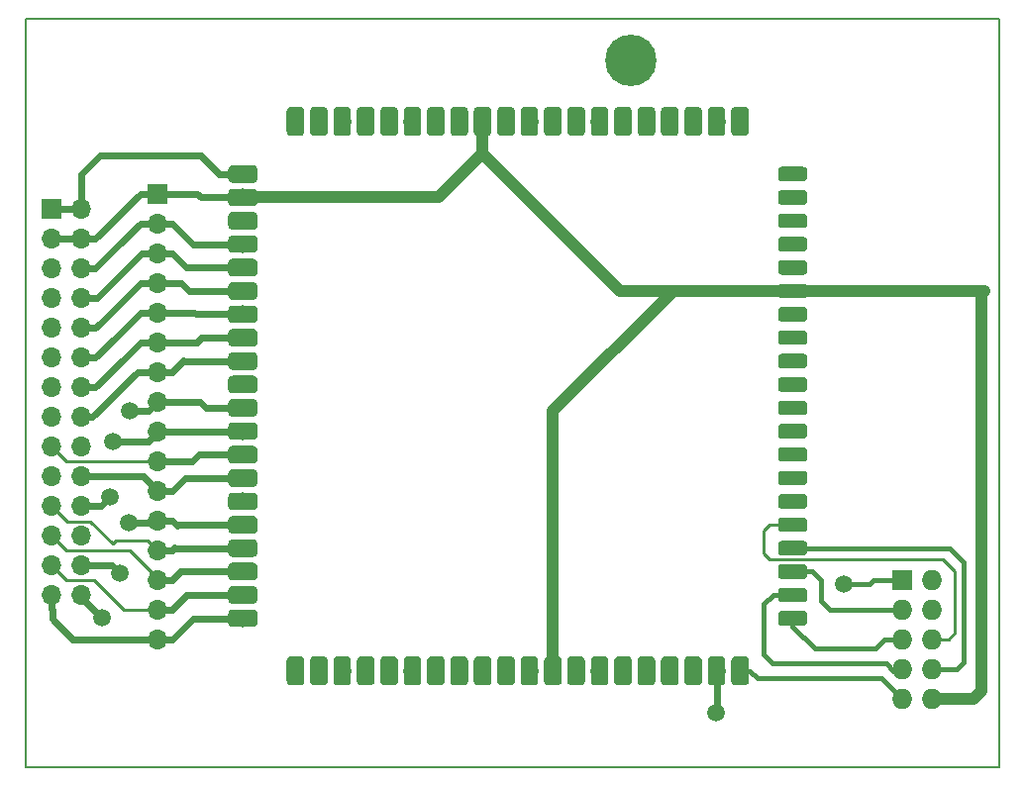
<source format=gbr>
G04 #@! TF.GenerationSoftware,KiCad,Pcbnew,5.0.2-bee76a0~70~ubuntu18.04.1*
G04 #@! TF.CreationDate,2019-11-23T09:34:29-08:00*
G04 #@! TF.ProjectId,BaseBoard,42617365-426f-4617-9264-2e6b69636164,rev?*
G04 #@! TF.SameCoordinates,Original*
G04 #@! TF.FileFunction,Copper,L1,Top*
G04 #@! TF.FilePolarity,Positive*
%FSLAX46Y46*%
G04 Gerber Fmt 4.6, Leading zero omitted, Abs format (unit mm)*
G04 Created by KiCad (PCBNEW 5.0.2-bee76a0~70~ubuntu18.04.1) date Sat 23 Nov 2019 09:34:29 AM PST*
%MOMM*%
%LPD*%
G01*
G04 APERTURE LIST*
G04 #@! TA.AperFunction,NonConductor*
%ADD10C,0.150000*%
G04 #@! TD*
G04 #@! TA.AperFunction,ComponentPad*
%ADD11R,1.727200X1.727200*%
G04 #@! TD*
G04 #@! TA.AperFunction,ComponentPad*
%ADD12O,1.727200X1.727200*%
G04 #@! TD*
G04 #@! TA.AperFunction,ComponentPad*
%ADD13C,1.500000*%
G04 #@! TD*
G04 #@! TA.AperFunction,ComponentPad*
%ADD14C,4.400000*%
G04 #@! TD*
G04 #@! TA.AperFunction,ComponentPad*
%ADD15C,0.600000*%
G04 #@! TD*
G04 #@! TA.AperFunction,ComponentPad*
%ADD16R,1.700000X1.700000*%
G04 #@! TD*
G04 #@! TA.AperFunction,ComponentPad*
%ADD17O,1.700000X1.700000*%
G04 #@! TD*
G04 #@! TA.AperFunction,Conductor*
%ADD18C,0.100000*%
G04 #@! TD*
G04 #@! TA.AperFunction,SMDPad,CuDef*
%ADD19C,1.500000*%
G04 #@! TD*
G04 #@! TA.AperFunction,SMDPad,CuDef*
%ADD20C,1.230000*%
G04 #@! TD*
G04 #@! TA.AperFunction,Conductor*
%ADD21C,0.600000*%
G04 #@! TD*
G04 #@! TA.AperFunction,Conductor*
%ADD22C,1.016000*%
G04 #@! TD*
G04 #@! TA.AperFunction,Conductor*
%ADD23C,0.254000*%
G04 #@! TD*
G04 #@! TA.AperFunction,Conductor*
%ADD24C,0.400000*%
G04 #@! TD*
G04 #@! TA.AperFunction,Conductor*
%ADD25C,0.228600*%
G04 #@! TD*
G04 APERTURE END LIST*
D10*
X205750000Y-63750000D02*
X211000000Y-63750000D01*
X211000000Y-127750000D02*
X211000000Y-63750000D01*
X127750000Y-127750000D02*
X211000000Y-127750000D01*
X127750000Y-125000000D02*
X127750000Y-127750000D01*
X127750000Y-63750000D02*
X127750000Y-64000000D01*
X205750000Y-63750000D02*
X127750000Y-63750000D01*
X127750000Y-64000000D02*
X127750000Y-125000000D01*
D11*
G04 #@! TO.P,J7,1*
G04 #@! TO.N,Net-(J7-Pad1)*
X202750000Y-111750000D03*
D12*
G04 #@! TO.P,J7,2*
G04 #@! TO.N,GND*
X205290000Y-111750000D03*
G04 #@! TO.P,J7,3*
G04 #@! TO.N,Net-(J6-Pad18)*
X202750000Y-114290000D03*
G04 #@! TO.P,J7,4*
G04 #@! TO.N,Net-(J7-Pad4)*
X205290000Y-114290000D03*
G04 #@! TO.P,J7,5*
G04 #@! TO.N,Net-(J6-Pad20)*
X202750000Y-116830000D03*
G04 #@! TO.P,J7,6*
G04 #@! TO.N,Net-(J6-Pad16)*
X205290000Y-116830000D03*
G04 #@! TO.P,J7,7*
G04 #@! TO.N,Net-(J6-Pad19)*
X202750000Y-119370000D03*
G04 #@! TO.P,J7,8*
G04 #@! TO.N,Net-(J6-Pad17)*
X205290000Y-119370000D03*
G04 #@! TO.P,J7,9*
G04 #@! TO.N,Net-(J5-Pad1)*
X202750000Y-121910000D03*
G04 #@! TO.P,J7,10*
G04 #@! TO.N,GND*
X205290000Y-121910000D03*
G04 #@! TD*
D13*
G04 #@! TO.P,TP5,1*
G04 #@! TO.N,Net-(J2-Pad12)*
X136600000Y-106790000D03*
G04 #@! TD*
D14*
G04 #@! TO.P,REF\002A\002A,*
G04 #@! TO.N,*
X179530000Y-67300000D03*
D15*
X181180000Y-67300000D03*
X180696726Y-68466726D03*
X179530000Y-68950000D03*
X178363274Y-68466726D03*
X177880000Y-67300000D03*
X178363274Y-66133274D03*
X179530000Y-65650000D03*
X180696726Y-66133274D03*
G04 #@! TD*
D16*
G04 #@! TO.P,J1,1*
G04 #@! TO.N,/Sheet5DD758E7/+5V*
X130000000Y-80000000D03*
D17*
G04 #@! TO.P,J1,2*
X132540000Y-80000000D03*
G04 #@! TO.P,J1,3*
G04 #@! TO.N,GND*
X130000000Y-82540000D03*
G04 #@! TO.P,J1,4*
X132540000Y-82540000D03*
G04 #@! TO.P,J1,5*
G04 #@! TO.N,Net-(J1-Pad5)*
X130000000Y-85080000D03*
G04 #@! TO.P,J1,6*
G04 #@! TO.N,/Sheet5DD758E7/LD_GPS*
X132540000Y-85080000D03*
G04 #@! TO.P,J1,7*
G04 #@! TO.N,Net-(J1-Pad7)*
X130000000Y-87620000D03*
G04 #@! TO.P,J1,8*
G04 #@! TO.N,/Sheet5DD758E7/SHDN_GPS*
X132540000Y-87620000D03*
G04 #@! TO.P,J1,9*
G04 #@! TO.N,Net-(J1-Pad9)*
X130000000Y-90160000D03*
G04 #@! TO.P,J1,10*
G04 #@! TO.N,/Sheet5DD758E7/D0_GPS*
X132540000Y-90160000D03*
G04 #@! TO.P,J1,11*
G04 #@! TO.N,Net-(J1-Pad11)*
X130000000Y-92700000D03*
G04 #@! TO.P,J1,12*
G04 #@! TO.N,/Sheet5DD758E7/D1_GPS*
X132540000Y-92700000D03*
G04 #@! TO.P,J1,13*
G04 #@! TO.N,Net-(J1-Pad13)*
X130000000Y-95240000D03*
G04 #@! TO.P,J1,14*
G04 #@! TO.N,/Sheet5DD758E7/D2_GPS*
X132540000Y-95240000D03*
G04 #@! TO.P,J1,15*
G04 #@! TO.N,Net-(J1-Pad15)*
X130000000Y-97780000D03*
G04 #@! TO.P,J1,16*
G04 #@! TO.N,/Sheet5DD758E7/D3_GPS*
X132540000Y-97780000D03*
G04 #@! TO.P,J1,17*
G04 #@! TO.N,/Sheet5DD758E7/TXE#_USB*
X130000000Y-100320000D03*
G04 #@! TO.P,J1,18*
G04 #@! TO.N,Net-(J1-Pad18)*
X132540000Y-100320000D03*
G04 #@! TO.P,J1,19*
G04 #@! TO.N,Net-(J1-Pad19)*
X130000000Y-102860000D03*
G04 #@! TO.P,J1,20*
G04 #@! TO.N,/Sheet5DD758E7/WR#_GPS*
X132540000Y-102860000D03*
G04 #@! TO.P,J1,21*
G04 #@! TO.N,/Sheet5DD758E7/SCLK_USB*
X130000000Y-105400000D03*
G04 #@! TO.P,J1,22*
G04 #@! TO.N,/Sheet5DD758E7/SCLK_GPS*
X132540000Y-105400000D03*
G04 #@! TO.P,J1,23*
G04 #@! TO.N,/Sheet5DD758E7/SDI_USB*
X130000000Y-107940000D03*
G04 #@! TO.P,J1,24*
G04 #@! TO.N,Net-(J1-Pad24)*
X132540000Y-107940000D03*
G04 #@! TO.P,J1,25*
G04 #@! TO.N,/Sheet5DD758E7/SDO_USB*
X130000000Y-110480000D03*
G04 #@! TO.P,J1,26*
G04 #@! TO.N,/Sheet5DD758E7/SDO_GPS*
X132540000Y-110480000D03*
G04 #@! TO.P,J1,27*
G04 #@! TO.N,/Sheet5DD758E7/SCS_USB*
X130000000Y-113020000D03*
G04 #@! TO.P,J1,28*
G04 #@! TO.N,/Sheet5DD758E7/SCS_GPS*
X132540000Y-113020000D03*
G04 #@! TD*
D16*
G04 #@! TO.P,J2,1*
G04 #@! TO.N,GND*
X139090400Y-78689200D03*
D17*
G04 #@! TO.P,J2,2*
G04 #@! TO.N,/Sheet5DD758E7/LD_GPS*
X139090400Y-81229200D03*
G04 #@! TO.P,J2,3*
G04 #@! TO.N,/Sheet5DD758E7/SHDN_GPS*
X139090400Y-83769200D03*
G04 #@! TO.P,J2,4*
G04 #@! TO.N,/Sheet5DD758E7/D0_GPS*
X139090400Y-86309200D03*
G04 #@! TO.P,J2,5*
G04 #@! TO.N,/Sheet5DD758E7/D1_GPS*
X139090400Y-88849200D03*
G04 #@! TO.P,J2,6*
G04 #@! TO.N,/Sheet5DD758E7/D2_GPS*
X139090400Y-91389200D03*
G04 #@! TO.P,J2,7*
G04 #@! TO.N,/Sheet5DD758E7/D3_GPS*
X139090400Y-93929200D03*
G04 #@! TO.P,J2,8*
G04 #@! TO.N,Net-(J2-Pad8)*
X139090400Y-96469200D03*
G04 #@! TO.P,J2,9*
G04 #@! TO.N,Net-(J2-Pad9)*
X139090400Y-99009200D03*
G04 #@! TO.P,J2,10*
G04 #@! TO.N,/Sheet5DD758E7/TXE#_USB*
X139090400Y-101549200D03*
G04 #@! TO.P,J2,11*
G04 #@! TO.N,/Sheet5DD758E7/WR#_GPS*
X139090400Y-104089200D03*
G04 #@! TO.P,J2,12*
G04 #@! TO.N,Net-(J2-Pad12)*
X139090400Y-106629200D03*
G04 #@! TO.P,J2,13*
G04 #@! TO.N,/Sheet5DD758E7/SCLK_USB*
X139090400Y-109169200D03*
G04 #@! TO.P,J2,14*
G04 #@! TO.N,/Sheet5DD758E7/SDI_USB*
X139090400Y-111709200D03*
G04 #@! TO.P,J2,15*
G04 #@! TO.N,/Sheet5DD758E7/SDO_USB*
X139090400Y-114249200D03*
G04 #@! TO.P,J2,16*
G04 #@! TO.N,/Sheet5DD758E7/SCS_USB*
X139090400Y-116789200D03*
G04 #@! TD*
D18*
G04 #@! TO.N,Net-(J5-Pad1)*
G04 #@! TO.C,J5*
G36*
X189261756Y-118251806D02*
X189298159Y-118257206D01*
X189333857Y-118266147D01*
X189368506Y-118278545D01*
X189401774Y-118294280D01*
X189433339Y-118313199D01*
X189462897Y-118335121D01*
X189490165Y-118359835D01*
X189514879Y-118387103D01*
X189536801Y-118416661D01*
X189555720Y-118448226D01*
X189571455Y-118481494D01*
X189583853Y-118516143D01*
X189592794Y-118551841D01*
X189598194Y-118588244D01*
X189600000Y-118625000D01*
X189600000Y-120375000D01*
X189598194Y-120411756D01*
X189592794Y-120448159D01*
X189583853Y-120483857D01*
X189571455Y-120518506D01*
X189555720Y-120551774D01*
X189536801Y-120583339D01*
X189514879Y-120612897D01*
X189490165Y-120640165D01*
X189462897Y-120664879D01*
X189433339Y-120686801D01*
X189401774Y-120705720D01*
X189368506Y-120721455D01*
X189333857Y-120733853D01*
X189298159Y-120742794D01*
X189261756Y-120748194D01*
X189225000Y-120750000D01*
X188475000Y-120750000D01*
X188438244Y-120748194D01*
X188401841Y-120742794D01*
X188366143Y-120733853D01*
X188331494Y-120721455D01*
X188298226Y-120705720D01*
X188266661Y-120686801D01*
X188237103Y-120664879D01*
X188209835Y-120640165D01*
X188185121Y-120612897D01*
X188163199Y-120583339D01*
X188144280Y-120551774D01*
X188128545Y-120518506D01*
X188116147Y-120483857D01*
X188107206Y-120448159D01*
X188101806Y-120411756D01*
X188100000Y-120375000D01*
X188100000Y-118625000D01*
X188101806Y-118588244D01*
X188107206Y-118551841D01*
X188116147Y-118516143D01*
X188128545Y-118481494D01*
X188144280Y-118448226D01*
X188163199Y-118416661D01*
X188185121Y-118387103D01*
X188209835Y-118359835D01*
X188237103Y-118335121D01*
X188266661Y-118313199D01*
X188298226Y-118294280D01*
X188331494Y-118278545D01*
X188366143Y-118266147D01*
X188401841Y-118257206D01*
X188438244Y-118251806D01*
X188475000Y-118250000D01*
X189225000Y-118250000D01*
X189261756Y-118251806D01*
X189261756Y-118251806D01*
G37*
D19*
G04 #@! TD*
G04 #@! TO.P,J5,1*
G04 #@! TO.N,Net-(J5-Pad1)*
X188850000Y-119500000D03*
D18*
G04 #@! TO.N,Net-(J5-Pad2)*
G04 #@! TO.C,J5*
G36*
X187261756Y-118251806D02*
X187298159Y-118257206D01*
X187333857Y-118266147D01*
X187368506Y-118278545D01*
X187401774Y-118294280D01*
X187433339Y-118313199D01*
X187462897Y-118335121D01*
X187490165Y-118359835D01*
X187514879Y-118387103D01*
X187536801Y-118416661D01*
X187555720Y-118448226D01*
X187571455Y-118481494D01*
X187583853Y-118516143D01*
X187592794Y-118551841D01*
X187598194Y-118588244D01*
X187600000Y-118625000D01*
X187600000Y-120375000D01*
X187598194Y-120411756D01*
X187592794Y-120448159D01*
X187583853Y-120483857D01*
X187571455Y-120518506D01*
X187555720Y-120551774D01*
X187536801Y-120583339D01*
X187514879Y-120612897D01*
X187490165Y-120640165D01*
X187462897Y-120664879D01*
X187433339Y-120686801D01*
X187401774Y-120705720D01*
X187368506Y-120721455D01*
X187333857Y-120733853D01*
X187298159Y-120742794D01*
X187261756Y-120748194D01*
X187225000Y-120750000D01*
X186475000Y-120750000D01*
X186438244Y-120748194D01*
X186401841Y-120742794D01*
X186366143Y-120733853D01*
X186331494Y-120721455D01*
X186298226Y-120705720D01*
X186266661Y-120686801D01*
X186237103Y-120664879D01*
X186209835Y-120640165D01*
X186185121Y-120612897D01*
X186163199Y-120583339D01*
X186144280Y-120551774D01*
X186128545Y-120518506D01*
X186116147Y-120483857D01*
X186107206Y-120448159D01*
X186101806Y-120411756D01*
X186100000Y-120375000D01*
X186100000Y-118625000D01*
X186101806Y-118588244D01*
X186107206Y-118551841D01*
X186116147Y-118516143D01*
X186128545Y-118481494D01*
X186144280Y-118448226D01*
X186163199Y-118416661D01*
X186185121Y-118387103D01*
X186209835Y-118359835D01*
X186237103Y-118335121D01*
X186266661Y-118313199D01*
X186298226Y-118294280D01*
X186331494Y-118278545D01*
X186366143Y-118266147D01*
X186401841Y-118257206D01*
X186438244Y-118251806D01*
X186475000Y-118250000D01*
X187225000Y-118250000D01*
X187261756Y-118251806D01*
X187261756Y-118251806D01*
G37*
D19*
G04 #@! TD*
G04 #@! TO.P,J5,2*
G04 #@! TO.N,Net-(J5-Pad2)*
X186850000Y-119500000D03*
D18*
G04 #@! TO.N,Net-(J5-Pad3)*
G04 #@! TO.C,J5*
G36*
X185261756Y-118251806D02*
X185298159Y-118257206D01*
X185333857Y-118266147D01*
X185368506Y-118278545D01*
X185401774Y-118294280D01*
X185433339Y-118313199D01*
X185462897Y-118335121D01*
X185490165Y-118359835D01*
X185514879Y-118387103D01*
X185536801Y-118416661D01*
X185555720Y-118448226D01*
X185571455Y-118481494D01*
X185583853Y-118516143D01*
X185592794Y-118551841D01*
X185598194Y-118588244D01*
X185600000Y-118625000D01*
X185600000Y-120375000D01*
X185598194Y-120411756D01*
X185592794Y-120448159D01*
X185583853Y-120483857D01*
X185571455Y-120518506D01*
X185555720Y-120551774D01*
X185536801Y-120583339D01*
X185514879Y-120612897D01*
X185490165Y-120640165D01*
X185462897Y-120664879D01*
X185433339Y-120686801D01*
X185401774Y-120705720D01*
X185368506Y-120721455D01*
X185333857Y-120733853D01*
X185298159Y-120742794D01*
X185261756Y-120748194D01*
X185225000Y-120750000D01*
X184475000Y-120750000D01*
X184438244Y-120748194D01*
X184401841Y-120742794D01*
X184366143Y-120733853D01*
X184331494Y-120721455D01*
X184298226Y-120705720D01*
X184266661Y-120686801D01*
X184237103Y-120664879D01*
X184209835Y-120640165D01*
X184185121Y-120612897D01*
X184163199Y-120583339D01*
X184144280Y-120551774D01*
X184128545Y-120518506D01*
X184116147Y-120483857D01*
X184107206Y-120448159D01*
X184101806Y-120411756D01*
X184100000Y-120375000D01*
X184100000Y-118625000D01*
X184101806Y-118588244D01*
X184107206Y-118551841D01*
X184116147Y-118516143D01*
X184128545Y-118481494D01*
X184144280Y-118448226D01*
X184163199Y-118416661D01*
X184185121Y-118387103D01*
X184209835Y-118359835D01*
X184237103Y-118335121D01*
X184266661Y-118313199D01*
X184298226Y-118294280D01*
X184331494Y-118278545D01*
X184366143Y-118266147D01*
X184401841Y-118257206D01*
X184438244Y-118251806D01*
X184475000Y-118250000D01*
X185225000Y-118250000D01*
X185261756Y-118251806D01*
X185261756Y-118251806D01*
G37*
D19*
G04 #@! TD*
G04 #@! TO.P,J5,3*
G04 #@! TO.N,Net-(J5-Pad3)*
X184850000Y-119500000D03*
D18*
G04 #@! TO.N,Net-(J5-Pad4)*
G04 #@! TO.C,J5*
G36*
X183261756Y-118251806D02*
X183298159Y-118257206D01*
X183333857Y-118266147D01*
X183368506Y-118278545D01*
X183401774Y-118294280D01*
X183433339Y-118313199D01*
X183462897Y-118335121D01*
X183490165Y-118359835D01*
X183514879Y-118387103D01*
X183536801Y-118416661D01*
X183555720Y-118448226D01*
X183571455Y-118481494D01*
X183583853Y-118516143D01*
X183592794Y-118551841D01*
X183598194Y-118588244D01*
X183600000Y-118625000D01*
X183600000Y-120375000D01*
X183598194Y-120411756D01*
X183592794Y-120448159D01*
X183583853Y-120483857D01*
X183571455Y-120518506D01*
X183555720Y-120551774D01*
X183536801Y-120583339D01*
X183514879Y-120612897D01*
X183490165Y-120640165D01*
X183462897Y-120664879D01*
X183433339Y-120686801D01*
X183401774Y-120705720D01*
X183368506Y-120721455D01*
X183333857Y-120733853D01*
X183298159Y-120742794D01*
X183261756Y-120748194D01*
X183225000Y-120750000D01*
X182475000Y-120750000D01*
X182438244Y-120748194D01*
X182401841Y-120742794D01*
X182366143Y-120733853D01*
X182331494Y-120721455D01*
X182298226Y-120705720D01*
X182266661Y-120686801D01*
X182237103Y-120664879D01*
X182209835Y-120640165D01*
X182185121Y-120612897D01*
X182163199Y-120583339D01*
X182144280Y-120551774D01*
X182128545Y-120518506D01*
X182116147Y-120483857D01*
X182107206Y-120448159D01*
X182101806Y-120411756D01*
X182100000Y-120375000D01*
X182100000Y-118625000D01*
X182101806Y-118588244D01*
X182107206Y-118551841D01*
X182116147Y-118516143D01*
X182128545Y-118481494D01*
X182144280Y-118448226D01*
X182163199Y-118416661D01*
X182185121Y-118387103D01*
X182209835Y-118359835D01*
X182237103Y-118335121D01*
X182266661Y-118313199D01*
X182298226Y-118294280D01*
X182331494Y-118278545D01*
X182366143Y-118266147D01*
X182401841Y-118257206D01*
X182438244Y-118251806D01*
X182475000Y-118250000D01*
X183225000Y-118250000D01*
X183261756Y-118251806D01*
X183261756Y-118251806D01*
G37*
D19*
G04 #@! TD*
G04 #@! TO.P,J5,4*
G04 #@! TO.N,Net-(J5-Pad4)*
X182850000Y-119500000D03*
D18*
G04 #@! TO.N,Net-(J5-Pad5)*
G04 #@! TO.C,J5*
G36*
X181261756Y-118251806D02*
X181298159Y-118257206D01*
X181333857Y-118266147D01*
X181368506Y-118278545D01*
X181401774Y-118294280D01*
X181433339Y-118313199D01*
X181462897Y-118335121D01*
X181490165Y-118359835D01*
X181514879Y-118387103D01*
X181536801Y-118416661D01*
X181555720Y-118448226D01*
X181571455Y-118481494D01*
X181583853Y-118516143D01*
X181592794Y-118551841D01*
X181598194Y-118588244D01*
X181600000Y-118625000D01*
X181600000Y-120375000D01*
X181598194Y-120411756D01*
X181592794Y-120448159D01*
X181583853Y-120483857D01*
X181571455Y-120518506D01*
X181555720Y-120551774D01*
X181536801Y-120583339D01*
X181514879Y-120612897D01*
X181490165Y-120640165D01*
X181462897Y-120664879D01*
X181433339Y-120686801D01*
X181401774Y-120705720D01*
X181368506Y-120721455D01*
X181333857Y-120733853D01*
X181298159Y-120742794D01*
X181261756Y-120748194D01*
X181225000Y-120750000D01*
X180475000Y-120750000D01*
X180438244Y-120748194D01*
X180401841Y-120742794D01*
X180366143Y-120733853D01*
X180331494Y-120721455D01*
X180298226Y-120705720D01*
X180266661Y-120686801D01*
X180237103Y-120664879D01*
X180209835Y-120640165D01*
X180185121Y-120612897D01*
X180163199Y-120583339D01*
X180144280Y-120551774D01*
X180128545Y-120518506D01*
X180116147Y-120483857D01*
X180107206Y-120448159D01*
X180101806Y-120411756D01*
X180100000Y-120375000D01*
X180100000Y-118625000D01*
X180101806Y-118588244D01*
X180107206Y-118551841D01*
X180116147Y-118516143D01*
X180128545Y-118481494D01*
X180144280Y-118448226D01*
X180163199Y-118416661D01*
X180185121Y-118387103D01*
X180209835Y-118359835D01*
X180237103Y-118335121D01*
X180266661Y-118313199D01*
X180298226Y-118294280D01*
X180331494Y-118278545D01*
X180366143Y-118266147D01*
X180401841Y-118257206D01*
X180438244Y-118251806D01*
X180475000Y-118250000D01*
X181225000Y-118250000D01*
X181261756Y-118251806D01*
X181261756Y-118251806D01*
G37*
D19*
G04 #@! TD*
G04 #@! TO.P,J5,5*
G04 #@! TO.N,Net-(J5-Pad5)*
X180850000Y-119500000D03*
D18*
G04 #@! TO.N,Net-(J5-Pad6)*
G04 #@! TO.C,J5*
G36*
X179261756Y-118251806D02*
X179298159Y-118257206D01*
X179333857Y-118266147D01*
X179368506Y-118278545D01*
X179401774Y-118294280D01*
X179433339Y-118313199D01*
X179462897Y-118335121D01*
X179490165Y-118359835D01*
X179514879Y-118387103D01*
X179536801Y-118416661D01*
X179555720Y-118448226D01*
X179571455Y-118481494D01*
X179583853Y-118516143D01*
X179592794Y-118551841D01*
X179598194Y-118588244D01*
X179600000Y-118625000D01*
X179600000Y-120375000D01*
X179598194Y-120411756D01*
X179592794Y-120448159D01*
X179583853Y-120483857D01*
X179571455Y-120518506D01*
X179555720Y-120551774D01*
X179536801Y-120583339D01*
X179514879Y-120612897D01*
X179490165Y-120640165D01*
X179462897Y-120664879D01*
X179433339Y-120686801D01*
X179401774Y-120705720D01*
X179368506Y-120721455D01*
X179333857Y-120733853D01*
X179298159Y-120742794D01*
X179261756Y-120748194D01*
X179225000Y-120750000D01*
X178475000Y-120750000D01*
X178438244Y-120748194D01*
X178401841Y-120742794D01*
X178366143Y-120733853D01*
X178331494Y-120721455D01*
X178298226Y-120705720D01*
X178266661Y-120686801D01*
X178237103Y-120664879D01*
X178209835Y-120640165D01*
X178185121Y-120612897D01*
X178163199Y-120583339D01*
X178144280Y-120551774D01*
X178128545Y-120518506D01*
X178116147Y-120483857D01*
X178107206Y-120448159D01*
X178101806Y-120411756D01*
X178100000Y-120375000D01*
X178100000Y-118625000D01*
X178101806Y-118588244D01*
X178107206Y-118551841D01*
X178116147Y-118516143D01*
X178128545Y-118481494D01*
X178144280Y-118448226D01*
X178163199Y-118416661D01*
X178185121Y-118387103D01*
X178209835Y-118359835D01*
X178237103Y-118335121D01*
X178266661Y-118313199D01*
X178298226Y-118294280D01*
X178331494Y-118278545D01*
X178366143Y-118266147D01*
X178401841Y-118257206D01*
X178438244Y-118251806D01*
X178475000Y-118250000D01*
X179225000Y-118250000D01*
X179261756Y-118251806D01*
X179261756Y-118251806D01*
G37*
D19*
G04 #@! TD*
G04 #@! TO.P,J5,6*
G04 #@! TO.N,Net-(J5-Pad6)*
X178850000Y-119500000D03*
D18*
G04 #@! TO.N,Net-(J5-Pad7)*
G04 #@! TO.C,J5*
G36*
X177261756Y-118251806D02*
X177298159Y-118257206D01*
X177333857Y-118266147D01*
X177368506Y-118278545D01*
X177401774Y-118294280D01*
X177433339Y-118313199D01*
X177462897Y-118335121D01*
X177490165Y-118359835D01*
X177514879Y-118387103D01*
X177536801Y-118416661D01*
X177555720Y-118448226D01*
X177571455Y-118481494D01*
X177583853Y-118516143D01*
X177592794Y-118551841D01*
X177598194Y-118588244D01*
X177600000Y-118625000D01*
X177600000Y-120375000D01*
X177598194Y-120411756D01*
X177592794Y-120448159D01*
X177583853Y-120483857D01*
X177571455Y-120518506D01*
X177555720Y-120551774D01*
X177536801Y-120583339D01*
X177514879Y-120612897D01*
X177490165Y-120640165D01*
X177462897Y-120664879D01*
X177433339Y-120686801D01*
X177401774Y-120705720D01*
X177368506Y-120721455D01*
X177333857Y-120733853D01*
X177298159Y-120742794D01*
X177261756Y-120748194D01*
X177225000Y-120750000D01*
X176475000Y-120750000D01*
X176438244Y-120748194D01*
X176401841Y-120742794D01*
X176366143Y-120733853D01*
X176331494Y-120721455D01*
X176298226Y-120705720D01*
X176266661Y-120686801D01*
X176237103Y-120664879D01*
X176209835Y-120640165D01*
X176185121Y-120612897D01*
X176163199Y-120583339D01*
X176144280Y-120551774D01*
X176128545Y-120518506D01*
X176116147Y-120483857D01*
X176107206Y-120448159D01*
X176101806Y-120411756D01*
X176100000Y-120375000D01*
X176100000Y-118625000D01*
X176101806Y-118588244D01*
X176107206Y-118551841D01*
X176116147Y-118516143D01*
X176128545Y-118481494D01*
X176144280Y-118448226D01*
X176163199Y-118416661D01*
X176185121Y-118387103D01*
X176209835Y-118359835D01*
X176237103Y-118335121D01*
X176266661Y-118313199D01*
X176298226Y-118294280D01*
X176331494Y-118278545D01*
X176366143Y-118266147D01*
X176401841Y-118257206D01*
X176438244Y-118251806D01*
X176475000Y-118250000D01*
X177225000Y-118250000D01*
X177261756Y-118251806D01*
X177261756Y-118251806D01*
G37*
D19*
G04 #@! TD*
G04 #@! TO.P,J5,7*
G04 #@! TO.N,Net-(J5-Pad7)*
X176850000Y-119500000D03*
D18*
G04 #@! TO.N,Net-(J5-Pad8)*
G04 #@! TO.C,J5*
G36*
X175261756Y-118251806D02*
X175298159Y-118257206D01*
X175333857Y-118266147D01*
X175368506Y-118278545D01*
X175401774Y-118294280D01*
X175433339Y-118313199D01*
X175462897Y-118335121D01*
X175490165Y-118359835D01*
X175514879Y-118387103D01*
X175536801Y-118416661D01*
X175555720Y-118448226D01*
X175571455Y-118481494D01*
X175583853Y-118516143D01*
X175592794Y-118551841D01*
X175598194Y-118588244D01*
X175600000Y-118625000D01*
X175600000Y-120375000D01*
X175598194Y-120411756D01*
X175592794Y-120448159D01*
X175583853Y-120483857D01*
X175571455Y-120518506D01*
X175555720Y-120551774D01*
X175536801Y-120583339D01*
X175514879Y-120612897D01*
X175490165Y-120640165D01*
X175462897Y-120664879D01*
X175433339Y-120686801D01*
X175401774Y-120705720D01*
X175368506Y-120721455D01*
X175333857Y-120733853D01*
X175298159Y-120742794D01*
X175261756Y-120748194D01*
X175225000Y-120750000D01*
X174475000Y-120750000D01*
X174438244Y-120748194D01*
X174401841Y-120742794D01*
X174366143Y-120733853D01*
X174331494Y-120721455D01*
X174298226Y-120705720D01*
X174266661Y-120686801D01*
X174237103Y-120664879D01*
X174209835Y-120640165D01*
X174185121Y-120612897D01*
X174163199Y-120583339D01*
X174144280Y-120551774D01*
X174128545Y-120518506D01*
X174116147Y-120483857D01*
X174107206Y-120448159D01*
X174101806Y-120411756D01*
X174100000Y-120375000D01*
X174100000Y-118625000D01*
X174101806Y-118588244D01*
X174107206Y-118551841D01*
X174116147Y-118516143D01*
X174128545Y-118481494D01*
X174144280Y-118448226D01*
X174163199Y-118416661D01*
X174185121Y-118387103D01*
X174209835Y-118359835D01*
X174237103Y-118335121D01*
X174266661Y-118313199D01*
X174298226Y-118294280D01*
X174331494Y-118278545D01*
X174366143Y-118266147D01*
X174401841Y-118257206D01*
X174438244Y-118251806D01*
X174475000Y-118250000D01*
X175225000Y-118250000D01*
X175261756Y-118251806D01*
X175261756Y-118251806D01*
G37*
D19*
G04 #@! TD*
G04 #@! TO.P,J5,8*
G04 #@! TO.N,Net-(J5-Pad8)*
X174850000Y-119500000D03*
D18*
G04 #@! TO.N,GND*
G04 #@! TO.C,J5*
G36*
X173261756Y-118251806D02*
X173298159Y-118257206D01*
X173333857Y-118266147D01*
X173368506Y-118278545D01*
X173401774Y-118294280D01*
X173433339Y-118313199D01*
X173462897Y-118335121D01*
X173490165Y-118359835D01*
X173514879Y-118387103D01*
X173536801Y-118416661D01*
X173555720Y-118448226D01*
X173571455Y-118481494D01*
X173583853Y-118516143D01*
X173592794Y-118551841D01*
X173598194Y-118588244D01*
X173600000Y-118625000D01*
X173600000Y-120375000D01*
X173598194Y-120411756D01*
X173592794Y-120448159D01*
X173583853Y-120483857D01*
X173571455Y-120518506D01*
X173555720Y-120551774D01*
X173536801Y-120583339D01*
X173514879Y-120612897D01*
X173490165Y-120640165D01*
X173462897Y-120664879D01*
X173433339Y-120686801D01*
X173401774Y-120705720D01*
X173368506Y-120721455D01*
X173333857Y-120733853D01*
X173298159Y-120742794D01*
X173261756Y-120748194D01*
X173225000Y-120750000D01*
X172475000Y-120750000D01*
X172438244Y-120748194D01*
X172401841Y-120742794D01*
X172366143Y-120733853D01*
X172331494Y-120721455D01*
X172298226Y-120705720D01*
X172266661Y-120686801D01*
X172237103Y-120664879D01*
X172209835Y-120640165D01*
X172185121Y-120612897D01*
X172163199Y-120583339D01*
X172144280Y-120551774D01*
X172128545Y-120518506D01*
X172116147Y-120483857D01*
X172107206Y-120448159D01*
X172101806Y-120411756D01*
X172100000Y-120375000D01*
X172100000Y-118625000D01*
X172101806Y-118588244D01*
X172107206Y-118551841D01*
X172116147Y-118516143D01*
X172128545Y-118481494D01*
X172144280Y-118448226D01*
X172163199Y-118416661D01*
X172185121Y-118387103D01*
X172209835Y-118359835D01*
X172237103Y-118335121D01*
X172266661Y-118313199D01*
X172298226Y-118294280D01*
X172331494Y-118278545D01*
X172366143Y-118266147D01*
X172401841Y-118257206D01*
X172438244Y-118251806D01*
X172475000Y-118250000D01*
X173225000Y-118250000D01*
X173261756Y-118251806D01*
X173261756Y-118251806D01*
G37*
D19*
G04 #@! TD*
G04 #@! TO.P,J5,9*
G04 #@! TO.N,GND*
X172850000Y-119500000D03*
D18*
G04 #@! TO.N,Net-(J5-Pad10)*
G04 #@! TO.C,J5*
G36*
X171261756Y-118251806D02*
X171298159Y-118257206D01*
X171333857Y-118266147D01*
X171368506Y-118278545D01*
X171401774Y-118294280D01*
X171433339Y-118313199D01*
X171462897Y-118335121D01*
X171490165Y-118359835D01*
X171514879Y-118387103D01*
X171536801Y-118416661D01*
X171555720Y-118448226D01*
X171571455Y-118481494D01*
X171583853Y-118516143D01*
X171592794Y-118551841D01*
X171598194Y-118588244D01*
X171600000Y-118625000D01*
X171600000Y-120375000D01*
X171598194Y-120411756D01*
X171592794Y-120448159D01*
X171583853Y-120483857D01*
X171571455Y-120518506D01*
X171555720Y-120551774D01*
X171536801Y-120583339D01*
X171514879Y-120612897D01*
X171490165Y-120640165D01*
X171462897Y-120664879D01*
X171433339Y-120686801D01*
X171401774Y-120705720D01*
X171368506Y-120721455D01*
X171333857Y-120733853D01*
X171298159Y-120742794D01*
X171261756Y-120748194D01*
X171225000Y-120750000D01*
X170475000Y-120750000D01*
X170438244Y-120748194D01*
X170401841Y-120742794D01*
X170366143Y-120733853D01*
X170331494Y-120721455D01*
X170298226Y-120705720D01*
X170266661Y-120686801D01*
X170237103Y-120664879D01*
X170209835Y-120640165D01*
X170185121Y-120612897D01*
X170163199Y-120583339D01*
X170144280Y-120551774D01*
X170128545Y-120518506D01*
X170116147Y-120483857D01*
X170107206Y-120448159D01*
X170101806Y-120411756D01*
X170100000Y-120375000D01*
X170100000Y-118625000D01*
X170101806Y-118588244D01*
X170107206Y-118551841D01*
X170116147Y-118516143D01*
X170128545Y-118481494D01*
X170144280Y-118448226D01*
X170163199Y-118416661D01*
X170185121Y-118387103D01*
X170209835Y-118359835D01*
X170237103Y-118335121D01*
X170266661Y-118313199D01*
X170298226Y-118294280D01*
X170331494Y-118278545D01*
X170366143Y-118266147D01*
X170401841Y-118257206D01*
X170438244Y-118251806D01*
X170475000Y-118250000D01*
X171225000Y-118250000D01*
X171261756Y-118251806D01*
X171261756Y-118251806D01*
G37*
D19*
G04 #@! TD*
G04 #@! TO.P,J5,10*
G04 #@! TO.N,Net-(J5-Pad10)*
X170850000Y-119500000D03*
D18*
G04 #@! TO.N,Net-(J5-Pad11)*
G04 #@! TO.C,J5*
G36*
X169261756Y-118251806D02*
X169298159Y-118257206D01*
X169333857Y-118266147D01*
X169368506Y-118278545D01*
X169401774Y-118294280D01*
X169433339Y-118313199D01*
X169462897Y-118335121D01*
X169490165Y-118359835D01*
X169514879Y-118387103D01*
X169536801Y-118416661D01*
X169555720Y-118448226D01*
X169571455Y-118481494D01*
X169583853Y-118516143D01*
X169592794Y-118551841D01*
X169598194Y-118588244D01*
X169600000Y-118625000D01*
X169600000Y-120375000D01*
X169598194Y-120411756D01*
X169592794Y-120448159D01*
X169583853Y-120483857D01*
X169571455Y-120518506D01*
X169555720Y-120551774D01*
X169536801Y-120583339D01*
X169514879Y-120612897D01*
X169490165Y-120640165D01*
X169462897Y-120664879D01*
X169433339Y-120686801D01*
X169401774Y-120705720D01*
X169368506Y-120721455D01*
X169333857Y-120733853D01*
X169298159Y-120742794D01*
X169261756Y-120748194D01*
X169225000Y-120750000D01*
X168475000Y-120750000D01*
X168438244Y-120748194D01*
X168401841Y-120742794D01*
X168366143Y-120733853D01*
X168331494Y-120721455D01*
X168298226Y-120705720D01*
X168266661Y-120686801D01*
X168237103Y-120664879D01*
X168209835Y-120640165D01*
X168185121Y-120612897D01*
X168163199Y-120583339D01*
X168144280Y-120551774D01*
X168128545Y-120518506D01*
X168116147Y-120483857D01*
X168107206Y-120448159D01*
X168101806Y-120411756D01*
X168100000Y-120375000D01*
X168100000Y-118625000D01*
X168101806Y-118588244D01*
X168107206Y-118551841D01*
X168116147Y-118516143D01*
X168128545Y-118481494D01*
X168144280Y-118448226D01*
X168163199Y-118416661D01*
X168185121Y-118387103D01*
X168209835Y-118359835D01*
X168237103Y-118335121D01*
X168266661Y-118313199D01*
X168298226Y-118294280D01*
X168331494Y-118278545D01*
X168366143Y-118266147D01*
X168401841Y-118257206D01*
X168438244Y-118251806D01*
X168475000Y-118250000D01*
X169225000Y-118250000D01*
X169261756Y-118251806D01*
X169261756Y-118251806D01*
G37*
D19*
G04 #@! TD*
G04 #@! TO.P,J5,11*
G04 #@! TO.N,Net-(J5-Pad11)*
X168850000Y-119500000D03*
D18*
G04 #@! TO.N,Net-(J5-Pad12)*
G04 #@! TO.C,J5*
G36*
X167261756Y-118251806D02*
X167298159Y-118257206D01*
X167333857Y-118266147D01*
X167368506Y-118278545D01*
X167401774Y-118294280D01*
X167433339Y-118313199D01*
X167462897Y-118335121D01*
X167490165Y-118359835D01*
X167514879Y-118387103D01*
X167536801Y-118416661D01*
X167555720Y-118448226D01*
X167571455Y-118481494D01*
X167583853Y-118516143D01*
X167592794Y-118551841D01*
X167598194Y-118588244D01*
X167600000Y-118625000D01*
X167600000Y-120375000D01*
X167598194Y-120411756D01*
X167592794Y-120448159D01*
X167583853Y-120483857D01*
X167571455Y-120518506D01*
X167555720Y-120551774D01*
X167536801Y-120583339D01*
X167514879Y-120612897D01*
X167490165Y-120640165D01*
X167462897Y-120664879D01*
X167433339Y-120686801D01*
X167401774Y-120705720D01*
X167368506Y-120721455D01*
X167333857Y-120733853D01*
X167298159Y-120742794D01*
X167261756Y-120748194D01*
X167225000Y-120750000D01*
X166475000Y-120750000D01*
X166438244Y-120748194D01*
X166401841Y-120742794D01*
X166366143Y-120733853D01*
X166331494Y-120721455D01*
X166298226Y-120705720D01*
X166266661Y-120686801D01*
X166237103Y-120664879D01*
X166209835Y-120640165D01*
X166185121Y-120612897D01*
X166163199Y-120583339D01*
X166144280Y-120551774D01*
X166128545Y-120518506D01*
X166116147Y-120483857D01*
X166107206Y-120448159D01*
X166101806Y-120411756D01*
X166100000Y-120375000D01*
X166100000Y-118625000D01*
X166101806Y-118588244D01*
X166107206Y-118551841D01*
X166116147Y-118516143D01*
X166128545Y-118481494D01*
X166144280Y-118448226D01*
X166163199Y-118416661D01*
X166185121Y-118387103D01*
X166209835Y-118359835D01*
X166237103Y-118335121D01*
X166266661Y-118313199D01*
X166298226Y-118294280D01*
X166331494Y-118278545D01*
X166366143Y-118266147D01*
X166401841Y-118257206D01*
X166438244Y-118251806D01*
X166475000Y-118250000D01*
X167225000Y-118250000D01*
X167261756Y-118251806D01*
X167261756Y-118251806D01*
G37*
D19*
G04 #@! TD*
G04 #@! TO.P,J5,12*
G04 #@! TO.N,Net-(J5-Pad12)*
X166850000Y-119500000D03*
D18*
G04 #@! TO.N,Net-(J5-Pad13)*
G04 #@! TO.C,J5*
G36*
X165261756Y-118251806D02*
X165298159Y-118257206D01*
X165333857Y-118266147D01*
X165368506Y-118278545D01*
X165401774Y-118294280D01*
X165433339Y-118313199D01*
X165462897Y-118335121D01*
X165490165Y-118359835D01*
X165514879Y-118387103D01*
X165536801Y-118416661D01*
X165555720Y-118448226D01*
X165571455Y-118481494D01*
X165583853Y-118516143D01*
X165592794Y-118551841D01*
X165598194Y-118588244D01*
X165600000Y-118625000D01*
X165600000Y-120375000D01*
X165598194Y-120411756D01*
X165592794Y-120448159D01*
X165583853Y-120483857D01*
X165571455Y-120518506D01*
X165555720Y-120551774D01*
X165536801Y-120583339D01*
X165514879Y-120612897D01*
X165490165Y-120640165D01*
X165462897Y-120664879D01*
X165433339Y-120686801D01*
X165401774Y-120705720D01*
X165368506Y-120721455D01*
X165333857Y-120733853D01*
X165298159Y-120742794D01*
X165261756Y-120748194D01*
X165225000Y-120750000D01*
X164475000Y-120750000D01*
X164438244Y-120748194D01*
X164401841Y-120742794D01*
X164366143Y-120733853D01*
X164331494Y-120721455D01*
X164298226Y-120705720D01*
X164266661Y-120686801D01*
X164237103Y-120664879D01*
X164209835Y-120640165D01*
X164185121Y-120612897D01*
X164163199Y-120583339D01*
X164144280Y-120551774D01*
X164128545Y-120518506D01*
X164116147Y-120483857D01*
X164107206Y-120448159D01*
X164101806Y-120411756D01*
X164100000Y-120375000D01*
X164100000Y-118625000D01*
X164101806Y-118588244D01*
X164107206Y-118551841D01*
X164116147Y-118516143D01*
X164128545Y-118481494D01*
X164144280Y-118448226D01*
X164163199Y-118416661D01*
X164185121Y-118387103D01*
X164209835Y-118359835D01*
X164237103Y-118335121D01*
X164266661Y-118313199D01*
X164298226Y-118294280D01*
X164331494Y-118278545D01*
X164366143Y-118266147D01*
X164401841Y-118257206D01*
X164438244Y-118251806D01*
X164475000Y-118250000D01*
X165225000Y-118250000D01*
X165261756Y-118251806D01*
X165261756Y-118251806D01*
G37*
D19*
G04 #@! TD*
G04 #@! TO.P,J5,13*
G04 #@! TO.N,Net-(J5-Pad13)*
X164850000Y-119500000D03*
D18*
G04 #@! TO.N,Net-(J5-Pad14)*
G04 #@! TO.C,J5*
G36*
X163261756Y-118251806D02*
X163298159Y-118257206D01*
X163333857Y-118266147D01*
X163368506Y-118278545D01*
X163401774Y-118294280D01*
X163433339Y-118313199D01*
X163462897Y-118335121D01*
X163490165Y-118359835D01*
X163514879Y-118387103D01*
X163536801Y-118416661D01*
X163555720Y-118448226D01*
X163571455Y-118481494D01*
X163583853Y-118516143D01*
X163592794Y-118551841D01*
X163598194Y-118588244D01*
X163600000Y-118625000D01*
X163600000Y-120375000D01*
X163598194Y-120411756D01*
X163592794Y-120448159D01*
X163583853Y-120483857D01*
X163571455Y-120518506D01*
X163555720Y-120551774D01*
X163536801Y-120583339D01*
X163514879Y-120612897D01*
X163490165Y-120640165D01*
X163462897Y-120664879D01*
X163433339Y-120686801D01*
X163401774Y-120705720D01*
X163368506Y-120721455D01*
X163333857Y-120733853D01*
X163298159Y-120742794D01*
X163261756Y-120748194D01*
X163225000Y-120750000D01*
X162475000Y-120750000D01*
X162438244Y-120748194D01*
X162401841Y-120742794D01*
X162366143Y-120733853D01*
X162331494Y-120721455D01*
X162298226Y-120705720D01*
X162266661Y-120686801D01*
X162237103Y-120664879D01*
X162209835Y-120640165D01*
X162185121Y-120612897D01*
X162163199Y-120583339D01*
X162144280Y-120551774D01*
X162128545Y-120518506D01*
X162116147Y-120483857D01*
X162107206Y-120448159D01*
X162101806Y-120411756D01*
X162100000Y-120375000D01*
X162100000Y-118625000D01*
X162101806Y-118588244D01*
X162107206Y-118551841D01*
X162116147Y-118516143D01*
X162128545Y-118481494D01*
X162144280Y-118448226D01*
X162163199Y-118416661D01*
X162185121Y-118387103D01*
X162209835Y-118359835D01*
X162237103Y-118335121D01*
X162266661Y-118313199D01*
X162298226Y-118294280D01*
X162331494Y-118278545D01*
X162366143Y-118266147D01*
X162401841Y-118257206D01*
X162438244Y-118251806D01*
X162475000Y-118250000D01*
X163225000Y-118250000D01*
X163261756Y-118251806D01*
X163261756Y-118251806D01*
G37*
D19*
G04 #@! TD*
G04 #@! TO.P,J5,14*
G04 #@! TO.N,Net-(J5-Pad14)*
X162850000Y-119500000D03*
D18*
G04 #@! TO.N,Net-(J5-Pad15)*
G04 #@! TO.C,J5*
G36*
X161261756Y-118251806D02*
X161298159Y-118257206D01*
X161333857Y-118266147D01*
X161368506Y-118278545D01*
X161401774Y-118294280D01*
X161433339Y-118313199D01*
X161462897Y-118335121D01*
X161490165Y-118359835D01*
X161514879Y-118387103D01*
X161536801Y-118416661D01*
X161555720Y-118448226D01*
X161571455Y-118481494D01*
X161583853Y-118516143D01*
X161592794Y-118551841D01*
X161598194Y-118588244D01*
X161600000Y-118625000D01*
X161600000Y-120375000D01*
X161598194Y-120411756D01*
X161592794Y-120448159D01*
X161583853Y-120483857D01*
X161571455Y-120518506D01*
X161555720Y-120551774D01*
X161536801Y-120583339D01*
X161514879Y-120612897D01*
X161490165Y-120640165D01*
X161462897Y-120664879D01*
X161433339Y-120686801D01*
X161401774Y-120705720D01*
X161368506Y-120721455D01*
X161333857Y-120733853D01*
X161298159Y-120742794D01*
X161261756Y-120748194D01*
X161225000Y-120750000D01*
X160475000Y-120750000D01*
X160438244Y-120748194D01*
X160401841Y-120742794D01*
X160366143Y-120733853D01*
X160331494Y-120721455D01*
X160298226Y-120705720D01*
X160266661Y-120686801D01*
X160237103Y-120664879D01*
X160209835Y-120640165D01*
X160185121Y-120612897D01*
X160163199Y-120583339D01*
X160144280Y-120551774D01*
X160128545Y-120518506D01*
X160116147Y-120483857D01*
X160107206Y-120448159D01*
X160101806Y-120411756D01*
X160100000Y-120375000D01*
X160100000Y-118625000D01*
X160101806Y-118588244D01*
X160107206Y-118551841D01*
X160116147Y-118516143D01*
X160128545Y-118481494D01*
X160144280Y-118448226D01*
X160163199Y-118416661D01*
X160185121Y-118387103D01*
X160209835Y-118359835D01*
X160237103Y-118335121D01*
X160266661Y-118313199D01*
X160298226Y-118294280D01*
X160331494Y-118278545D01*
X160366143Y-118266147D01*
X160401841Y-118257206D01*
X160438244Y-118251806D01*
X160475000Y-118250000D01*
X161225000Y-118250000D01*
X161261756Y-118251806D01*
X161261756Y-118251806D01*
G37*
D19*
G04 #@! TD*
G04 #@! TO.P,J5,15*
G04 #@! TO.N,Net-(J5-Pad15)*
X160850000Y-119500000D03*
D18*
G04 #@! TO.N,Net-(J5-Pad16)*
G04 #@! TO.C,J5*
G36*
X159261756Y-118251806D02*
X159298159Y-118257206D01*
X159333857Y-118266147D01*
X159368506Y-118278545D01*
X159401774Y-118294280D01*
X159433339Y-118313199D01*
X159462897Y-118335121D01*
X159490165Y-118359835D01*
X159514879Y-118387103D01*
X159536801Y-118416661D01*
X159555720Y-118448226D01*
X159571455Y-118481494D01*
X159583853Y-118516143D01*
X159592794Y-118551841D01*
X159598194Y-118588244D01*
X159600000Y-118625000D01*
X159600000Y-120375000D01*
X159598194Y-120411756D01*
X159592794Y-120448159D01*
X159583853Y-120483857D01*
X159571455Y-120518506D01*
X159555720Y-120551774D01*
X159536801Y-120583339D01*
X159514879Y-120612897D01*
X159490165Y-120640165D01*
X159462897Y-120664879D01*
X159433339Y-120686801D01*
X159401774Y-120705720D01*
X159368506Y-120721455D01*
X159333857Y-120733853D01*
X159298159Y-120742794D01*
X159261756Y-120748194D01*
X159225000Y-120750000D01*
X158475000Y-120750000D01*
X158438244Y-120748194D01*
X158401841Y-120742794D01*
X158366143Y-120733853D01*
X158331494Y-120721455D01*
X158298226Y-120705720D01*
X158266661Y-120686801D01*
X158237103Y-120664879D01*
X158209835Y-120640165D01*
X158185121Y-120612897D01*
X158163199Y-120583339D01*
X158144280Y-120551774D01*
X158128545Y-120518506D01*
X158116147Y-120483857D01*
X158107206Y-120448159D01*
X158101806Y-120411756D01*
X158100000Y-120375000D01*
X158100000Y-118625000D01*
X158101806Y-118588244D01*
X158107206Y-118551841D01*
X158116147Y-118516143D01*
X158128545Y-118481494D01*
X158144280Y-118448226D01*
X158163199Y-118416661D01*
X158185121Y-118387103D01*
X158209835Y-118359835D01*
X158237103Y-118335121D01*
X158266661Y-118313199D01*
X158298226Y-118294280D01*
X158331494Y-118278545D01*
X158366143Y-118266147D01*
X158401841Y-118257206D01*
X158438244Y-118251806D01*
X158475000Y-118250000D01*
X159225000Y-118250000D01*
X159261756Y-118251806D01*
X159261756Y-118251806D01*
G37*
D19*
G04 #@! TD*
G04 #@! TO.P,J5,16*
G04 #@! TO.N,Net-(J5-Pad16)*
X158850000Y-119500000D03*
D18*
G04 #@! TO.N,Net-(J5-Pad17)*
G04 #@! TO.C,J5*
G36*
X157261756Y-118251806D02*
X157298159Y-118257206D01*
X157333857Y-118266147D01*
X157368506Y-118278545D01*
X157401774Y-118294280D01*
X157433339Y-118313199D01*
X157462897Y-118335121D01*
X157490165Y-118359835D01*
X157514879Y-118387103D01*
X157536801Y-118416661D01*
X157555720Y-118448226D01*
X157571455Y-118481494D01*
X157583853Y-118516143D01*
X157592794Y-118551841D01*
X157598194Y-118588244D01*
X157600000Y-118625000D01*
X157600000Y-120375000D01*
X157598194Y-120411756D01*
X157592794Y-120448159D01*
X157583853Y-120483857D01*
X157571455Y-120518506D01*
X157555720Y-120551774D01*
X157536801Y-120583339D01*
X157514879Y-120612897D01*
X157490165Y-120640165D01*
X157462897Y-120664879D01*
X157433339Y-120686801D01*
X157401774Y-120705720D01*
X157368506Y-120721455D01*
X157333857Y-120733853D01*
X157298159Y-120742794D01*
X157261756Y-120748194D01*
X157225000Y-120750000D01*
X156475000Y-120750000D01*
X156438244Y-120748194D01*
X156401841Y-120742794D01*
X156366143Y-120733853D01*
X156331494Y-120721455D01*
X156298226Y-120705720D01*
X156266661Y-120686801D01*
X156237103Y-120664879D01*
X156209835Y-120640165D01*
X156185121Y-120612897D01*
X156163199Y-120583339D01*
X156144280Y-120551774D01*
X156128545Y-120518506D01*
X156116147Y-120483857D01*
X156107206Y-120448159D01*
X156101806Y-120411756D01*
X156100000Y-120375000D01*
X156100000Y-118625000D01*
X156101806Y-118588244D01*
X156107206Y-118551841D01*
X156116147Y-118516143D01*
X156128545Y-118481494D01*
X156144280Y-118448226D01*
X156163199Y-118416661D01*
X156185121Y-118387103D01*
X156209835Y-118359835D01*
X156237103Y-118335121D01*
X156266661Y-118313199D01*
X156298226Y-118294280D01*
X156331494Y-118278545D01*
X156366143Y-118266147D01*
X156401841Y-118257206D01*
X156438244Y-118251806D01*
X156475000Y-118250000D01*
X157225000Y-118250000D01*
X157261756Y-118251806D01*
X157261756Y-118251806D01*
G37*
D19*
G04 #@! TD*
G04 #@! TO.P,J5,17*
G04 #@! TO.N,Net-(J5-Pad17)*
X156850000Y-119500000D03*
D18*
G04 #@! TO.N,Net-(J5-Pad18)*
G04 #@! TO.C,J5*
G36*
X155261756Y-118251806D02*
X155298159Y-118257206D01*
X155333857Y-118266147D01*
X155368506Y-118278545D01*
X155401774Y-118294280D01*
X155433339Y-118313199D01*
X155462897Y-118335121D01*
X155490165Y-118359835D01*
X155514879Y-118387103D01*
X155536801Y-118416661D01*
X155555720Y-118448226D01*
X155571455Y-118481494D01*
X155583853Y-118516143D01*
X155592794Y-118551841D01*
X155598194Y-118588244D01*
X155600000Y-118625000D01*
X155600000Y-120375000D01*
X155598194Y-120411756D01*
X155592794Y-120448159D01*
X155583853Y-120483857D01*
X155571455Y-120518506D01*
X155555720Y-120551774D01*
X155536801Y-120583339D01*
X155514879Y-120612897D01*
X155490165Y-120640165D01*
X155462897Y-120664879D01*
X155433339Y-120686801D01*
X155401774Y-120705720D01*
X155368506Y-120721455D01*
X155333857Y-120733853D01*
X155298159Y-120742794D01*
X155261756Y-120748194D01*
X155225000Y-120750000D01*
X154475000Y-120750000D01*
X154438244Y-120748194D01*
X154401841Y-120742794D01*
X154366143Y-120733853D01*
X154331494Y-120721455D01*
X154298226Y-120705720D01*
X154266661Y-120686801D01*
X154237103Y-120664879D01*
X154209835Y-120640165D01*
X154185121Y-120612897D01*
X154163199Y-120583339D01*
X154144280Y-120551774D01*
X154128545Y-120518506D01*
X154116147Y-120483857D01*
X154107206Y-120448159D01*
X154101806Y-120411756D01*
X154100000Y-120375000D01*
X154100000Y-118625000D01*
X154101806Y-118588244D01*
X154107206Y-118551841D01*
X154116147Y-118516143D01*
X154128545Y-118481494D01*
X154144280Y-118448226D01*
X154163199Y-118416661D01*
X154185121Y-118387103D01*
X154209835Y-118359835D01*
X154237103Y-118335121D01*
X154266661Y-118313199D01*
X154298226Y-118294280D01*
X154331494Y-118278545D01*
X154366143Y-118266147D01*
X154401841Y-118257206D01*
X154438244Y-118251806D01*
X154475000Y-118250000D01*
X155225000Y-118250000D01*
X155261756Y-118251806D01*
X155261756Y-118251806D01*
G37*
D19*
G04 #@! TD*
G04 #@! TO.P,J5,18*
G04 #@! TO.N,Net-(J5-Pad18)*
X154850000Y-119500000D03*
D18*
G04 #@! TO.N,Net-(J5-Pad19)*
G04 #@! TO.C,J5*
G36*
X153261756Y-118251806D02*
X153298159Y-118257206D01*
X153333857Y-118266147D01*
X153368506Y-118278545D01*
X153401774Y-118294280D01*
X153433339Y-118313199D01*
X153462897Y-118335121D01*
X153490165Y-118359835D01*
X153514879Y-118387103D01*
X153536801Y-118416661D01*
X153555720Y-118448226D01*
X153571455Y-118481494D01*
X153583853Y-118516143D01*
X153592794Y-118551841D01*
X153598194Y-118588244D01*
X153600000Y-118625000D01*
X153600000Y-120375000D01*
X153598194Y-120411756D01*
X153592794Y-120448159D01*
X153583853Y-120483857D01*
X153571455Y-120518506D01*
X153555720Y-120551774D01*
X153536801Y-120583339D01*
X153514879Y-120612897D01*
X153490165Y-120640165D01*
X153462897Y-120664879D01*
X153433339Y-120686801D01*
X153401774Y-120705720D01*
X153368506Y-120721455D01*
X153333857Y-120733853D01*
X153298159Y-120742794D01*
X153261756Y-120748194D01*
X153225000Y-120750000D01*
X152475000Y-120750000D01*
X152438244Y-120748194D01*
X152401841Y-120742794D01*
X152366143Y-120733853D01*
X152331494Y-120721455D01*
X152298226Y-120705720D01*
X152266661Y-120686801D01*
X152237103Y-120664879D01*
X152209835Y-120640165D01*
X152185121Y-120612897D01*
X152163199Y-120583339D01*
X152144280Y-120551774D01*
X152128545Y-120518506D01*
X152116147Y-120483857D01*
X152107206Y-120448159D01*
X152101806Y-120411756D01*
X152100000Y-120375000D01*
X152100000Y-118625000D01*
X152101806Y-118588244D01*
X152107206Y-118551841D01*
X152116147Y-118516143D01*
X152128545Y-118481494D01*
X152144280Y-118448226D01*
X152163199Y-118416661D01*
X152185121Y-118387103D01*
X152209835Y-118359835D01*
X152237103Y-118335121D01*
X152266661Y-118313199D01*
X152298226Y-118294280D01*
X152331494Y-118278545D01*
X152366143Y-118266147D01*
X152401841Y-118257206D01*
X152438244Y-118251806D01*
X152475000Y-118250000D01*
X153225000Y-118250000D01*
X153261756Y-118251806D01*
X153261756Y-118251806D01*
G37*
D19*
G04 #@! TD*
G04 #@! TO.P,J5,19*
G04 #@! TO.N,Net-(J5-Pad19)*
X152850000Y-119500000D03*
D18*
G04 #@! TO.N,Net-(J5-Pad20)*
G04 #@! TO.C,J5*
G36*
X151261756Y-118251806D02*
X151298159Y-118257206D01*
X151333857Y-118266147D01*
X151368506Y-118278545D01*
X151401774Y-118294280D01*
X151433339Y-118313199D01*
X151462897Y-118335121D01*
X151490165Y-118359835D01*
X151514879Y-118387103D01*
X151536801Y-118416661D01*
X151555720Y-118448226D01*
X151571455Y-118481494D01*
X151583853Y-118516143D01*
X151592794Y-118551841D01*
X151598194Y-118588244D01*
X151600000Y-118625000D01*
X151600000Y-120375000D01*
X151598194Y-120411756D01*
X151592794Y-120448159D01*
X151583853Y-120483857D01*
X151571455Y-120518506D01*
X151555720Y-120551774D01*
X151536801Y-120583339D01*
X151514879Y-120612897D01*
X151490165Y-120640165D01*
X151462897Y-120664879D01*
X151433339Y-120686801D01*
X151401774Y-120705720D01*
X151368506Y-120721455D01*
X151333857Y-120733853D01*
X151298159Y-120742794D01*
X151261756Y-120748194D01*
X151225000Y-120750000D01*
X150475000Y-120750000D01*
X150438244Y-120748194D01*
X150401841Y-120742794D01*
X150366143Y-120733853D01*
X150331494Y-120721455D01*
X150298226Y-120705720D01*
X150266661Y-120686801D01*
X150237103Y-120664879D01*
X150209835Y-120640165D01*
X150185121Y-120612897D01*
X150163199Y-120583339D01*
X150144280Y-120551774D01*
X150128545Y-120518506D01*
X150116147Y-120483857D01*
X150107206Y-120448159D01*
X150101806Y-120411756D01*
X150100000Y-120375000D01*
X150100000Y-118625000D01*
X150101806Y-118588244D01*
X150107206Y-118551841D01*
X150116147Y-118516143D01*
X150128545Y-118481494D01*
X150144280Y-118448226D01*
X150163199Y-118416661D01*
X150185121Y-118387103D01*
X150209835Y-118359835D01*
X150237103Y-118335121D01*
X150266661Y-118313199D01*
X150298226Y-118294280D01*
X150331494Y-118278545D01*
X150366143Y-118266147D01*
X150401841Y-118257206D01*
X150438244Y-118251806D01*
X150475000Y-118250000D01*
X151225000Y-118250000D01*
X151261756Y-118251806D01*
X151261756Y-118251806D01*
G37*
D19*
G04 #@! TD*
G04 #@! TO.P,J5,20*
G04 #@! TO.N,Net-(J5-Pad20)*
X150850000Y-119500000D03*
D18*
G04 #@! TO.N,/Sheet5DD758E7/SCS_USB*
G04 #@! TO.C,J3*
G36*
X147261756Y-114251806D02*
X147298159Y-114257206D01*
X147333857Y-114266147D01*
X147368506Y-114278545D01*
X147401774Y-114294280D01*
X147433339Y-114313199D01*
X147462897Y-114335121D01*
X147490165Y-114359835D01*
X147514879Y-114387103D01*
X147536801Y-114416661D01*
X147555720Y-114448226D01*
X147571455Y-114481494D01*
X147583853Y-114516143D01*
X147592794Y-114551841D01*
X147598194Y-114588244D01*
X147600000Y-114625000D01*
X147600000Y-115375000D01*
X147598194Y-115411756D01*
X147592794Y-115448159D01*
X147583853Y-115483857D01*
X147571455Y-115518506D01*
X147555720Y-115551774D01*
X147536801Y-115583339D01*
X147514879Y-115612897D01*
X147490165Y-115640165D01*
X147462897Y-115664879D01*
X147433339Y-115686801D01*
X147401774Y-115705720D01*
X147368506Y-115721455D01*
X147333857Y-115733853D01*
X147298159Y-115742794D01*
X147261756Y-115748194D01*
X147225000Y-115750000D01*
X145475000Y-115750000D01*
X145438244Y-115748194D01*
X145401841Y-115742794D01*
X145366143Y-115733853D01*
X145331494Y-115721455D01*
X145298226Y-115705720D01*
X145266661Y-115686801D01*
X145237103Y-115664879D01*
X145209835Y-115640165D01*
X145185121Y-115612897D01*
X145163199Y-115583339D01*
X145144280Y-115551774D01*
X145128545Y-115518506D01*
X145116147Y-115483857D01*
X145107206Y-115448159D01*
X145101806Y-115411756D01*
X145100000Y-115375000D01*
X145100000Y-114625000D01*
X145101806Y-114588244D01*
X145107206Y-114551841D01*
X145116147Y-114516143D01*
X145128545Y-114481494D01*
X145144280Y-114448226D01*
X145163199Y-114416661D01*
X145185121Y-114387103D01*
X145209835Y-114359835D01*
X145237103Y-114335121D01*
X145266661Y-114313199D01*
X145298226Y-114294280D01*
X145331494Y-114278545D01*
X145366143Y-114266147D01*
X145401841Y-114257206D01*
X145438244Y-114251806D01*
X145475000Y-114250000D01*
X147225000Y-114250000D01*
X147261756Y-114251806D01*
X147261756Y-114251806D01*
G37*
D19*
G04 #@! TD*
G04 #@! TO.P,J3,1*
G04 #@! TO.N,/Sheet5DD758E7/SCS_USB*
X146350000Y-115000000D03*
D18*
G04 #@! TO.N,/Sheet5DD758E7/SDO_USB*
G04 #@! TO.C,J3*
G36*
X147261756Y-112251806D02*
X147298159Y-112257206D01*
X147333857Y-112266147D01*
X147368506Y-112278545D01*
X147401774Y-112294280D01*
X147433339Y-112313199D01*
X147462897Y-112335121D01*
X147490165Y-112359835D01*
X147514879Y-112387103D01*
X147536801Y-112416661D01*
X147555720Y-112448226D01*
X147571455Y-112481494D01*
X147583853Y-112516143D01*
X147592794Y-112551841D01*
X147598194Y-112588244D01*
X147600000Y-112625000D01*
X147600000Y-113375000D01*
X147598194Y-113411756D01*
X147592794Y-113448159D01*
X147583853Y-113483857D01*
X147571455Y-113518506D01*
X147555720Y-113551774D01*
X147536801Y-113583339D01*
X147514879Y-113612897D01*
X147490165Y-113640165D01*
X147462897Y-113664879D01*
X147433339Y-113686801D01*
X147401774Y-113705720D01*
X147368506Y-113721455D01*
X147333857Y-113733853D01*
X147298159Y-113742794D01*
X147261756Y-113748194D01*
X147225000Y-113750000D01*
X145475000Y-113750000D01*
X145438244Y-113748194D01*
X145401841Y-113742794D01*
X145366143Y-113733853D01*
X145331494Y-113721455D01*
X145298226Y-113705720D01*
X145266661Y-113686801D01*
X145237103Y-113664879D01*
X145209835Y-113640165D01*
X145185121Y-113612897D01*
X145163199Y-113583339D01*
X145144280Y-113551774D01*
X145128545Y-113518506D01*
X145116147Y-113483857D01*
X145107206Y-113448159D01*
X145101806Y-113411756D01*
X145100000Y-113375000D01*
X145100000Y-112625000D01*
X145101806Y-112588244D01*
X145107206Y-112551841D01*
X145116147Y-112516143D01*
X145128545Y-112481494D01*
X145144280Y-112448226D01*
X145163199Y-112416661D01*
X145185121Y-112387103D01*
X145209835Y-112359835D01*
X145237103Y-112335121D01*
X145266661Y-112313199D01*
X145298226Y-112294280D01*
X145331494Y-112278545D01*
X145366143Y-112266147D01*
X145401841Y-112257206D01*
X145438244Y-112251806D01*
X145475000Y-112250000D01*
X147225000Y-112250000D01*
X147261756Y-112251806D01*
X147261756Y-112251806D01*
G37*
D19*
G04 #@! TD*
G04 #@! TO.P,J3,2*
G04 #@! TO.N,/Sheet5DD758E7/SDO_USB*
X146350000Y-113000000D03*
D18*
G04 #@! TO.N,/Sheet5DD758E7/SDI_USB*
G04 #@! TO.C,J3*
G36*
X147261756Y-110251806D02*
X147298159Y-110257206D01*
X147333857Y-110266147D01*
X147368506Y-110278545D01*
X147401774Y-110294280D01*
X147433339Y-110313199D01*
X147462897Y-110335121D01*
X147490165Y-110359835D01*
X147514879Y-110387103D01*
X147536801Y-110416661D01*
X147555720Y-110448226D01*
X147571455Y-110481494D01*
X147583853Y-110516143D01*
X147592794Y-110551841D01*
X147598194Y-110588244D01*
X147600000Y-110625000D01*
X147600000Y-111375000D01*
X147598194Y-111411756D01*
X147592794Y-111448159D01*
X147583853Y-111483857D01*
X147571455Y-111518506D01*
X147555720Y-111551774D01*
X147536801Y-111583339D01*
X147514879Y-111612897D01*
X147490165Y-111640165D01*
X147462897Y-111664879D01*
X147433339Y-111686801D01*
X147401774Y-111705720D01*
X147368506Y-111721455D01*
X147333857Y-111733853D01*
X147298159Y-111742794D01*
X147261756Y-111748194D01*
X147225000Y-111750000D01*
X145475000Y-111750000D01*
X145438244Y-111748194D01*
X145401841Y-111742794D01*
X145366143Y-111733853D01*
X145331494Y-111721455D01*
X145298226Y-111705720D01*
X145266661Y-111686801D01*
X145237103Y-111664879D01*
X145209835Y-111640165D01*
X145185121Y-111612897D01*
X145163199Y-111583339D01*
X145144280Y-111551774D01*
X145128545Y-111518506D01*
X145116147Y-111483857D01*
X145107206Y-111448159D01*
X145101806Y-111411756D01*
X145100000Y-111375000D01*
X145100000Y-110625000D01*
X145101806Y-110588244D01*
X145107206Y-110551841D01*
X145116147Y-110516143D01*
X145128545Y-110481494D01*
X145144280Y-110448226D01*
X145163199Y-110416661D01*
X145185121Y-110387103D01*
X145209835Y-110359835D01*
X145237103Y-110335121D01*
X145266661Y-110313199D01*
X145298226Y-110294280D01*
X145331494Y-110278545D01*
X145366143Y-110266147D01*
X145401841Y-110257206D01*
X145438244Y-110251806D01*
X145475000Y-110250000D01*
X147225000Y-110250000D01*
X147261756Y-110251806D01*
X147261756Y-110251806D01*
G37*
D19*
G04 #@! TD*
G04 #@! TO.P,J3,3*
G04 #@! TO.N,/Sheet5DD758E7/SDI_USB*
X146350000Y-111000000D03*
D18*
G04 #@! TO.N,/Sheet5DD758E7/SCLK_USB*
G04 #@! TO.C,J3*
G36*
X147261756Y-108251806D02*
X147298159Y-108257206D01*
X147333857Y-108266147D01*
X147368506Y-108278545D01*
X147401774Y-108294280D01*
X147433339Y-108313199D01*
X147462897Y-108335121D01*
X147490165Y-108359835D01*
X147514879Y-108387103D01*
X147536801Y-108416661D01*
X147555720Y-108448226D01*
X147571455Y-108481494D01*
X147583853Y-108516143D01*
X147592794Y-108551841D01*
X147598194Y-108588244D01*
X147600000Y-108625000D01*
X147600000Y-109375000D01*
X147598194Y-109411756D01*
X147592794Y-109448159D01*
X147583853Y-109483857D01*
X147571455Y-109518506D01*
X147555720Y-109551774D01*
X147536801Y-109583339D01*
X147514879Y-109612897D01*
X147490165Y-109640165D01*
X147462897Y-109664879D01*
X147433339Y-109686801D01*
X147401774Y-109705720D01*
X147368506Y-109721455D01*
X147333857Y-109733853D01*
X147298159Y-109742794D01*
X147261756Y-109748194D01*
X147225000Y-109750000D01*
X145475000Y-109750000D01*
X145438244Y-109748194D01*
X145401841Y-109742794D01*
X145366143Y-109733853D01*
X145331494Y-109721455D01*
X145298226Y-109705720D01*
X145266661Y-109686801D01*
X145237103Y-109664879D01*
X145209835Y-109640165D01*
X145185121Y-109612897D01*
X145163199Y-109583339D01*
X145144280Y-109551774D01*
X145128545Y-109518506D01*
X145116147Y-109483857D01*
X145107206Y-109448159D01*
X145101806Y-109411756D01*
X145100000Y-109375000D01*
X145100000Y-108625000D01*
X145101806Y-108588244D01*
X145107206Y-108551841D01*
X145116147Y-108516143D01*
X145128545Y-108481494D01*
X145144280Y-108448226D01*
X145163199Y-108416661D01*
X145185121Y-108387103D01*
X145209835Y-108359835D01*
X145237103Y-108335121D01*
X145266661Y-108313199D01*
X145298226Y-108294280D01*
X145331494Y-108278545D01*
X145366143Y-108266147D01*
X145401841Y-108257206D01*
X145438244Y-108251806D01*
X145475000Y-108250000D01*
X147225000Y-108250000D01*
X147261756Y-108251806D01*
X147261756Y-108251806D01*
G37*
D19*
G04 #@! TD*
G04 #@! TO.P,J3,4*
G04 #@! TO.N,/Sheet5DD758E7/SCLK_USB*
X146350000Y-109000000D03*
D18*
G04 #@! TO.N,Net-(J2-Pad12)*
G04 #@! TO.C,J3*
G36*
X147261756Y-106251806D02*
X147298159Y-106257206D01*
X147333857Y-106266147D01*
X147368506Y-106278545D01*
X147401774Y-106294280D01*
X147433339Y-106313199D01*
X147462897Y-106335121D01*
X147490165Y-106359835D01*
X147514879Y-106387103D01*
X147536801Y-106416661D01*
X147555720Y-106448226D01*
X147571455Y-106481494D01*
X147583853Y-106516143D01*
X147592794Y-106551841D01*
X147598194Y-106588244D01*
X147600000Y-106625000D01*
X147600000Y-107375000D01*
X147598194Y-107411756D01*
X147592794Y-107448159D01*
X147583853Y-107483857D01*
X147571455Y-107518506D01*
X147555720Y-107551774D01*
X147536801Y-107583339D01*
X147514879Y-107612897D01*
X147490165Y-107640165D01*
X147462897Y-107664879D01*
X147433339Y-107686801D01*
X147401774Y-107705720D01*
X147368506Y-107721455D01*
X147333857Y-107733853D01*
X147298159Y-107742794D01*
X147261756Y-107748194D01*
X147225000Y-107750000D01*
X145475000Y-107750000D01*
X145438244Y-107748194D01*
X145401841Y-107742794D01*
X145366143Y-107733853D01*
X145331494Y-107721455D01*
X145298226Y-107705720D01*
X145266661Y-107686801D01*
X145237103Y-107664879D01*
X145209835Y-107640165D01*
X145185121Y-107612897D01*
X145163199Y-107583339D01*
X145144280Y-107551774D01*
X145128545Y-107518506D01*
X145116147Y-107483857D01*
X145107206Y-107448159D01*
X145101806Y-107411756D01*
X145100000Y-107375000D01*
X145100000Y-106625000D01*
X145101806Y-106588244D01*
X145107206Y-106551841D01*
X145116147Y-106516143D01*
X145128545Y-106481494D01*
X145144280Y-106448226D01*
X145163199Y-106416661D01*
X145185121Y-106387103D01*
X145209835Y-106359835D01*
X145237103Y-106335121D01*
X145266661Y-106313199D01*
X145298226Y-106294280D01*
X145331494Y-106278545D01*
X145366143Y-106266147D01*
X145401841Y-106257206D01*
X145438244Y-106251806D01*
X145475000Y-106250000D01*
X147225000Y-106250000D01*
X147261756Y-106251806D01*
X147261756Y-106251806D01*
G37*
D19*
G04 #@! TD*
G04 #@! TO.P,J3,5*
G04 #@! TO.N,Net-(J2-Pad12)*
X146350000Y-107000000D03*
D18*
G04 #@! TO.N,Net-(J3-Pad6)*
G04 #@! TO.C,J3*
G36*
X147261756Y-104251806D02*
X147298159Y-104257206D01*
X147333857Y-104266147D01*
X147368506Y-104278545D01*
X147401774Y-104294280D01*
X147433339Y-104313199D01*
X147462897Y-104335121D01*
X147490165Y-104359835D01*
X147514879Y-104387103D01*
X147536801Y-104416661D01*
X147555720Y-104448226D01*
X147571455Y-104481494D01*
X147583853Y-104516143D01*
X147592794Y-104551841D01*
X147598194Y-104588244D01*
X147600000Y-104625000D01*
X147600000Y-105375000D01*
X147598194Y-105411756D01*
X147592794Y-105448159D01*
X147583853Y-105483857D01*
X147571455Y-105518506D01*
X147555720Y-105551774D01*
X147536801Y-105583339D01*
X147514879Y-105612897D01*
X147490165Y-105640165D01*
X147462897Y-105664879D01*
X147433339Y-105686801D01*
X147401774Y-105705720D01*
X147368506Y-105721455D01*
X147333857Y-105733853D01*
X147298159Y-105742794D01*
X147261756Y-105748194D01*
X147225000Y-105750000D01*
X145475000Y-105750000D01*
X145438244Y-105748194D01*
X145401841Y-105742794D01*
X145366143Y-105733853D01*
X145331494Y-105721455D01*
X145298226Y-105705720D01*
X145266661Y-105686801D01*
X145237103Y-105664879D01*
X145209835Y-105640165D01*
X145185121Y-105612897D01*
X145163199Y-105583339D01*
X145144280Y-105551774D01*
X145128545Y-105518506D01*
X145116147Y-105483857D01*
X145107206Y-105448159D01*
X145101806Y-105411756D01*
X145100000Y-105375000D01*
X145100000Y-104625000D01*
X145101806Y-104588244D01*
X145107206Y-104551841D01*
X145116147Y-104516143D01*
X145128545Y-104481494D01*
X145144280Y-104448226D01*
X145163199Y-104416661D01*
X145185121Y-104387103D01*
X145209835Y-104359835D01*
X145237103Y-104335121D01*
X145266661Y-104313199D01*
X145298226Y-104294280D01*
X145331494Y-104278545D01*
X145366143Y-104266147D01*
X145401841Y-104257206D01*
X145438244Y-104251806D01*
X145475000Y-104250000D01*
X147225000Y-104250000D01*
X147261756Y-104251806D01*
X147261756Y-104251806D01*
G37*
D19*
G04 #@! TD*
G04 #@! TO.P,J3,6*
G04 #@! TO.N,Net-(J3-Pad6)*
X146350000Y-105000000D03*
D18*
G04 #@! TO.N,/Sheet5DD758E7/WR#_GPS*
G04 #@! TO.C,J3*
G36*
X147261756Y-102251806D02*
X147298159Y-102257206D01*
X147333857Y-102266147D01*
X147368506Y-102278545D01*
X147401774Y-102294280D01*
X147433339Y-102313199D01*
X147462897Y-102335121D01*
X147490165Y-102359835D01*
X147514879Y-102387103D01*
X147536801Y-102416661D01*
X147555720Y-102448226D01*
X147571455Y-102481494D01*
X147583853Y-102516143D01*
X147592794Y-102551841D01*
X147598194Y-102588244D01*
X147600000Y-102625000D01*
X147600000Y-103375000D01*
X147598194Y-103411756D01*
X147592794Y-103448159D01*
X147583853Y-103483857D01*
X147571455Y-103518506D01*
X147555720Y-103551774D01*
X147536801Y-103583339D01*
X147514879Y-103612897D01*
X147490165Y-103640165D01*
X147462897Y-103664879D01*
X147433339Y-103686801D01*
X147401774Y-103705720D01*
X147368506Y-103721455D01*
X147333857Y-103733853D01*
X147298159Y-103742794D01*
X147261756Y-103748194D01*
X147225000Y-103750000D01*
X145475000Y-103750000D01*
X145438244Y-103748194D01*
X145401841Y-103742794D01*
X145366143Y-103733853D01*
X145331494Y-103721455D01*
X145298226Y-103705720D01*
X145266661Y-103686801D01*
X145237103Y-103664879D01*
X145209835Y-103640165D01*
X145185121Y-103612897D01*
X145163199Y-103583339D01*
X145144280Y-103551774D01*
X145128545Y-103518506D01*
X145116147Y-103483857D01*
X145107206Y-103448159D01*
X145101806Y-103411756D01*
X145100000Y-103375000D01*
X145100000Y-102625000D01*
X145101806Y-102588244D01*
X145107206Y-102551841D01*
X145116147Y-102516143D01*
X145128545Y-102481494D01*
X145144280Y-102448226D01*
X145163199Y-102416661D01*
X145185121Y-102387103D01*
X145209835Y-102359835D01*
X145237103Y-102335121D01*
X145266661Y-102313199D01*
X145298226Y-102294280D01*
X145331494Y-102278545D01*
X145366143Y-102266147D01*
X145401841Y-102257206D01*
X145438244Y-102251806D01*
X145475000Y-102250000D01*
X147225000Y-102250000D01*
X147261756Y-102251806D01*
X147261756Y-102251806D01*
G37*
D19*
G04 #@! TD*
G04 #@! TO.P,J3,7*
G04 #@! TO.N,/Sheet5DD758E7/WR#_GPS*
X146350000Y-103000000D03*
D18*
G04 #@! TO.N,/Sheet5DD758E7/TXE#_USB*
G04 #@! TO.C,J3*
G36*
X147261756Y-100251806D02*
X147298159Y-100257206D01*
X147333857Y-100266147D01*
X147368506Y-100278545D01*
X147401774Y-100294280D01*
X147433339Y-100313199D01*
X147462897Y-100335121D01*
X147490165Y-100359835D01*
X147514879Y-100387103D01*
X147536801Y-100416661D01*
X147555720Y-100448226D01*
X147571455Y-100481494D01*
X147583853Y-100516143D01*
X147592794Y-100551841D01*
X147598194Y-100588244D01*
X147600000Y-100625000D01*
X147600000Y-101375000D01*
X147598194Y-101411756D01*
X147592794Y-101448159D01*
X147583853Y-101483857D01*
X147571455Y-101518506D01*
X147555720Y-101551774D01*
X147536801Y-101583339D01*
X147514879Y-101612897D01*
X147490165Y-101640165D01*
X147462897Y-101664879D01*
X147433339Y-101686801D01*
X147401774Y-101705720D01*
X147368506Y-101721455D01*
X147333857Y-101733853D01*
X147298159Y-101742794D01*
X147261756Y-101748194D01*
X147225000Y-101750000D01*
X145475000Y-101750000D01*
X145438244Y-101748194D01*
X145401841Y-101742794D01*
X145366143Y-101733853D01*
X145331494Y-101721455D01*
X145298226Y-101705720D01*
X145266661Y-101686801D01*
X145237103Y-101664879D01*
X145209835Y-101640165D01*
X145185121Y-101612897D01*
X145163199Y-101583339D01*
X145144280Y-101551774D01*
X145128545Y-101518506D01*
X145116147Y-101483857D01*
X145107206Y-101448159D01*
X145101806Y-101411756D01*
X145100000Y-101375000D01*
X145100000Y-100625000D01*
X145101806Y-100588244D01*
X145107206Y-100551841D01*
X145116147Y-100516143D01*
X145128545Y-100481494D01*
X145144280Y-100448226D01*
X145163199Y-100416661D01*
X145185121Y-100387103D01*
X145209835Y-100359835D01*
X145237103Y-100335121D01*
X145266661Y-100313199D01*
X145298226Y-100294280D01*
X145331494Y-100278545D01*
X145366143Y-100266147D01*
X145401841Y-100257206D01*
X145438244Y-100251806D01*
X145475000Y-100250000D01*
X147225000Y-100250000D01*
X147261756Y-100251806D01*
X147261756Y-100251806D01*
G37*
D19*
G04 #@! TD*
G04 #@! TO.P,J3,8*
G04 #@! TO.N,/Sheet5DD758E7/TXE#_USB*
X146350000Y-101000000D03*
D18*
G04 #@! TO.N,Net-(J2-Pad9)*
G04 #@! TO.C,J3*
G36*
X147261756Y-98251806D02*
X147298159Y-98257206D01*
X147333857Y-98266147D01*
X147368506Y-98278545D01*
X147401774Y-98294280D01*
X147433339Y-98313199D01*
X147462897Y-98335121D01*
X147490165Y-98359835D01*
X147514879Y-98387103D01*
X147536801Y-98416661D01*
X147555720Y-98448226D01*
X147571455Y-98481494D01*
X147583853Y-98516143D01*
X147592794Y-98551841D01*
X147598194Y-98588244D01*
X147600000Y-98625000D01*
X147600000Y-99375000D01*
X147598194Y-99411756D01*
X147592794Y-99448159D01*
X147583853Y-99483857D01*
X147571455Y-99518506D01*
X147555720Y-99551774D01*
X147536801Y-99583339D01*
X147514879Y-99612897D01*
X147490165Y-99640165D01*
X147462897Y-99664879D01*
X147433339Y-99686801D01*
X147401774Y-99705720D01*
X147368506Y-99721455D01*
X147333857Y-99733853D01*
X147298159Y-99742794D01*
X147261756Y-99748194D01*
X147225000Y-99750000D01*
X145475000Y-99750000D01*
X145438244Y-99748194D01*
X145401841Y-99742794D01*
X145366143Y-99733853D01*
X145331494Y-99721455D01*
X145298226Y-99705720D01*
X145266661Y-99686801D01*
X145237103Y-99664879D01*
X145209835Y-99640165D01*
X145185121Y-99612897D01*
X145163199Y-99583339D01*
X145144280Y-99551774D01*
X145128545Y-99518506D01*
X145116147Y-99483857D01*
X145107206Y-99448159D01*
X145101806Y-99411756D01*
X145100000Y-99375000D01*
X145100000Y-98625000D01*
X145101806Y-98588244D01*
X145107206Y-98551841D01*
X145116147Y-98516143D01*
X145128545Y-98481494D01*
X145144280Y-98448226D01*
X145163199Y-98416661D01*
X145185121Y-98387103D01*
X145209835Y-98359835D01*
X145237103Y-98335121D01*
X145266661Y-98313199D01*
X145298226Y-98294280D01*
X145331494Y-98278545D01*
X145366143Y-98266147D01*
X145401841Y-98257206D01*
X145438244Y-98251806D01*
X145475000Y-98250000D01*
X147225000Y-98250000D01*
X147261756Y-98251806D01*
X147261756Y-98251806D01*
G37*
D19*
G04 #@! TD*
G04 #@! TO.P,J3,9*
G04 #@! TO.N,Net-(J2-Pad9)*
X146350000Y-99000000D03*
D18*
G04 #@! TO.N,Net-(J2-Pad8)*
G04 #@! TO.C,J3*
G36*
X147261756Y-96251806D02*
X147298159Y-96257206D01*
X147333857Y-96266147D01*
X147368506Y-96278545D01*
X147401774Y-96294280D01*
X147433339Y-96313199D01*
X147462897Y-96335121D01*
X147490165Y-96359835D01*
X147514879Y-96387103D01*
X147536801Y-96416661D01*
X147555720Y-96448226D01*
X147571455Y-96481494D01*
X147583853Y-96516143D01*
X147592794Y-96551841D01*
X147598194Y-96588244D01*
X147600000Y-96625000D01*
X147600000Y-97375000D01*
X147598194Y-97411756D01*
X147592794Y-97448159D01*
X147583853Y-97483857D01*
X147571455Y-97518506D01*
X147555720Y-97551774D01*
X147536801Y-97583339D01*
X147514879Y-97612897D01*
X147490165Y-97640165D01*
X147462897Y-97664879D01*
X147433339Y-97686801D01*
X147401774Y-97705720D01*
X147368506Y-97721455D01*
X147333857Y-97733853D01*
X147298159Y-97742794D01*
X147261756Y-97748194D01*
X147225000Y-97750000D01*
X145475000Y-97750000D01*
X145438244Y-97748194D01*
X145401841Y-97742794D01*
X145366143Y-97733853D01*
X145331494Y-97721455D01*
X145298226Y-97705720D01*
X145266661Y-97686801D01*
X145237103Y-97664879D01*
X145209835Y-97640165D01*
X145185121Y-97612897D01*
X145163199Y-97583339D01*
X145144280Y-97551774D01*
X145128545Y-97518506D01*
X145116147Y-97483857D01*
X145107206Y-97448159D01*
X145101806Y-97411756D01*
X145100000Y-97375000D01*
X145100000Y-96625000D01*
X145101806Y-96588244D01*
X145107206Y-96551841D01*
X145116147Y-96516143D01*
X145128545Y-96481494D01*
X145144280Y-96448226D01*
X145163199Y-96416661D01*
X145185121Y-96387103D01*
X145209835Y-96359835D01*
X145237103Y-96335121D01*
X145266661Y-96313199D01*
X145298226Y-96294280D01*
X145331494Y-96278545D01*
X145366143Y-96266147D01*
X145401841Y-96257206D01*
X145438244Y-96251806D01*
X145475000Y-96250000D01*
X147225000Y-96250000D01*
X147261756Y-96251806D01*
X147261756Y-96251806D01*
G37*
D19*
G04 #@! TD*
G04 #@! TO.P,J3,10*
G04 #@! TO.N,Net-(J2-Pad8)*
X146350000Y-97000000D03*
D18*
G04 #@! TO.N,Net-(J3-Pad11)*
G04 #@! TO.C,J3*
G36*
X147261756Y-94251806D02*
X147298159Y-94257206D01*
X147333857Y-94266147D01*
X147368506Y-94278545D01*
X147401774Y-94294280D01*
X147433339Y-94313199D01*
X147462897Y-94335121D01*
X147490165Y-94359835D01*
X147514879Y-94387103D01*
X147536801Y-94416661D01*
X147555720Y-94448226D01*
X147571455Y-94481494D01*
X147583853Y-94516143D01*
X147592794Y-94551841D01*
X147598194Y-94588244D01*
X147600000Y-94625000D01*
X147600000Y-95375000D01*
X147598194Y-95411756D01*
X147592794Y-95448159D01*
X147583853Y-95483857D01*
X147571455Y-95518506D01*
X147555720Y-95551774D01*
X147536801Y-95583339D01*
X147514879Y-95612897D01*
X147490165Y-95640165D01*
X147462897Y-95664879D01*
X147433339Y-95686801D01*
X147401774Y-95705720D01*
X147368506Y-95721455D01*
X147333857Y-95733853D01*
X147298159Y-95742794D01*
X147261756Y-95748194D01*
X147225000Y-95750000D01*
X145475000Y-95750000D01*
X145438244Y-95748194D01*
X145401841Y-95742794D01*
X145366143Y-95733853D01*
X145331494Y-95721455D01*
X145298226Y-95705720D01*
X145266661Y-95686801D01*
X145237103Y-95664879D01*
X145209835Y-95640165D01*
X145185121Y-95612897D01*
X145163199Y-95583339D01*
X145144280Y-95551774D01*
X145128545Y-95518506D01*
X145116147Y-95483857D01*
X145107206Y-95448159D01*
X145101806Y-95411756D01*
X145100000Y-95375000D01*
X145100000Y-94625000D01*
X145101806Y-94588244D01*
X145107206Y-94551841D01*
X145116147Y-94516143D01*
X145128545Y-94481494D01*
X145144280Y-94448226D01*
X145163199Y-94416661D01*
X145185121Y-94387103D01*
X145209835Y-94359835D01*
X145237103Y-94335121D01*
X145266661Y-94313199D01*
X145298226Y-94294280D01*
X145331494Y-94278545D01*
X145366143Y-94266147D01*
X145401841Y-94257206D01*
X145438244Y-94251806D01*
X145475000Y-94250000D01*
X147225000Y-94250000D01*
X147261756Y-94251806D01*
X147261756Y-94251806D01*
G37*
D19*
G04 #@! TD*
G04 #@! TO.P,J3,11*
G04 #@! TO.N,Net-(J3-Pad11)*
X146350000Y-95000000D03*
D18*
G04 #@! TO.N,/Sheet5DD758E7/D3_GPS*
G04 #@! TO.C,J3*
G36*
X147261756Y-92251806D02*
X147298159Y-92257206D01*
X147333857Y-92266147D01*
X147368506Y-92278545D01*
X147401774Y-92294280D01*
X147433339Y-92313199D01*
X147462897Y-92335121D01*
X147490165Y-92359835D01*
X147514879Y-92387103D01*
X147536801Y-92416661D01*
X147555720Y-92448226D01*
X147571455Y-92481494D01*
X147583853Y-92516143D01*
X147592794Y-92551841D01*
X147598194Y-92588244D01*
X147600000Y-92625000D01*
X147600000Y-93375000D01*
X147598194Y-93411756D01*
X147592794Y-93448159D01*
X147583853Y-93483857D01*
X147571455Y-93518506D01*
X147555720Y-93551774D01*
X147536801Y-93583339D01*
X147514879Y-93612897D01*
X147490165Y-93640165D01*
X147462897Y-93664879D01*
X147433339Y-93686801D01*
X147401774Y-93705720D01*
X147368506Y-93721455D01*
X147333857Y-93733853D01*
X147298159Y-93742794D01*
X147261756Y-93748194D01*
X147225000Y-93750000D01*
X145475000Y-93750000D01*
X145438244Y-93748194D01*
X145401841Y-93742794D01*
X145366143Y-93733853D01*
X145331494Y-93721455D01*
X145298226Y-93705720D01*
X145266661Y-93686801D01*
X145237103Y-93664879D01*
X145209835Y-93640165D01*
X145185121Y-93612897D01*
X145163199Y-93583339D01*
X145144280Y-93551774D01*
X145128545Y-93518506D01*
X145116147Y-93483857D01*
X145107206Y-93448159D01*
X145101806Y-93411756D01*
X145100000Y-93375000D01*
X145100000Y-92625000D01*
X145101806Y-92588244D01*
X145107206Y-92551841D01*
X145116147Y-92516143D01*
X145128545Y-92481494D01*
X145144280Y-92448226D01*
X145163199Y-92416661D01*
X145185121Y-92387103D01*
X145209835Y-92359835D01*
X145237103Y-92335121D01*
X145266661Y-92313199D01*
X145298226Y-92294280D01*
X145331494Y-92278545D01*
X145366143Y-92266147D01*
X145401841Y-92257206D01*
X145438244Y-92251806D01*
X145475000Y-92250000D01*
X147225000Y-92250000D01*
X147261756Y-92251806D01*
X147261756Y-92251806D01*
G37*
D19*
G04 #@! TD*
G04 #@! TO.P,J3,12*
G04 #@! TO.N,/Sheet5DD758E7/D3_GPS*
X146350000Y-93000000D03*
D18*
G04 #@! TO.N,/Sheet5DD758E7/D2_GPS*
G04 #@! TO.C,J3*
G36*
X147261756Y-90251806D02*
X147298159Y-90257206D01*
X147333857Y-90266147D01*
X147368506Y-90278545D01*
X147401774Y-90294280D01*
X147433339Y-90313199D01*
X147462897Y-90335121D01*
X147490165Y-90359835D01*
X147514879Y-90387103D01*
X147536801Y-90416661D01*
X147555720Y-90448226D01*
X147571455Y-90481494D01*
X147583853Y-90516143D01*
X147592794Y-90551841D01*
X147598194Y-90588244D01*
X147600000Y-90625000D01*
X147600000Y-91375000D01*
X147598194Y-91411756D01*
X147592794Y-91448159D01*
X147583853Y-91483857D01*
X147571455Y-91518506D01*
X147555720Y-91551774D01*
X147536801Y-91583339D01*
X147514879Y-91612897D01*
X147490165Y-91640165D01*
X147462897Y-91664879D01*
X147433339Y-91686801D01*
X147401774Y-91705720D01*
X147368506Y-91721455D01*
X147333857Y-91733853D01*
X147298159Y-91742794D01*
X147261756Y-91748194D01*
X147225000Y-91750000D01*
X145475000Y-91750000D01*
X145438244Y-91748194D01*
X145401841Y-91742794D01*
X145366143Y-91733853D01*
X145331494Y-91721455D01*
X145298226Y-91705720D01*
X145266661Y-91686801D01*
X145237103Y-91664879D01*
X145209835Y-91640165D01*
X145185121Y-91612897D01*
X145163199Y-91583339D01*
X145144280Y-91551774D01*
X145128545Y-91518506D01*
X145116147Y-91483857D01*
X145107206Y-91448159D01*
X145101806Y-91411756D01*
X145100000Y-91375000D01*
X145100000Y-90625000D01*
X145101806Y-90588244D01*
X145107206Y-90551841D01*
X145116147Y-90516143D01*
X145128545Y-90481494D01*
X145144280Y-90448226D01*
X145163199Y-90416661D01*
X145185121Y-90387103D01*
X145209835Y-90359835D01*
X145237103Y-90335121D01*
X145266661Y-90313199D01*
X145298226Y-90294280D01*
X145331494Y-90278545D01*
X145366143Y-90266147D01*
X145401841Y-90257206D01*
X145438244Y-90251806D01*
X145475000Y-90250000D01*
X147225000Y-90250000D01*
X147261756Y-90251806D01*
X147261756Y-90251806D01*
G37*
D19*
G04 #@! TD*
G04 #@! TO.P,J3,13*
G04 #@! TO.N,/Sheet5DD758E7/D2_GPS*
X146350000Y-91000000D03*
D18*
G04 #@! TO.N,/Sheet5DD758E7/D1_GPS*
G04 #@! TO.C,J3*
G36*
X147261756Y-88251806D02*
X147298159Y-88257206D01*
X147333857Y-88266147D01*
X147368506Y-88278545D01*
X147401774Y-88294280D01*
X147433339Y-88313199D01*
X147462897Y-88335121D01*
X147490165Y-88359835D01*
X147514879Y-88387103D01*
X147536801Y-88416661D01*
X147555720Y-88448226D01*
X147571455Y-88481494D01*
X147583853Y-88516143D01*
X147592794Y-88551841D01*
X147598194Y-88588244D01*
X147600000Y-88625000D01*
X147600000Y-89375000D01*
X147598194Y-89411756D01*
X147592794Y-89448159D01*
X147583853Y-89483857D01*
X147571455Y-89518506D01*
X147555720Y-89551774D01*
X147536801Y-89583339D01*
X147514879Y-89612897D01*
X147490165Y-89640165D01*
X147462897Y-89664879D01*
X147433339Y-89686801D01*
X147401774Y-89705720D01*
X147368506Y-89721455D01*
X147333857Y-89733853D01*
X147298159Y-89742794D01*
X147261756Y-89748194D01*
X147225000Y-89750000D01*
X145475000Y-89750000D01*
X145438244Y-89748194D01*
X145401841Y-89742794D01*
X145366143Y-89733853D01*
X145331494Y-89721455D01*
X145298226Y-89705720D01*
X145266661Y-89686801D01*
X145237103Y-89664879D01*
X145209835Y-89640165D01*
X145185121Y-89612897D01*
X145163199Y-89583339D01*
X145144280Y-89551774D01*
X145128545Y-89518506D01*
X145116147Y-89483857D01*
X145107206Y-89448159D01*
X145101806Y-89411756D01*
X145100000Y-89375000D01*
X145100000Y-88625000D01*
X145101806Y-88588244D01*
X145107206Y-88551841D01*
X145116147Y-88516143D01*
X145128545Y-88481494D01*
X145144280Y-88448226D01*
X145163199Y-88416661D01*
X145185121Y-88387103D01*
X145209835Y-88359835D01*
X145237103Y-88335121D01*
X145266661Y-88313199D01*
X145298226Y-88294280D01*
X145331494Y-88278545D01*
X145366143Y-88266147D01*
X145401841Y-88257206D01*
X145438244Y-88251806D01*
X145475000Y-88250000D01*
X147225000Y-88250000D01*
X147261756Y-88251806D01*
X147261756Y-88251806D01*
G37*
D19*
G04 #@! TD*
G04 #@! TO.P,J3,14*
G04 #@! TO.N,/Sheet5DD758E7/D1_GPS*
X146350000Y-89000000D03*
D18*
G04 #@! TO.N,/Sheet5DD758E7/D0_GPS*
G04 #@! TO.C,J3*
G36*
X147261756Y-86251806D02*
X147298159Y-86257206D01*
X147333857Y-86266147D01*
X147368506Y-86278545D01*
X147401774Y-86294280D01*
X147433339Y-86313199D01*
X147462897Y-86335121D01*
X147490165Y-86359835D01*
X147514879Y-86387103D01*
X147536801Y-86416661D01*
X147555720Y-86448226D01*
X147571455Y-86481494D01*
X147583853Y-86516143D01*
X147592794Y-86551841D01*
X147598194Y-86588244D01*
X147600000Y-86625000D01*
X147600000Y-87375000D01*
X147598194Y-87411756D01*
X147592794Y-87448159D01*
X147583853Y-87483857D01*
X147571455Y-87518506D01*
X147555720Y-87551774D01*
X147536801Y-87583339D01*
X147514879Y-87612897D01*
X147490165Y-87640165D01*
X147462897Y-87664879D01*
X147433339Y-87686801D01*
X147401774Y-87705720D01*
X147368506Y-87721455D01*
X147333857Y-87733853D01*
X147298159Y-87742794D01*
X147261756Y-87748194D01*
X147225000Y-87750000D01*
X145475000Y-87750000D01*
X145438244Y-87748194D01*
X145401841Y-87742794D01*
X145366143Y-87733853D01*
X145331494Y-87721455D01*
X145298226Y-87705720D01*
X145266661Y-87686801D01*
X145237103Y-87664879D01*
X145209835Y-87640165D01*
X145185121Y-87612897D01*
X145163199Y-87583339D01*
X145144280Y-87551774D01*
X145128545Y-87518506D01*
X145116147Y-87483857D01*
X145107206Y-87448159D01*
X145101806Y-87411756D01*
X145100000Y-87375000D01*
X145100000Y-86625000D01*
X145101806Y-86588244D01*
X145107206Y-86551841D01*
X145116147Y-86516143D01*
X145128545Y-86481494D01*
X145144280Y-86448226D01*
X145163199Y-86416661D01*
X145185121Y-86387103D01*
X145209835Y-86359835D01*
X145237103Y-86335121D01*
X145266661Y-86313199D01*
X145298226Y-86294280D01*
X145331494Y-86278545D01*
X145366143Y-86266147D01*
X145401841Y-86257206D01*
X145438244Y-86251806D01*
X145475000Y-86250000D01*
X147225000Y-86250000D01*
X147261756Y-86251806D01*
X147261756Y-86251806D01*
G37*
D19*
G04 #@! TD*
G04 #@! TO.P,J3,15*
G04 #@! TO.N,/Sheet5DD758E7/D0_GPS*
X146350000Y-87000000D03*
D18*
G04 #@! TO.N,/Sheet5DD758E7/SHDN_GPS*
G04 #@! TO.C,J3*
G36*
X147261756Y-84251806D02*
X147298159Y-84257206D01*
X147333857Y-84266147D01*
X147368506Y-84278545D01*
X147401774Y-84294280D01*
X147433339Y-84313199D01*
X147462897Y-84335121D01*
X147490165Y-84359835D01*
X147514879Y-84387103D01*
X147536801Y-84416661D01*
X147555720Y-84448226D01*
X147571455Y-84481494D01*
X147583853Y-84516143D01*
X147592794Y-84551841D01*
X147598194Y-84588244D01*
X147600000Y-84625000D01*
X147600000Y-85375000D01*
X147598194Y-85411756D01*
X147592794Y-85448159D01*
X147583853Y-85483857D01*
X147571455Y-85518506D01*
X147555720Y-85551774D01*
X147536801Y-85583339D01*
X147514879Y-85612897D01*
X147490165Y-85640165D01*
X147462897Y-85664879D01*
X147433339Y-85686801D01*
X147401774Y-85705720D01*
X147368506Y-85721455D01*
X147333857Y-85733853D01*
X147298159Y-85742794D01*
X147261756Y-85748194D01*
X147225000Y-85750000D01*
X145475000Y-85750000D01*
X145438244Y-85748194D01*
X145401841Y-85742794D01*
X145366143Y-85733853D01*
X145331494Y-85721455D01*
X145298226Y-85705720D01*
X145266661Y-85686801D01*
X145237103Y-85664879D01*
X145209835Y-85640165D01*
X145185121Y-85612897D01*
X145163199Y-85583339D01*
X145144280Y-85551774D01*
X145128545Y-85518506D01*
X145116147Y-85483857D01*
X145107206Y-85448159D01*
X145101806Y-85411756D01*
X145100000Y-85375000D01*
X145100000Y-84625000D01*
X145101806Y-84588244D01*
X145107206Y-84551841D01*
X145116147Y-84516143D01*
X145128545Y-84481494D01*
X145144280Y-84448226D01*
X145163199Y-84416661D01*
X145185121Y-84387103D01*
X145209835Y-84359835D01*
X145237103Y-84335121D01*
X145266661Y-84313199D01*
X145298226Y-84294280D01*
X145331494Y-84278545D01*
X145366143Y-84266147D01*
X145401841Y-84257206D01*
X145438244Y-84251806D01*
X145475000Y-84250000D01*
X147225000Y-84250000D01*
X147261756Y-84251806D01*
X147261756Y-84251806D01*
G37*
D19*
G04 #@! TD*
G04 #@! TO.P,J3,16*
G04 #@! TO.N,/Sheet5DD758E7/SHDN_GPS*
X146350000Y-85000000D03*
D18*
G04 #@! TO.N,/Sheet5DD758E7/LD_GPS*
G04 #@! TO.C,J3*
G36*
X147261756Y-82251806D02*
X147298159Y-82257206D01*
X147333857Y-82266147D01*
X147368506Y-82278545D01*
X147401774Y-82294280D01*
X147433339Y-82313199D01*
X147462897Y-82335121D01*
X147490165Y-82359835D01*
X147514879Y-82387103D01*
X147536801Y-82416661D01*
X147555720Y-82448226D01*
X147571455Y-82481494D01*
X147583853Y-82516143D01*
X147592794Y-82551841D01*
X147598194Y-82588244D01*
X147600000Y-82625000D01*
X147600000Y-83375000D01*
X147598194Y-83411756D01*
X147592794Y-83448159D01*
X147583853Y-83483857D01*
X147571455Y-83518506D01*
X147555720Y-83551774D01*
X147536801Y-83583339D01*
X147514879Y-83612897D01*
X147490165Y-83640165D01*
X147462897Y-83664879D01*
X147433339Y-83686801D01*
X147401774Y-83705720D01*
X147368506Y-83721455D01*
X147333857Y-83733853D01*
X147298159Y-83742794D01*
X147261756Y-83748194D01*
X147225000Y-83750000D01*
X145475000Y-83750000D01*
X145438244Y-83748194D01*
X145401841Y-83742794D01*
X145366143Y-83733853D01*
X145331494Y-83721455D01*
X145298226Y-83705720D01*
X145266661Y-83686801D01*
X145237103Y-83664879D01*
X145209835Y-83640165D01*
X145185121Y-83612897D01*
X145163199Y-83583339D01*
X145144280Y-83551774D01*
X145128545Y-83518506D01*
X145116147Y-83483857D01*
X145107206Y-83448159D01*
X145101806Y-83411756D01*
X145100000Y-83375000D01*
X145100000Y-82625000D01*
X145101806Y-82588244D01*
X145107206Y-82551841D01*
X145116147Y-82516143D01*
X145128545Y-82481494D01*
X145144280Y-82448226D01*
X145163199Y-82416661D01*
X145185121Y-82387103D01*
X145209835Y-82359835D01*
X145237103Y-82335121D01*
X145266661Y-82313199D01*
X145298226Y-82294280D01*
X145331494Y-82278545D01*
X145366143Y-82266147D01*
X145401841Y-82257206D01*
X145438244Y-82251806D01*
X145475000Y-82250000D01*
X147225000Y-82250000D01*
X147261756Y-82251806D01*
X147261756Y-82251806D01*
G37*
D19*
G04 #@! TD*
G04 #@! TO.P,J3,17*
G04 #@! TO.N,/Sheet5DD758E7/LD_GPS*
X146350000Y-83000000D03*
D18*
G04 #@! TO.N,Net-(J3-Pad18)*
G04 #@! TO.C,J3*
G36*
X147261756Y-80251806D02*
X147298159Y-80257206D01*
X147333857Y-80266147D01*
X147368506Y-80278545D01*
X147401774Y-80294280D01*
X147433339Y-80313199D01*
X147462897Y-80335121D01*
X147490165Y-80359835D01*
X147514879Y-80387103D01*
X147536801Y-80416661D01*
X147555720Y-80448226D01*
X147571455Y-80481494D01*
X147583853Y-80516143D01*
X147592794Y-80551841D01*
X147598194Y-80588244D01*
X147600000Y-80625000D01*
X147600000Y-81375000D01*
X147598194Y-81411756D01*
X147592794Y-81448159D01*
X147583853Y-81483857D01*
X147571455Y-81518506D01*
X147555720Y-81551774D01*
X147536801Y-81583339D01*
X147514879Y-81612897D01*
X147490165Y-81640165D01*
X147462897Y-81664879D01*
X147433339Y-81686801D01*
X147401774Y-81705720D01*
X147368506Y-81721455D01*
X147333857Y-81733853D01*
X147298159Y-81742794D01*
X147261756Y-81748194D01*
X147225000Y-81750000D01*
X145475000Y-81750000D01*
X145438244Y-81748194D01*
X145401841Y-81742794D01*
X145366143Y-81733853D01*
X145331494Y-81721455D01*
X145298226Y-81705720D01*
X145266661Y-81686801D01*
X145237103Y-81664879D01*
X145209835Y-81640165D01*
X145185121Y-81612897D01*
X145163199Y-81583339D01*
X145144280Y-81551774D01*
X145128545Y-81518506D01*
X145116147Y-81483857D01*
X145107206Y-81448159D01*
X145101806Y-81411756D01*
X145100000Y-81375000D01*
X145100000Y-80625000D01*
X145101806Y-80588244D01*
X145107206Y-80551841D01*
X145116147Y-80516143D01*
X145128545Y-80481494D01*
X145144280Y-80448226D01*
X145163199Y-80416661D01*
X145185121Y-80387103D01*
X145209835Y-80359835D01*
X145237103Y-80335121D01*
X145266661Y-80313199D01*
X145298226Y-80294280D01*
X145331494Y-80278545D01*
X145366143Y-80266147D01*
X145401841Y-80257206D01*
X145438244Y-80251806D01*
X145475000Y-80250000D01*
X147225000Y-80250000D01*
X147261756Y-80251806D01*
X147261756Y-80251806D01*
G37*
D19*
G04 #@! TD*
G04 #@! TO.P,J3,18*
G04 #@! TO.N,Net-(J3-Pad18)*
X146350000Y-81000000D03*
D18*
G04 #@! TO.N,GND*
G04 #@! TO.C,J3*
G36*
X147261756Y-78251806D02*
X147298159Y-78257206D01*
X147333857Y-78266147D01*
X147368506Y-78278545D01*
X147401774Y-78294280D01*
X147433339Y-78313199D01*
X147462897Y-78335121D01*
X147490165Y-78359835D01*
X147514879Y-78387103D01*
X147536801Y-78416661D01*
X147555720Y-78448226D01*
X147571455Y-78481494D01*
X147583853Y-78516143D01*
X147592794Y-78551841D01*
X147598194Y-78588244D01*
X147600000Y-78625000D01*
X147600000Y-79375000D01*
X147598194Y-79411756D01*
X147592794Y-79448159D01*
X147583853Y-79483857D01*
X147571455Y-79518506D01*
X147555720Y-79551774D01*
X147536801Y-79583339D01*
X147514879Y-79612897D01*
X147490165Y-79640165D01*
X147462897Y-79664879D01*
X147433339Y-79686801D01*
X147401774Y-79705720D01*
X147368506Y-79721455D01*
X147333857Y-79733853D01*
X147298159Y-79742794D01*
X147261756Y-79748194D01*
X147225000Y-79750000D01*
X145475000Y-79750000D01*
X145438244Y-79748194D01*
X145401841Y-79742794D01*
X145366143Y-79733853D01*
X145331494Y-79721455D01*
X145298226Y-79705720D01*
X145266661Y-79686801D01*
X145237103Y-79664879D01*
X145209835Y-79640165D01*
X145185121Y-79612897D01*
X145163199Y-79583339D01*
X145144280Y-79551774D01*
X145128545Y-79518506D01*
X145116147Y-79483857D01*
X145107206Y-79448159D01*
X145101806Y-79411756D01*
X145100000Y-79375000D01*
X145100000Y-78625000D01*
X145101806Y-78588244D01*
X145107206Y-78551841D01*
X145116147Y-78516143D01*
X145128545Y-78481494D01*
X145144280Y-78448226D01*
X145163199Y-78416661D01*
X145185121Y-78387103D01*
X145209835Y-78359835D01*
X145237103Y-78335121D01*
X145266661Y-78313199D01*
X145298226Y-78294280D01*
X145331494Y-78278545D01*
X145366143Y-78266147D01*
X145401841Y-78257206D01*
X145438244Y-78251806D01*
X145475000Y-78250000D01*
X147225000Y-78250000D01*
X147261756Y-78251806D01*
X147261756Y-78251806D01*
G37*
D19*
G04 #@! TD*
G04 #@! TO.P,J3,19*
G04 #@! TO.N,GND*
X146350000Y-79000000D03*
D18*
G04 #@! TO.N,/Sheet5DD758E7/+5V*
G04 #@! TO.C,J3*
G36*
X147261756Y-76251806D02*
X147298159Y-76257206D01*
X147333857Y-76266147D01*
X147368506Y-76278545D01*
X147401774Y-76294280D01*
X147433339Y-76313199D01*
X147462897Y-76335121D01*
X147490165Y-76359835D01*
X147514879Y-76387103D01*
X147536801Y-76416661D01*
X147555720Y-76448226D01*
X147571455Y-76481494D01*
X147583853Y-76516143D01*
X147592794Y-76551841D01*
X147598194Y-76588244D01*
X147600000Y-76625000D01*
X147600000Y-77375000D01*
X147598194Y-77411756D01*
X147592794Y-77448159D01*
X147583853Y-77483857D01*
X147571455Y-77518506D01*
X147555720Y-77551774D01*
X147536801Y-77583339D01*
X147514879Y-77612897D01*
X147490165Y-77640165D01*
X147462897Y-77664879D01*
X147433339Y-77686801D01*
X147401774Y-77705720D01*
X147368506Y-77721455D01*
X147333857Y-77733853D01*
X147298159Y-77742794D01*
X147261756Y-77748194D01*
X147225000Y-77750000D01*
X145475000Y-77750000D01*
X145438244Y-77748194D01*
X145401841Y-77742794D01*
X145366143Y-77733853D01*
X145331494Y-77721455D01*
X145298226Y-77705720D01*
X145266661Y-77686801D01*
X145237103Y-77664879D01*
X145209835Y-77640165D01*
X145185121Y-77612897D01*
X145163199Y-77583339D01*
X145144280Y-77551774D01*
X145128545Y-77518506D01*
X145116147Y-77483857D01*
X145107206Y-77448159D01*
X145101806Y-77411756D01*
X145100000Y-77375000D01*
X145100000Y-76625000D01*
X145101806Y-76588244D01*
X145107206Y-76551841D01*
X145116147Y-76516143D01*
X145128545Y-76481494D01*
X145144280Y-76448226D01*
X145163199Y-76416661D01*
X145185121Y-76387103D01*
X145209835Y-76359835D01*
X145237103Y-76335121D01*
X145266661Y-76313199D01*
X145298226Y-76294280D01*
X145331494Y-76278545D01*
X145366143Y-76266147D01*
X145401841Y-76257206D01*
X145438244Y-76251806D01*
X145475000Y-76250000D01*
X147225000Y-76250000D01*
X147261756Y-76251806D01*
X147261756Y-76251806D01*
G37*
D19*
G04 #@! TD*
G04 #@! TO.P,J3,20*
G04 #@! TO.N,/Sheet5DD758E7/+5V*
X146350000Y-77000000D03*
D18*
G04 #@! TO.N,Net-(J4-Pad20)*
G04 #@! TO.C,J4*
G36*
X189261756Y-71251806D02*
X189298159Y-71257206D01*
X189333857Y-71266147D01*
X189368506Y-71278545D01*
X189401774Y-71294280D01*
X189433339Y-71313199D01*
X189462897Y-71335121D01*
X189490165Y-71359835D01*
X189514879Y-71387103D01*
X189536801Y-71416661D01*
X189555720Y-71448226D01*
X189571455Y-71481494D01*
X189583853Y-71516143D01*
X189592794Y-71551841D01*
X189598194Y-71588244D01*
X189600000Y-71625000D01*
X189600000Y-73375000D01*
X189598194Y-73411756D01*
X189592794Y-73448159D01*
X189583853Y-73483857D01*
X189571455Y-73518506D01*
X189555720Y-73551774D01*
X189536801Y-73583339D01*
X189514879Y-73612897D01*
X189490165Y-73640165D01*
X189462897Y-73664879D01*
X189433339Y-73686801D01*
X189401774Y-73705720D01*
X189368506Y-73721455D01*
X189333857Y-73733853D01*
X189298159Y-73742794D01*
X189261756Y-73748194D01*
X189225000Y-73750000D01*
X188475000Y-73750000D01*
X188438244Y-73748194D01*
X188401841Y-73742794D01*
X188366143Y-73733853D01*
X188331494Y-73721455D01*
X188298226Y-73705720D01*
X188266661Y-73686801D01*
X188237103Y-73664879D01*
X188209835Y-73640165D01*
X188185121Y-73612897D01*
X188163199Y-73583339D01*
X188144280Y-73551774D01*
X188128545Y-73518506D01*
X188116147Y-73483857D01*
X188107206Y-73448159D01*
X188101806Y-73411756D01*
X188100000Y-73375000D01*
X188100000Y-71625000D01*
X188101806Y-71588244D01*
X188107206Y-71551841D01*
X188116147Y-71516143D01*
X188128545Y-71481494D01*
X188144280Y-71448226D01*
X188163199Y-71416661D01*
X188185121Y-71387103D01*
X188209835Y-71359835D01*
X188237103Y-71335121D01*
X188266661Y-71313199D01*
X188298226Y-71294280D01*
X188331494Y-71278545D01*
X188366143Y-71266147D01*
X188401841Y-71257206D01*
X188438244Y-71251806D01*
X188475000Y-71250000D01*
X189225000Y-71250000D01*
X189261756Y-71251806D01*
X189261756Y-71251806D01*
G37*
D19*
G04 #@! TD*
G04 #@! TO.P,J4,20*
G04 #@! TO.N,Net-(J4-Pad20)*
X188850000Y-72500000D03*
D18*
G04 #@! TO.N,Net-(J4-Pad19)*
G04 #@! TO.C,J4*
G36*
X187261756Y-71251806D02*
X187298159Y-71257206D01*
X187333857Y-71266147D01*
X187368506Y-71278545D01*
X187401774Y-71294280D01*
X187433339Y-71313199D01*
X187462897Y-71335121D01*
X187490165Y-71359835D01*
X187514879Y-71387103D01*
X187536801Y-71416661D01*
X187555720Y-71448226D01*
X187571455Y-71481494D01*
X187583853Y-71516143D01*
X187592794Y-71551841D01*
X187598194Y-71588244D01*
X187600000Y-71625000D01*
X187600000Y-73375000D01*
X187598194Y-73411756D01*
X187592794Y-73448159D01*
X187583853Y-73483857D01*
X187571455Y-73518506D01*
X187555720Y-73551774D01*
X187536801Y-73583339D01*
X187514879Y-73612897D01*
X187490165Y-73640165D01*
X187462897Y-73664879D01*
X187433339Y-73686801D01*
X187401774Y-73705720D01*
X187368506Y-73721455D01*
X187333857Y-73733853D01*
X187298159Y-73742794D01*
X187261756Y-73748194D01*
X187225000Y-73750000D01*
X186475000Y-73750000D01*
X186438244Y-73748194D01*
X186401841Y-73742794D01*
X186366143Y-73733853D01*
X186331494Y-73721455D01*
X186298226Y-73705720D01*
X186266661Y-73686801D01*
X186237103Y-73664879D01*
X186209835Y-73640165D01*
X186185121Y-73612897D01*
X186163199Y-73583339D01*
X186144280Y-73551774D01*
X186128545Y-73518506D01*
X186116147Y-73483857D01*
X186107206Y-73448159D01*
X186101806Y-73411756D01*
X186100000Y-73375000D01*
X186100000Y-71625000D01*
X186101806Y-71588244D01*
X186107206Y-71551841D01*
X186116147Y-71516143D01*
X186128545Y-71481494D01*
X186144280Y-71448226D01*
X186163199Y-71416661D01*
X186185121Y-71387103D01*
X186209835Y-71359835D01*
X186237103Y-71335121D01*
X186266661Y-71313199D01*
X186298226Y-71294280D01*
X186331494Y-71278545D01*
X186366143Y-71266147D01*
X186401841Y-71257206D01*
X186438244Y-71251806D01*
X186475000Y-71250000D01*
X187225000Y-71250000D01*
X187261756Y-71251806D01*
X187261756Y-71251806D01*
G37*
D19*
G04 #@! TD*
G04 #@! TO.P,J4,19*
G04 #@! TO.N,Net-(J4-Pad19)*
X186850000Y-72500000D03*
D18*
G04 #@! TO.N,Net-(J4-Pad18)*
G04 #@! TO.C,J4*
G36*
X185261756Y-71251806D02*
X185298159Y-71257206D01*
X185333857Y-71266147D01*
X185368506Y-71278545D01*
X185401774Y-71294280D01*
X185433339Y-71313199D01*
X185462897Y-71335121D01*
X185490165Y-71359835D01*
X185514879Y-71387103D01*
X185536801Y-71416661D01*
X185555720Y-71448226D01*
X185571455Y-71481494D01*
X185583853Y-71516143D01*
X185592794Y-71551841D01*
X185598194Y-71588244D01*
X185600000Y-71625000D01*
X185600000Y-73375000D01*
X185598194Y-73411756D01*
X185592794Y-73448159D01*
X185583853Y-73483857D01*
X185571455Y-73518506D01*
X185555720Y-73551774D01*
X185536801Y-73583339D01*
X185514879Y-73612897D01*
X185490165Y-73640165D01*
X185462897Y-73664879D01*
X185433339Y-73686801D01*
X185401774Y-73705720D01*
X185368506Y-73721455D01*
X185333857Y-73733853D01*
X185298159Y-73742794D01*
X185261756Y-73748194D01*
X185225000Y-73750000D01*
X184475000Y-73750000D01*
X184438244Y-73748194D01*
X184401841Y-73742794D01*
X184366143Y-73733853D01*
X184331494Y-73721455D01*
X184298226Y-73705720D01*
X184266661Y-73686801D01*
X184237103Y-73664879D01*
X184209835Y-73640165D01*
X184185121Y-73612897D01*
X184163199Y-73583339D01*
X184144280Y-73551774D01*
X184128545Y-73518506D01*
X184116147Y-73483857D01*
X184107206Y-73448159D01*
X184101806Y-73411756D01*
X184100000Y-73375000D01*
X184100000Y-71625000D01*
X184101806Y-71588244D01*
X184107206Y-71551841D01*
X184116147Y-71516143D01*
X184128545Y-71481494D01*
X184144280Y-71448226D01*
X184163199Y-71416661D01*
X184185121Y-71387103D01*
X184209835Y-71359835D01*
X184237103Y-71335121D01*
X184266661Y-71313199D01*
X184298226Y-71294280D01*
X184331494Y-71278545D01*
X184366143Y-71266147D01*
X184401841Y-71257206D01*
X184438244Y-71251806D01*
X184475000Y-71250000D01*
X185225000Y-71250000D01*
X185261756Y-71251806D01*
X185261756Y-71251806D01*
G37*
D19*
G04 #@! TD*
G04 #@! TO.P,J4,18*
G04 #@! TO.N,Net-(J4-Pad18)*
X184850000Y-72500000D03*
D18*
G04 #@! TO.N,Net-(J4-Pad17)*
G04 #@! TO.C,J4*
G36*
X183261756Y-71251806D02*
X183298159Y-71257206D01*
X183333857Y-71266147D01*
X183368506Y-71278545D01*
X183401774Y-71294280D01*
X183433339Y-71313199D01*
X183462897Y-71335121D01*
X183490165Y-71359835D01*
X183514879Y-71387103D01*
X183536801Y-71416661D01*
X183555720Y-71448226D01*
X183571455Y-71481494D01*
X183583853Y-71516143D01*
X183592794Y-71551841D01*
X183598194Y-71588244D01*
X183600000Y-71625000D01*
X183600000Y-73375000D01*
X183598194Y-73411756D01*
X183592794Y-73448159D01*
X183583853Y-73483857D01*
X183571455Y-73518506D01*
X183555720Y-73551774D01*
X183536801Y-73583339D01*
X183514879Y-73612897D01*
X183490165Y-73640165D01*
X183462897Y-73664879D01*
X183433339Y-73686801D01*
X183401774Y-73705720D01*
X183368506Y-73721455D01*
X183333857Y-73733853D01*
X183298159Y-73742794D01*
X183261756Y-73748194D01*
X183225000Y-73750000D01*
X182475000Y-73750000D01*
X182438244Y-73748194D01*
X182401841Y-73742794D01*
X182366143Y-73733853D01*
X182331494Y-73721455D01*
X182298226Y-73705720D01*
X182266661Y-73686801D01*
X182237103Y-73664879D01*
X182209835Y-73640165D01*
X182185121Y-73612897D01*
X182163199Y-73583339D01*
X182144280Y-73551774D01*
X182128545Y-73518506D01*
X182116147Y-73483857D01*
X182107206Y-73448159D01*
X182101806Y-73411756D01*
X182100000Y-73375000D01*
X182100000Y-71625000D01*
X182101806Y-71588244D01*
X182107206Y-71551841D01*
X182116147Y-71516143D01*
X182128545Y-71481494D01*
X182144280Y-71448226D01*
X182163199Y-71416661D01*
X182185121Y-71387103D01*
X182209835Y-71359835D01*
X182237103Y-71335121D01*
X182266661Y-71313199D01*
X182298226Y-71294280D01*
X182331494Y-71278545D01*
X182366143Y-71266147D01*
X182401841Y-71257206D01*
X182438244Y-71251806D01*
X182475000Y-71250000D01*
X183225000Y-71250000D01*
X183261756Y-71251806D01*
X183261756Y-71251806D01*
G37*
D19*
G04 #@! TD*
G04 #@! TO.P,J4,17*
G04 #@! TO.N,Net-(J4-Pad17)*
X182850000Y-72500000D03*
D18*
G04 #@! TO.N,Net-(J4-Pad16)*
G04 #@! TO.C,J4*
G36*
X181261756Y-71251806D02*
X181298159Y-71257206D01*
X181333857Y-71266147D01*
X181368506Y-71278545D01*
X181401774Y-71294280D01*
X181433339Y-71313199D01*
X181462897Y-71335121D01*
X181490165Y-71359835D01*
X181514879Y-71387103D01*
X181536801Y-71416661D01*
X181555720Y-71448226D01*
X181571455Y-71481494D01*
X181583853Y-71516143D01*
X181592794Y-71551841D01*
X181598194Y-71588244D01*
X181600000Y-71625000D01*
X181600000Y-73375000D01*
X181598194Y-73411756D01*
X181592794Y-73448159D01*
X181583853Y-73483857D01*
X181571455Y-73518506D01*
X181555720Y-73551774D01*
X181536801Y-73583339D01*
X181514879Y-73612897D01*
X181490165Y-73640165D01*
X181462897Y-73664879D01*
X181433339Y-73686801D01*
X181401774Y-73705720D01*
X181368506Y-73721455D01*
X181333857Y-73733853D01*
X181298159Y-73742794D01*
X181261756Y-73748194D01*
X181225000Y-73750000D01*
X180475000Y-73750000D01*
X180438244Y-73748194D01*
X180401841Y-73742794D01*
X180366143Y-73733853D01*
X180331494Y-73721455D01*
X180298226Y-73705720D01*
X180266661Y-73686801D01*
X180237103Y-73664879D01*
X180209835Y-73640165D01*
X180185121Y-73612897D01*
X180163199Y-73583339D01*
X180144280Y-73551774D01*
X180128545Y-73518506D01*
X180116147Y-73483857D01*
X180107206Y-73448159D01*
X180101806Y-73411756D01*
X180100000Y-73375000D01*
X180100000Y-71625000D01*
X180101806Y-71588244D01*
X180107206Y-71551841D01*
X180116147Y-71516143D01*
X180128545Y-71481494D01*
X180144280Y-71448226D01*
X180163199Y-71416661D01*
X180185121Y-71387103D01*
X180209835Y-71359835D01*
X180237103Y-71335121D01*
X180266661Y-71313199D01*
X180298226Y-71294280D01*
X180331494Y-71278545D01*
X180366143Y-71266147D01*
X180401841Y-71257206D01*
X180438244Y-71251806D01*
X180475000Y-71250000D01*
X181225000Y-71250000D01*
X181261756Y-71251806D01*
X181261756Y-71251806D01*
G37*
D19*
G04 #@! TD*
G04 #@! TO.P,J4,16*
G04 #@! TO.N,Net-(J4-Pad16)*
X180850000Y-72500000D03*
D18*
G04 #@! TO.N,Net-(J4-Pad15)*
G04 #@! TO.C,J4*
G36*
X179261756Y-71251806D02*
X179298159Y-71257206D01*
X179333857Y-71266147D01*
X179368506Y-71278545D01*
X179401774Y-71294280D01*
X179433339Y-71313199D01*
X179462897Y-71335121D01*
X179490165Y-71359835D01*
X179514879Y-71387103D01*
X179536801Y-71416661D01*
X179555720Y-71448226D01*
X179571455Y-71481494D01*
X179583853Y-71516143D01*
X179592794Y-71551841D01*
X179598194Y-71588244D01*
X179600000Y-71625000D01*
X179600000Y-73375000D01*
X179598194Y-73411756D01*
X179592794Y-73448159D01*
X179583853Y-73483857D01*
X179571455Y-73518506D01*
X179555720Y-73551774D01*
X179536801Y-73583339D01*
X179514879Y-73612897D01*
X179490165Y-73640165D01*
X179462897Y-73664879D01*
X179433339Y-73686801D01*
X179401774Y-73705720D01*
X179368506Y-73721455D01*
X179333857Y-73733853D01*
X179298159Y-73742794D01*
X179261756Y-73748194D01*
X179225000Y-73750000D01*
X178475000Y-73750000D01*
X178438244Y-73748194D01*
X178401841Y-73742794D01*
X178366143Y-73733853D01*
X178331494Y-73721455D01*
X178298226Y-73705720D01*
X178266661Y-73686801D01*
X178237103Y-73664879D01*
X178209835Y-73640165D01*
X178185121Y-73612897D01*
X178163199Y-73583339D01*
X178144280Y-73551774D01*
X178128545Y-73518506D01*
X178116147Y-73483857D01*
X178107206Y-73448159D01*
X178101806Y-73411756D01*
X178100000Y-73375000D01*
X178100000Y-71625000D01*
X178101806Y-71588244D01*
X178107206Y-71551841D01*
X178116147Y-71516143D01*
X178128545Y-71481494D01*
X178144280Y-71448226D01*
X178163199Y-71416661D01*
X178185121Y-71387103D01*
X178209835Y-71359835D01*
X178237103Y-71335121D01*
X178266661Y-71313199D01*
X178298226Y-71294280D01*
X178331494Y-71278545D01*
X178366143Y-71266147D01*
X178401841Y-71257206D01*
X178438244Y-71251806D01*
X178475000Y-71250000D01*
X179225000Y-71250000D01*
X179261756Y-71251806D01*
X179261756Y-71251806D01*
G37*
D19*
G04 #@! TD*
G04 #@! TO.P,J4,15*
G04 #@! TO.N,Net-(J4-Pad15)*
X178850000Y-72500000D03*
D18*
G04 #@! TO.N,Net-(J4-Pad14)*
G04 #@! TO.C,J4*
G36*
X177261756Y-71251806D02*
X177298159Y-71257206D01*
X177333857Y-71266147D01*
X177368506Y-71278545D01*
X177401774Y-71294280D01*
X177433339Y-71313199D01*
X177462897Y-71335121D01*
X177490165Y-71359835D01*
X177514879Y-71387103D01*
X177536801Y-71416661D01*
X177555720Y-71448226D01*
X177571455Y-71481494D01*
X177583853Y-71516143D01*
X177592794Y-71551841D01*
X177598194Y-71588244D01*
X177600000Y-71625000D01*
X177600000Y-73375000D01*
X177598194Y-73411756D01*
X177592794Y-73448159D01*
X177583853Y-73483857D01*
X177571455Y-73518506D01*
X177555720Y-73551774D01*
X177536801Y-73583339D01*
X177514879Y-73612897D01*
X177490165Y-73640165D01*
X177462897Y-73664879D01*
X177433339Y-73686801D01*
X177401774Y-73705720D01*
X177368506Y-73721455D01*
X177333857Y-73733853D01*
X177298159Y-73742794D01*
X177261756Y-73748194D01*
X177225000Y-73750000D01*
X176475000Y-73750000D01*
X176438244Y-73748194D01*
X176401841Y-73742794D01*
X176366143Y-73733853D01*
X176331494Y-73721455D01*
X176298226Y-73705720D01*
X176266661Y-73686801D01*
X176237103Y-73664879D01*
X176209835Y-73640165D01*
X176185121Y-73612897D01*
X176163199Y-73583339D01*
X176144280Y-73551774D01*
X176128545Y-73518506D01*
X176116147Y-73483857D01*
X176107206Y-73448159D01*
X176101806Y-73411756D01*
X176100000Y-73375000D01*
X176100000Y-71625000D01*
X176101806Y-71588244D01*
X176107206Y-71551841D01*
X176116147Y-71516143D01*
X176128545Y-71481494D01*
X176144280Y-71448226D01*
X176163199Y-71416661D01*
X176185121Y-71387103D01*
X176209835Y-71359835D01*
X176237103Y-71335121D01*
X176266661Y-71313199D01*
X176298226Y-71294280D01*
X176331494Y-71278545D01*
X176366143Y-71266147D01*
X176401841Y-71257206D01*
X176438244Y-71251806D01*
X176475000Y-71250000D01*
X177225000Y-71250000D01*
X177261756Y-71251806D01*
X177261756Y-71251806D01*
G37*
D19*
G04 #@! TD*
G04 #@! TO.P,J4,14*
G04 #@! TO.N,Net-(J4-Pad14)*
X176850000Y-72500000D03*
D18*
G04 #@! TO.N,Net-(J4-Pad13)*
G04 #@! TO.C,J4*
G36*
X175261756Y-71251806D02*
X175298159Y-71257206D01*
X175333857Y-71266147D01*
X175368506Y-71278545D01*
X175401774Y-71294280D01*
X175433339Y-71313199D01*
X175462897Y-71335121D01*
X175490165Y-71359835D01*
X175514879Y-71387103D01*
X175536801Y-71416661D01*
X175555720Y-71448226D01*
X175571455Y-71481494D01*
X175583853Y-71516143D01*
X175592794Y-71551841D01*
X175598194Y-71588244D01*
X175600000Y-71625000D01*
X175600000Y-73375000D01*
X175598194Y-73411756D01*
X175592794Y-73448159D01*
X175583853Y-73483857D01*
X175571455Y-73518506D01*
X175555720Y-73551774D01*
X175536801Y-73583339D01*
X175514879Y-73612897D01*
X175490165Y-73640165D01*
X175462897Y-73664879D01*
X175433339Y-73686801D01*
X175401774Y-73705720D01*
X175368506Y-73721455D01*
X175333857Y-73733853D01*
X175298159Y-73742794D01*
X175261756Y-73748194D01*
X175225000Y-73750000D01*
X174475000Y-73750000D01*
X174438244Y-73748194D01*
X174401841Y-73742794D01*
X174366143Y-73733853D01*
X174331494Y-73721455D01*
X174298226Y-73705720D01*
X174266661Y-73686801D01*
X174237103Y-73664879D01*
X174209835Y-73640165D01*
X174185121Y-73612897D01*
X174163199Y-73583339D01*
X174144280Y-73551774D01*
X174128545Y-73518506D01*
X174116147Y-73483857D01*
X174107206Y-73448159D01*
X174101806Y-73411756D01*
X174100000Y-73375000D01*
X174100000Y-71625000D01*
X174101806Y-71588244D01*
X174107206Y-71551841D01*
X174116147Y-71516143D01*
X174128545Y-71481494D01*
X174144280Y-71448226D01*
X174163199Y-71416661D01*
X174185121Y-71387103D01*
X174209835Y-71359835D01*
X174237103Y-71335121D01*
X174266661Y-71313199D01*
X174298226Y-71294280D01*
X174331494Y-71278545D01*
X174366143Y-71266147D01*
X174401841Y-71257206D01*
X174438244Y-71251806D01*
X174475000Y-71250000D01*
X175225000Y-71250000D01*
X175261756Y-71251806D01*
X175261756Y-71251806D01*
G37*
D19*
G04 #@! TD*
G04 #@! TO.P,J4,13*
G04 #@! TO.N,Net-(J4-Pad13)*
X174850000Y-72500000D03*
D18*
G04 #@! TO.N,Net-(J4-Pad12)*
G04 #@! TO.C,J4*
G36*
X173261756Y-71251806D02*
X173298159Y-71257206D01*
X173333857Y-71266147D01*
X173368506Y-71278545D01*
X173401774Y-71294280D01*
X173433339Y-71313199D01*
X173462897Y-71335121D01*
X173490165Y-71359835D01*
X173514879Y-71387103D01*
X173536801Y-71416661D01*
X173555720Y-71448226D01*
X173571455Y-71481494D01*
X173583853Y-71516143D01*
X173592794Y-71551841D01*
X173598194Y-71588244D01*
X173600000Y-71625000D01*
X173600000Y-73375000D01*
X173598194Y-73411756D01*
X173592794Y-73448159D01*
X173583853Y-73483857D01*
X173571455Y-73518506D01*
X173555720Y-73551774D01*
X173536801Y-73583339D01*
X173514879Y-73612897D01*
X173490165Y-73640165D01*
X173462897Y-73664879D01*
X173433339Y-73686801D01*
X173401774Y-73705720D01*
X173368506Y-73721455D01*
X173333857Y-73733853D01*
X173298159Y-73742794D01*
X173261756Y-73748194D01*
X173225000Y-73750000D01*
X172475000Y-73750000D01*
X172438244Y-73748194D01*
X172401841Y-73742794D01*
X172366143Y-73733853D01*
X172331494Y-73721455D01*
X172298226Y-73705720D01*
X172266661Y-73686801D01*
X172237103Y-73664879D01*
X172209835Y-73640165D01*
X172185121Y-73612897D01*
X172163199Y-73583339D01*
X172144280Y-73551774D01*
X172128545Y-73518506D01*
X172116147Y-73483857D01*
X172107206Y-73448159D01*
X172101806Y-73411756D01*
X172100000Y-73375000D01*
X172100000Y-71625000D01*
X172101806Y-71588244D01*
X172107206Y-71551841D01*
X172116147Y-71516143D01*
X172128545Y-71481494D01*
X172144280Y-71448226D01*
X172163199Y-71416661D01*
X172185121Y-71387103D01*
X172209835Y-71359835D01*
X172237103Y-71335121D01*
X172266661Y-71313199D01*
X172298226Y-71294280D01*
X172331494Y-71278545D01*
X172366143Y-71266147D01*
X172401841Y-71257206D01*
X172438244Y-71251806D01*
X172475000Y-71250000D01*
X173225000Y-71250000D01*
X173261756Y-71251806D01*
X173261756Y-71251806D01*
G37*
D19*
G04 #@! TD*
G04 #@! TO.P,J4,12*
G04 #@! TO.N,Net-(J4-Pad12)*
X172850000Y-72500000D03*
D18*
G04 #@! TO.N,Net-(J4-Pad11)*
G04 #@! TO.C,J4*
G36*
X171261756Y-71251806D02*
X171298159Y-71257206D01*
X171333857Y-71266147D01*
X171368506Y-71278545D01*
X171401774Y-71294280D01*
X171433339Y-71313199D01*
X171462897Y-71335121D01*
X171490165Y-71359835D01*
X171514879Y-71387103D01*
X171536801Y-71416661D01*
X171555720Y-71448226D01*
X171571455Y-71481494D01*
X171583853Y-71516143D01*
X171592794Y-71551841D01*
X171598194Y-71588244D01*
X171600000Y-71625000D01*
X171600000Y-73375000D01*
X171598194Y-73411756D01*
X171592794Y-73448159D01*
X171583853Y-73483857D01*
X171571455Y-73518506D01*
X171555720Y-73551774D01*
X171536801Y-73583339D01*
X171514879Y-73612897D01*
X171490165Y-73640165D01*
X171462897Y-73664879D01*
X171433339Y-73686801D01*
X171401774Y-73705720D01*
X171368506Y-73721455D01*
X171333857Y-73733853D01*
X171298159Y-73742794D01*
X171261756Y-73748194D01*
X171225000Y-73750000D01*
X170475000Y-73750000D01*
X170438244Y-73748194D01*
X170401841Y-73742794D01*
X170366143Y-73733853D01*
X170331494Y-73721455D01*
X170298226Y-73705720D01*
X170266661Y-73686801D01*
X170237103Y-73664879D01*
X170209835Y-73640165D01*
X170185121Y-73612897D01*
X170163199Y-73583339D01*
X170144280Y-73551774D01*
X170128545Y-73518506D01*
X170116147Y-73483857D01*
X170107206Y-73448159D01*
X170101806Y-73411756D01*
X170100000Y-73375000D01*
X170100000Y-71625000D01*
X170101806Y-71588244D01*
X170107206Y-71551841D01*
X170116147Y-71516143D01*
X170128545Y-71481494D01*
X170144280Y-71448226D01*
X170163199Y-71416661D01*
X170185121Y-71387103D01*
X170209835Y-71359835D01*
X170237103Y-71335121D01*
X170266661Y-71313199D01*
X170298226Y-71294280D01*
X170331494Y-71278545D01*
X170366143Y-71266147D01*
X170401841Y-71257206D01*
X170438244Y-71251806D01*
X170475000Y-71250000D01*
X171225000Y-71250000D01*
X171261756Y-71251806D01*
X171261756Y-71251806D01*
G37*
D19*
G04 #@! TD*
G04 #@! TO.P,J4,11*
G04 #@! TO.N,Net-(J4-Pad11)*
X170850000Y-72500000D03*
D18*
G04 #@! TO.N,Net-(J4-Pad10)*
G04 #@! TO.C,J4*
G36*
X169261756Y-71251806D02*
X169298159Y-71257206D01*
X169333857Y-71266147D01*
X169368506Y-71278545D01*
X169401774Y-71294280D01*
X169433339Y-71313199D01*
X169462897Y-71335121D01*
X169490165Y-71359835D01*
X169514879Y-71387103D01*
X169536801Y-71416661D01*
X169555720Y-71448226D01*
X169571455Y-71481494D01*
X169583853Y-71516143D01*
X169592794Y-71551841D01*
X169598194Y-71588244D01*
X169600000Y-71625000D01*
X169600000Y-73375000D01*
X169598194Y-73411756D01*
X169592794Y-73448159D01*
X169583853Y-73483857D01*
X169571455Y-73518506D01*
X169555720Y-73551774D01*
X169536801Y-73583339D01*
X169514879Y-73612897D01*
X169490165Y-73640165D01*
X169462897Y-73664879D01*
X169433339Y-73686801D01*
X169401774Y-73705720D01*
X169368506Y-73721455D01*
X169333857Y-73733853D01*
X169298159Y-73742794D01*
X169261756Y-73748194D01*
X169225000Y-73750000D01*
X168475000Y-73750000D01*
X168438244Y-73748194D01*
X168401841Y-73742794D01*
X168366143Y-73733853D01*
X168331494Y-73721455D01*
X168298226Y-73705720D01*
X168266661Y-73686801D01*
X168237103Y-73664879D01*
X168209835Y-73640165D01*
X168185121Y-73612897D01*
X168163199Y-73583339D01*
X168144280Y-73551774D01*
X168128545Y-73518506D01*
X168116147Y-73483857D01*
X168107206Y-73448159D01*
X168101806Y-73411756D01*
X168100000Y-73375000D01*
X168100000Y-71625000D01*
X168101806Y-71588244D01*
X168107206Y-71551841D01*
X168116147Y-71516143D01*
X168128545Y-71481494D01*
X168144280Y-71448226D01*
X168163199Y-71416661D01*
X168185121Y-71387103D01*
X168209835Y-71359835D01*
X168237103Y-71335121D01*
X168266661Y-71313199D01*
X168298226Y-71294280D01*
X168331494Y-71278545D01*
X168366143Y-71266147D01*
X168401841Y-71257206D01*
X168438244Y-71251806D01*
X168475000Y-71250000D01*
X169225000Y-71250000D01*
X169261756Y-71251806D01*
X169261756Y-71251806D01*
G37*
D19*
G04 #@! TD*
G04 #@! TO.P,J4,10*
G04 #@! TO.N,Net-(J4-Pad10)*
X168850000Y-72500000D03*
D18*
G04 #@! TO.N,GND*
G04 #@! TO.C,J4*
G36*
X167261756Y-71251806D02*
X167298159Y-71257206D01*
X167333857Y-71266147D01*
X167368506Y-71278545D01*
X167401774Y-71294280D01*
X167433339Y-71313199D01*
X167462897Y-71335121D01*
X167490165Y-71359835D01*
X167514879Y-71387103D01*
X167536801Y-71416661D01*
X167555720Y-71448226D01*
X167571455Y-71481494D01*
X167583853Y-71516143D01*
X167592794Y-71551841D01*
X167598194Y-71588244D01*
X167600000Y-71625000D01*
X167600000Y-73375000D01*
X167598194Y-73411756D01*
X167592794Y-73448159D01*
X167583853Y-73483857D01*
X167571455Y-73518506D01*
X167555720Y-73551774D01*
X167536801Y-73583339D01*
X167514879Y-73612897D01*
X167490165Y-73640165D01*
X167462897Y-73664879D01*
X167433339Y-73686801D01*
X167401774Y-73705720D01*
X167368506Y-73721455D01*
X167333857Y-73733853D01*
X167298159Y-73742794D01*
X167261756Y-73748194D01*
X167225000Y-73750000D01*
X166475000Y-73750000D01*
X166438244Y-73748194D01*
X166401841Y-73742794D01*
X166366143Y-73733853D01*
X166331494Y-73721455D01*
X166298226Y-73705720D01*
X166266661Y-73686801D01*
X166237103Y-73664879D01*
X166209835Y-73640165D01*
X166185121Y-73612897D01*
X166163199Y-73583339D01*
X166144280Y-73551774D01*
X166128545Y-73518506D01*
X166116147Y-73483857D01*
X166107206Y-73448159D01*
X166101806Y-73411756D01*
X166100000Y-73375000D01*
X166100000Y-71625000D01*
X166101806Y-71588244D01*
X166107206Y-71551841D01*
X166116147Y-71516143D01*
X166128545Y-71481494D01*
X166144280Y-71448226D01*
X166163199Y-71416661D01*
X166185121Y-71387103D01*
X166209835Y-71359835D01*
X166237103Y-71335121D01*
X166266661Y-71313199D01*
X166298226Y-71294280D01*
X166331494Y-71278545D01*
X166366143Y-71266147D01*
X166401841Y-71257206D01*
X166438244Y-71251806D01*
X166475000Y-71250000D01*
X167225000Y-71250000D01*
X167261756Y-71251806D01*
X167261756Y-71251806D01*
G37*
D19*
G04 #@! TD*
G04 #@! TO.P,J4,9*
G04 #@! TO.N,GND*
X166850000Y-72500000D03*
D18*
G04 #@! TO.N,Net-(J4-Pad8)*
G04 #@! TO.C,J4*
G36*
X165261756Y-71251806D02*
X165298159Y-71257206D01*
X165333857Y-71266147D01*
X165368506Y-71278545D01*
X165401774Y-71294280D01*
X165433339Y-71313199D01*
X165462897Y-71335121D01*
X165490165Y-71359835D01*
X165514879Y-71387103D01*
X165536801Y-71416661D01*
X165555720Y-71448226D01*
X165571455Y-71481494D01*
X165583853Y-71516143D01*
X165592794Y-71551841D01*
X165598194Y-71588244D01*
X165600000Y-71625000D01*
X165600000Y-73375000D01*
X165598194Y-73411756D01*
X165592794Y-73448159D01*
X165583853Y-73483857D01*
X165571455Y-73518506D01*
X165555720Y-73551774D01*
X165536801Y-73583339D01*
X165514879Y-73612897D01*
X165490165Y-73640165D01*
X165462897Y-73664879D01*
X165433339Y-73686801D01*
X165401774Y-73705720D01*
X165368506Y-73721455D01*
X165333857Y-73733853D01*
X165298159Y-73742794D01*
X165261756Y-73748194D01*
X165225000Y-73750000D01*
X164475000Y-73750000D01*
X164438244Y-73748194D01*
X164401841Y-73742794D01*
X164366143Y-73733853D01*
X164331494Y-73721455D01*
X164298226Y-73705720D01*
X164266661Y-73686801D01*
X164237103Y-73664879D01*
X164209835Y-73640165D01*
X164185121Y-73612897D01*
X164163199Y-73583339D01*
X164144280Y-73551774D01*
X164128545Y-73518506D01*
X164116147Y-73483857D01*
X164107206Y-73448159D01*
X164101806Y-73411756D01*
X164100000Y-73375000D01*
X164100000Y-71625000D01*
X164101806Y-71588244D01*
X164107206Y-71551841D01*
X164116147Y-71516143D01*
X164128545Y-71481494D01*
X164144280Y-71448226D01*
X164163199Y-71416661D01*
X164185121Y-71387103D01*
X164209835Y-71359835D01*
X164237103Y-71335121D01*
X164266661Y-71313199D01*
X164298226Y-71294280D01*
X164331494Y-71278545D01*
X164366143Y-71266147D01*
X164401841Y-71257206D01*
X164438244Y-71251806D01*
X164475000Y-71250000D01*
X165225000Y-71250000D01*
X165261756Y-71251806D01*
X165261756Y-71251806D01*
G37*
D19*
G04 #@! TD*
G04 #@! TO.P,J4,8*
G04 #@! TO.N,Net-(J4-Pad8)*
X164850000Y-72500000D03*
D18*
G04 #@! TO.N,Net-(J4-Pad7)*
G04 #@! TO.C,J4*
G36*
X163261756Y-71251806D02*
X163298159Y-71257206D01*
X163333857Y-71266147D01*
X163368506Y-71278545D01*
X163401774Y-71294280D01*
X163433339Y-71313199D01*
X163462897Y-71335121D01*
X163490165Y-71359835D01*
X163514879Y-71387103D01*
X163536801Y-71416661D01*
X163555720Y-71448226D01*
X163571455Y-71481494D01*
X163583853Y-71516143D01*
X163592794Y-71551841D01*
X163598194Y-71588244D01*
X163600000Y-71625000D01*
X163600000Y-73375000D01*
X163598194Y-73411756D01*
X163592794Y-73448159D01*
X163583853Y-73483857D01*
X163571455Y-73518506D01*
X163555720Y-73551774D01*
X163536801Y-73583339D01*
X163514879Y-73612897D01*
X163490165Y-73640165D01*
X163462897Y-73664879D01*
X163433339Y-73686801D01*
X163401774Y-73705720D01*
X163368506Y-73721455D01*
X163333857Y-73733853D01*
X163298159Y-73742794D01*
X163261756Y-73748194D01*
X163225000Y-73750000D01*
X162475000Y-73750000D01*
X162438244Y-73748194D01*
X162401841Y-73742794D01*
X162366143Y-73733853D01*
X162331494Y-73721455D01*
X162298226Y-73705720D01*
X162266661Y-73686801D01*
X162237103Y-73664879D01*
X162209835Y-73640165D01*
X162185121Y-73612897D01*
X162163199Y-73583339D01*
X162144280Y-73551774D01*
X162128545Y-73518506D01*
X162116147Y-73483857D01*
X162107206Y-73448159D01*
X162101806Y-73411756D01*
X162100000Y-73375000D01*
X162100000Y-71625000D01*
X162101806Y-71588244D01*
X162107206Y-71551841D01*
X162116147Y-71516143D01*
X162128545Y-71481494D01*
X162144280Y-71448226D01*
X162163199Y-71416661D01*
X162185121Y-71387103D01*
X162209835Y-71359835D01*
X162237103Y-71335121D01*
X162266661Y-71313199D01*
X162298226Y-71294280D01*
X162331494Y-71278545D01*
X162366143Y-71266147D01*
X162401841Y-71257206D01*
X162438244Y-71251806D01*
X162475000Y-71250000D01*
X163225000Y-71250000D01*
X163261756Y-71251806D01*
X163261756Y-71251806D01*
G37*
D19*
G04 #@! TD*
G04 #@! TO.P,J4,7*
G04 #@! TO.N,Net-(J4-Pad7)*
X162850000Y-72500000D03*
D18*
G04 #@! TO.N,Net-(J4-Pad6)*
G04 #@! TO.C,J4*
G36*
X161261756Y-71251806D02*
X161298159Y-71257206D01*
X161333857Y-71266147D01*
X161368506Y-71278545D01*
X161401774Y-71294280D01*
X161433339Y-71313199D01*
X161462897Y-71335121D01*
X161490165Y-71359835D01*
X161514879Y-71387103D01*
X161536801Y-71416661D01*
X161555720Y-71448226D01*
X161571455Y-71481494D01*
X161583853Y-71516143D01*
X161592794Y-71551841D01*
X161598194Y-71588244D01*
X161600000Y-71625000D01*
X161600000Y-73375000D01*
X161598194Y-73411756D01*
X161592794Y-73448159D01*
X161583853Y-73483857D01*
X161571455Y-73518506D01*
X161555720Y-73551774D01*
X161536801Y-73583339D01*
X161514879Y-73612897D01*
X161490165Y-73640165D01*
X161462897Y-73664879D01*
X161433339Y-73686801D01*
X161401774Y-73705720D01*
X161368506Y-73721455D01*
X161333857Y-73733853D01*
X161298159Y-73742794D01*
X161261756Y-73748194D01*
X161225000Y-73750000D01*
X160475000Y-73750000D01*
X160438244Y-73748194D01*
X160401841Y-73742794D01*
X160366143Y-73733853D01*
X160331494Y-73721455D01*
X160298226Y-73705720D01*
X160266661Y-73686801D01*
X160237103Y-73664879D01*
X160209835Y-73640165D01*
X160185121Y-73612897D01*
X160163199Y-73583339D01*
X160144280Y-73551774D01*
X160128545Y-73518506D01*
X160116147Y-73483857D01*
X160107206Y-73448159D01*
X160101806Y-73411756D01*
X160100000Y-73375000D01*
X160100000Y-71625000D01*
X160101806Y-71588244D01*
X160107206Y-71551841D01*
X160116147Y-71516143D01*
X160128545Y-71481494D01*
X160144280Y-71448226D01*
X160163199Y-71416661D01*
X160185121Y-71387103D01*
X160209835Y-71359835D01*
X160237103Y-71335121D01*
X160266661Y-71313199D01*
X160298226Y-71294280D01*
X160331494Y-71278545D01*
X160366143Y-71266147D01*
X160401841Y-71257206D01*
X160438244Y-71251806D01*
X160475000Y-71250000D01*
X161225000Y-71250000D01*
X161261756Y-71251806D01*
X161261756Y-71251806D01*
G37*
D19*
G04 #@! TD*
G04 #@! TO.P,J4,6*
G04 #@! TO.N,Net-(J4-Pad6)*
X160850000Y-72500000D03*
D18*
G04 #@! TO.N,Net-(J4-Pad5)*
G04 #@! TO.C,J4*
G36*
X159261756Y-71251806D02*
X159298159Y-71257206D01*
X159333857Y-71266147D01*
X159368506Y-71278545D01*
X159401774Y-71294280D01*
X159433339Y-71313199D01*
X159462897Y-71335121D01*
X159490165Y-71359835D01*
X159514879Y-71387103D01*
X159536801Y-71416661D01*
X159555720Y-71448226D01*
X159571455Y-71481494D01*
X159583853Y-71516143D01*
X159592794Y-71551841D01*
X159598194Y-71588244D01*
X159600000Y-71625000D01*
X159600000Y-73375000D01*
X159598194Y-73411756D01*
X159592794Y-73448159D01*
X159583853Y-73483857D01*
X159571455Y-73518506D01*
X159555720Y-73551774D01*
X159536801Y-73583339D01*
X159514879Y-73612897D01*
X159490165Y-73640165D01*
X159462897Y-73664879D01*
X159433339Y-73686801D01*
X159401774Y-73705720D01*
X159368506Y-73721455D01*
X159333857Y-73733853D01*
X159298159Y-73742794D01*
X159261756Y-73748194D01*
X159225000Y-73750000D01*
X158475000Y-73750000D01*
X158438244Y-73748194D01*
X158401841Y-73742794D01*
X158366143Y-73733853D01*
X158331494Y-73721455D01*
X158298226Y-73705720D01*
X158266661Y-73686801D01*
X158237103Y-73664879D01*
X158209835Y-73640165D01*
X158185121Y-73612897D01*
X158163199Y-73583339D01*
X158144280Y-73551774D01*
X158128545Y-73518506D01*
X158116147Y-73483857D01*
X158107206Y-73448159D01*
X158101806Y-73411756D01*
X158100000Y-73375000D01*
X158100000Y-71625000D01*
X158101806Y-71588244D01*
X158107206Y-71551841D01*
X158116147Y-71516143D01*
X158128545Y-71481494D01*
X158144280Y-71448226D01*
X158163199Y-71416661D01*
X158185121Y-71387103D01*
X158209835Y-71359835D01*
X158237103Y-71335121D01*
X158266661Y-71313199D01*
X158298226Y-71294280D01*
X158331494Y-71278545D01*
X158366143Y-71266147D01*
X158401841Y-71257206D01*
X158438244Y-71251806D01*
X158475000Y-71250000D01*
X159225000Y-71250000D01*
X159261756Y-71251806D01*
X159261756Y-71251806D01*
G37*
D19*
G04 #@! TD*
G04 #@! TO.P,J4,5*
G04 #@! TO.N,Net-(J4-Pad5)*
X158850000Y-72500000D03*
D18*
G04 #@! TO.N,Net-(J4-Pad4)*
G04 #@! TO.C,J4*
G36*
X157261756Y-71251806D02*
X157298159Y-71257206D01*
X157333857Y-71266147D01*
X157368506Y-71278545D01*
X157401774Y-71294280D01*
X157433339Y-71313199D01*
X157462897Y-71335121D01*
X157490165Y-71359835D01*
X157514879Y-71387103D01*
X157536801Y-71416661D01*
X157555720Y-71448226D01*
X157571455Y-71481494D01*
X157583853Y-71516143D01*
X157592794Y-71551841D01*
X157598194Y-71588244D01*
X157600000Y-71625000D01*
X157600000Y-73375000D01*
X157598194Y-73411756D01*
X157592794Y-73448159D01*
X157583853Y-73483857D01*
X157571455Y-73518506D01*
X157555720Y-73551774D01*
X157536801Y-73583339D01*
X157514879Y-73612897D01*
X157490165Y-73640165D01*
X157462897Y-73664879D01*
X157433339Y-73686801D01*
X157401774Y-73705720D01*
X157368506Y-73721455D01*
X157333857Y-73733853D01*
X157298159Y-73742794D01*
X157261756Y-73748194D01*
X157225000Y-73750000D01*
X156475000Y-73750000D01*
X156438244Y-73748194D01*
X156401841Y-73742794D01*
X156366143Y-73733853D01*
X156331494Y-73721455D01*
X156298226Y-73705720D01*
X156266661Y-73686801D01*
X156237103Y-73664879D01*
X156209835Y-73640165D01*
X156185121Y-73612897D01*
X156163199Y-73583339D01*
X156144280Y-73551774D01*
X156128545Y-73518506D01*
X156116147Y-73483857D01*
X156107206Y-73448159D01*
X156101806Y-73411756D01*
X156100000Y-73375000D01*
X156100000Y-71625000D01*
X156101806Y-71588244D01*
X156107206Y-71551841D01*
X156116147Y-71516143D01*
X156128545Y-71481494D01*
X156144280Y-71448226D01*
X156163199Y-71416661D01*
X156185121Y-71387103D01*
X156209835Y-71359835D01*
X156237103Y-71335121D01*
X156266661Y-71313199D01*
X156298226Y-71294280D01*
X156331494Y-71278545D01*
X156366143Y-71266147D01*
X156401841Y-71257206D01*
X156438244Y-71251806D01*
X156475000Y-71250000D01*
X157225000Y-71250000D01*
X157261756Y-71251806D01*
X157261756Y-71251806D01*
G37*
D19*
G04 #@! TD*
G04 #@! TO.P,J4,4*
G04 #@! TO.N,Net-(J4-Pad4)*
X156850000Y-72500000D03*
D18*
G04 #@! TO.N,Net-(J4-Pad3)*
G04 #@! TO.C,J4*
G36*
X155261756Y-71251806D02*
X155298159Y-71257206D01*
X155333857Y-71266147D01*
X155368506Y-71278545D01*
X155401774Y-71294280D01*
X155433339Y-71313199D01*
X155462897Y-71335121D01*
X155490165Y-71359835D01*
X155514879Y-71387103D01*
X155536801Y-71416661D01*
X155555720Y-71448226D01*
X155571455Y-71481494D01*
X155583853Y-71516143D01*
X155592794Y-71551841D01*
X155598194Y-71588244D01*
X155600000Y-71625000D01*
X155600000Y-73375000D01*
X155598194Y-73411756D01*
X155592794Y-73448159D01*
X155583853Y-73483857D01*
X155571455Y-73518506D01*
X155555720Y-73551774D01*
X155536801Y-73583339D01*
X155514879Y-73612897D01*
X155490165Y-73640165D01*
X155462897Y-73664879D01*
X155433339Y-73686801D01*
X155401774Y-73705720D01*
X155368506Y-73721455D01*
X155333857Y-73733853D01*
X155298159Y-73742794D01*
X155261756Y-73748194D01*
X155225000Y-73750000D01*
X154475000Y-73750000D01*
X154438244Y-73748194D01*
X154401841Y-73742794D01*
X154366143Y-73733853D01*
X154331494Y-73721455D01*
X154298226Y-73705720D01*
X154266661Y-73686801D01*
X154237103Y-73664879D01*
X154209835Y-73640165D01*
X154185121Y-73612897D01*
X154163199Y-73583339D01*
X154144280Y-73551774D01*
X154128545Y-73518506D01*
X154116147Y-73483857D01*
X154107206Y-73448159D01*
X154101806Y-73411756D01*
X154100000Y-73375000D01*
X154100000Y-71625000D01*
X154101806Y-71588244D01*
X154107206Y-71551841D01*
X154116147Y-71516143D01*
X154128545Y-71481494D01*
X154144280Y-71448226D01*
X154163199Y-71416661D01*
X154185121Y-71387103D01*
X154209835Y-71359835D01*
X154237103Y-71335121D01*
X154266661Y-71313199D01*
X154298226Y-71294280D01*
X154331494Y-71278545D01*
X154366143Y-71266147D01*
X154401841Y-71257206D01*
X154438244Y-71251806D01*
X154475000Y-71250000D01*
X155225000Y-71250000D01*
X155261756Y-71251806D01*
X155261756Y-71251806D01*
G37*
D19*
G04 #@! TD*
G04 #@! TO.P,J4,3*
G04 #@! TO.N,Net-(J4-Pad3)*
X154850000Y-72500000D03*
D18*
G04 #@! TO.N,Net-(J4-Pad2)*
G04 #@! TO.C,J4*
G36*
X153261756Y-71251806D02*
X153298159Y-71257206D01*
X153333857Y-71266147D01*
X153368506Y-71278545D01*
X153401774Y-71294280D01*
X153433339Y-71313199D01*
X153462897Y-71335121D01*
X153490165Y-71359835D01*
X153514879Y-71387103D01*
X153536801Y-71416661D01*
X153555720Y-71448226D01*
X153571455Y-71481494D01*
X153583853Y-71516143D01*
X153592794Y-71551841D01*
X153598194Y-71588244D01*
X153600000Y-71625000D01*
X153600000Y-73375000D01*
X153598194Y-73411756D01*
X153592794Y-73448159D01*
X153583853Y-73483857D01*
X153571455Y-73518506D01*
X153555720Y-73551774D01*
X153536801Y-73583339D01*
X153514879Y-73612897D01*
X153490165Y-73640165D01*
X153462897Y-73664879D01*
X153433339Y-73686801D01*
X153401774Y-73705720D01*
X153368506Y-73721455D01*
X153333857Y-73733853D01*
X153298159Y-73742794D01*
X153261756Y-73748194D01*
X153225000Y-73750000D01*
X152475000Y-73750000D01*
X152438244Y-73748194D01*
X152401841Y-73742794D01*
X152366143Y-73733853D01*
X152331494Y-73721455D01*
X152298226Y-73705720D01*
X152266661Y-73686801D01*
X152237103Y-73664879D01*
X152209835Y-73640165D01*
X152185121Y-73612897D01*
X152163199Y-73583339D01*
X152144280Y-73551774D01*
X152128545Y-73518506D01*
X152116147Y-73483857D01*
X152107206Y-73448159D01*
X152101806Y-73411756D01*
X152100000Y-73375000D01*
X152100000Y-71625000D01*
X152101806Y-71588244D01*
X152107206Y-71551841D01*
X152116147Y-71516143D01*
X152128545Y-71481494D01*
X152144280Y-71448226D01*
X152163199Y-71416661D01*
X152185121Y-71387103D01*
X152209835Y-71359835D01*
X152237103Y-71335121D01*
X152266661Y-71313199D01*
X152298226Y-71294280D01*
X152331494Y-71278545D01*
X152366143Y-71266147D01*
X152401841Y-71257206D01*
X152438244Y-71251806D01*
X152475000Y-71250000D01*
X153225000Y-71250000D01*
X153261756Y-71251806D01*
X153261756Y-71251806D01*
G37*
D19*
G04 #@! TD*
G04 #@! TO.P,J4,2*
G04 #@! TO.N,Net-(J4-Pad2)*
X152850000Y-72500000D03*
D18*
G04 #@! TO.N,Net-(J4-Pad1)*
G04 #@! TO.C,J4*
G36*
X151261756Y-71251806D02*
X151298159Y-71257206D01*
X151333857Y-71266147D01*
X151368506Y-71278545D01*
X151401774Y-71294280D01*
X151433339Y-71313199D01*
X151462897Y-71335121D01*
X151490165Y-71359835D01*
X151514879Y-71387103D01*
X151536801Y-71416661D01*
X151555720Y-71448226D01*
X151571455Y-71481494D01*
X151583853Y-71516143D01*
X151592794Y-71551841D01*
X151598194Y-71588244D01*
X151600000Y-71625000D01*
X151600000Y-73375000D01*
X151598194Y-73411756D01*
X151592794Y-73448159D01*
X151583853Y-73483857D01*
X151571455Y-73518506D01*
X151555720Y-73551774D01*
X151536801Y-73583339D01*
X151514879Y-73612897D01*
X151490165Y-73640165D01*
X151462897Y-73664879D01*
X151433339Y-73686801D01*
X151401774Y-73705720D01*
X151368506Y-73721455D01*
X151333857Y-73733853D01*
X151298159Y-73742794D01*
X151261756Y-73748194D01*
X151225000Y-73750000D01*
X150475000Y-73750000D01*
X150438244Y-73748194D01*
X150401841Y-73742794D01*
X150366143Y-73733853D01*
X150331494Y-73721455D01*
X150298226Y-73705720D01*
X150266661Y-73686801D01*
X150237103Y-73664879D01*
X150209835Y-73640165D01*
X150185121Y-73612897D01*
X150163199Y-73583339D01*
X150144280Y-73551774D01*
X150128545Y-73518506D01*
X150116147Y-73483857D01*
X150107206Y-73448159D01*
X150101806Y-73411756D01*
X150100000Y-73375000D01*
X150100000Y-71625000D01*
X150101806Y-71588244D01*
X150107206Y-71551841D01*
X150116147Y-71516143D01*
X150128545Y-71481494D01*
X150144280Y-71448226D01*
X150163199Y-71416661D01*
X150185121Y-71387103D01*
X150209835Y-71359835D01*
X150237103Y-71335121D01*
X150266661Y-71313199D01*
X150298226Y-71294280D01*
X150331494Y-71278545D01*
X150366143Y-71266147D01*
X150401841Y-71257206D01*
X150438244Y-71251806D01*
X150475000Y-71250000D01*
X151225000Y-71250000D01*
X151261756Y-71251806D01*
X151261756Y-71251806D01*
G37*
D19*
G04 #@! TD*
G04 #@! TO.P,J4,1*
G04 #@! TO.N,Net-(J4-Pad1)*
X150850000Y-72500000D03*
D18*
G04 #@! TO.N,Net-(J6-Pad1)*
G04 #@! TO.C,J6*
G36*
X194322640Y-76386481D02*
X194352490Y-76390909D01*
X194381763Y-76398241D01*
X194410175Y-76408407D01*
X194437454Y-76421309D01*
X194463338Y-76436823D01*
X194487576Y-76454799D01*
X194509935Y-76475065D01*
X194530201Y-76497424D01*
X194548177Y-76521662D01*
X194563691Y-76547546D01*
X194576593Y-76574825D01*
X194586759Y-76603237D01*
X194594091Y-76632510D01*
X194598519Y-76662360D01*
X194600000Y-76692500D01*
X194600000Y-77307500D01*
X194598519Y-77337640D01*
X194594091Y-77367490D01*
X194586759Y-77396763D01*
X194576593Y-77425175D01*
X194563691Y-77452454D01*
X194548177Y-77478338D01*
X194530201Y-77502576D01*
X194509935Y-77524935D01*
X194487576Y-77545201D01*
X194463338Y-77563177D01*
X194437454Y-77578691D01*
X194410175Y-77591593D01*
X194381763Y-77601759D01*
X194352490Y-77609091D01*
X194322640Y-77613519D01*
X194292500Y-77615000D01*
X192407500Y-77615000D01*
X192377360Y-77613519D01*
X192347510Y-77609091D01*
X192318237Y-77601759D01*
X192289825Y-77591593D01*
X192262546Y-77578691D01*
X192236662Y-77563177D01*
X192212424Y-77545201D01*
X192190065Y-77524935D01*
X192169799Y-77502576D01*
X192151823Y-77478338D01*
X192136309Y-77452454D01*
X192123407Y-77425175D01*
X192113241Y-77396763D01*
X192105909Y-77367490D01*
X192101481Y-77337640D01*
X192100000Y-77307500D01*
X192100000Y-76692500D01*
X192101481Y-76662360D01*
X192105909Y-76632510D01*
X192113241Y-76603237D01*
X192123407Y-76574825D01*
X192136309Y-76547546D01*
X192151823Y-76521662D01*
X192169799Y-76497424D01*
X192190065Y-76475065D01*
X192212424Y-76454799D01*
X192236662Y-76436823D01*
X192262546Y-76421309D01*
X192289825Y-76408407D01*
X192318237Y-76398241D01*
X192347510Y-76390909D01*
X192377360Y-76386481D01*
X192407500Y-76385000D01*
X194292500Y-76385000D01*
X194322640Y-76386481D01*
X194322640Y-76386481D01*
G37*
D20*
G04 #@! TD*
G04 #@! TO.P,J6,1*
G04 #@! TO.N,Net-(J6-Pad1)*
X193350000Y-77000000D03*
D18*
G04 #@! TO.N,Net-(J6-Pad2)*
G04 #@! TO.C,J6*
G36*
X194322640Y-78386481D02*
X194352490Y-78390909D01*
X194381763Y-78398241D01*
X194410175Y-78408407D01*
X194437454Y-78421309D01*
X194463338Y-78436823D01*
X194487576Y-78454799D01*
X194509935Y-78475065D01*
X194530201Y-78497424D01*
X194548177Y-78521662D01*
X194563691Y-78547546D01*
X194576593Y-78574825D01*
X194586759Y-78603237D01*
X194594091Y-78632510D01*
X194598519Y-78662360D01*
X194600000Y-78692500D01*
X194600000Y-79307500D01*
X194598519Y-79337640D01*
X194594091Y-79367490D01*
X194586759Y-79396763D01*
X194576593Y-79425175D01*
X194563691Y-79452454D01*
X194548177Y-79478338D01*
X194530201Y-79502576D01*
X194509935Y-79524935D01*
X194487576Y-79545201D01*
X194463338Y-79563177D01*
X194437454Y-79578691D01*
X194410175Y-79591593D01*
X194381763Y-79601759D01*
X194352490Y-79609091D01*
X194322640Y-79613519D01*
X194292500Y-79615000D01*
X192407500Y-79615000D01*
X192377360Y-79613519D01*
X192347510Y-79609091D01*
X192318237Y-79601759D01*
X192289825Y-79591593D01*
X192262546Y-79578691D01*
X192236662Y-79563177D01*
X192212424Y-79545201D01*
X192190065Y-79524935D01*
X192169799Y-79502576D01*
X192151823Y-79478338D01*
X192136309Y-79452454D01*
X192123407Y-79425175D01*
X192113241Y-79396763D01*
X192105909Y-79367490D01*
X192101481Y-79337640D01*
X192100000Y-79307500D01*
X192100000Y-78692500D01*
X192101481Y-78662360D01*
X192105909Y-78632510D01*
X192113241Y-78603237D01*
X192123407Y-78574825D01*
X192136309Y-78547546D01*
X192151823Y-78521662D01*
X192169799Y-78497424D01*
X192190065Y-78475065D01*
X192212424Y-78454799D01*
X192236662Y-78436823D01*
X192262546Y-78421309D01*
X192289825Y-78408407D01*
X192318237Y-78398241D01*
X192347510Y-78390909D01*
X192377360Y-78386481D01*
X192407500Y-78385000D01*
X194292500Y-78385000D01*
X194322640Y-78386481D01*
X194322640Y-78386481D01*
G37*
D20*
G04 #@! TD*
G04 #@! TO.P,J6,2*
G04 #@! TO.N,Net-(J6-Pad2)*
X193350000Y-79000000D03*
D18*
G04 #@! TO.N,Net-(J6-Pad3)*
G04 #@! TO.C,J6*
G36*
X194322640Y-80386481D02*
X194352490Y-80390909D01*
X194381763Y-80398241D01*
X194410175Y-80408407D01*
X194437454Y-80421309D01*
X194463338Y-80436823D01*
X194487576Y-80454799D01*
X194509935Y-80475065D01*
X194530201Y-80497424D01*
X194548177Y-80521662D01*
X194563691Y-80547546D01*
X194576593Y-80574825D01*
X194586759Y-80603237D01*
X194594091Y-80632510D01*
X194598519Y-80662360D01*
X194600000Y-80692500D01*
X194600000Y-81307500D01*
X194598519Y-81337640D01*
X194594091Y-81367490D01*
X194586759Y-81396763D01*
X194576593Y-81425175D01*
X194563691Y-81452454D01*
X194548177Y-81478338D01*
X194530201Y-81502576D01*
X194509935Y-81524935D01*
X194487576Y-81545201D01*
X194463338Y-81563177D01*
X194437454Y-81578691D01*
X194410175Y-81591593D01*
X194381763Y-81601759D01*
X194352490Y-81609091D01*
X194322640Y-81613519D01*
X194292500Y-81615000D01*
X192407500Y-81615000D01*
X192377360Y-81613519D01*
X192347510Y-81609091D01*
X192318237Y-81601759D01*
X192289825Y-81591593D01*
X192262546Y-81578691D01*
X192236662Y-81563177D01*
X192212424Y-81545201D01*
X192190065Y-81524935D01*
X192169799Y-81502576D01*
X192151823Y-81478338D01*
X192136309Y-81452454D01*
X192123407Y-81425175D01*
X192113241Y-81396763D01*
X192105909Y-81367490D01*
X192101481Y-81337640D01*
X192100000Y-81307500D01*
X192100000Y-80692500D01*
X192101481Y-80662360D01*
X192105909Y-80632510D01*
X192113241Y-80603237D01*
X192123407Y-80574825D01*
X192136309Y-80547546D01*
X192151823Y-80521662D01*
X192169799Y-80497424D01*
X192190065Y-80475065D01*
X192212424Y-80454799D01*
X192236662Y-80436823D01*
X192262546Y-80421309D01*
X192289825Y-80408407D01*
X192318237Y-80398241D01*
X192347510Y-80390909D01*
X192377360Y-80386481D01*
X192407500Y-80385000D01*
X194292500Y-80385000D01*
X194322640Y-80386481D01*
X194322640Y-80386481D01*
G37*
D20*
G04 #@! TD*
G04 #@! TO.P,J6,3*
G04 #@! TO.N,Net-(J6-Pad3)*
X193350000Y-81000000D03*
D18*
G04 #@! TO.N,Net-(J6-Pad4)*
G04 #@! TO.C,J6*
G36*
X194322640Y-82386481D02*
X194352490Y-82390909D01*
X194381763Y-82398241D01*
X194410175Y-82408407D01*
X194437454Y-82421309D01*
X194463338Y-82436823D01*
X194487576Y-82454799D01*
X194509935Y-82475065D01*
X194530201Y-82497424D01*
X194548177Y-82521662D01*
X194563691Y-82547546D01*
X194576593Y-82574825D01*
X194586759Y-82603237D01*
X194594091Y-82632510D01*
X194598519Y-82662360D01*
X194600000Y-82692500D01*
X194600000Y-83307500D01*
X194598519Y-83337640D01*
X194594091Y-83367490D01*
X194586759Y-83396763D01*
X194576593Y-83425175D01*
X194563691Y-83452454D01*
X194548177Y-83478338D01*
X194530201Y-83502576D01*
X194509935Y-83524935D01*
X194487576Y-83545201D01*
X194463338Y-83563177D01*
X194437454Y-83578691D01*
X194410175Y-83591593D01*
X194381763Y-83601759D01*
X194352490Y-83609091D01*
X194322640Y-83613519D01*
X194292500Y-83615000D01*
X192407500Y-83615000D01*
X192377360Y-83613519D01*
X192347510Y-83609091D01*
X192318237Y-83601759D01*
X192289825Y-83591593D01*
X192262546Y-83578691D01*
X192236662Y-83563177D01*
X192212424Y-83545201D01*
X192190065Y-83524935D01*
X192169799Y-83502576D01*
X192151823Y-83478338D01*
X192136309Y-83452454D01*
X192123407Y-83425175D01*
X192113241Y-83396763D01*
X192105909Y-83367490D01*
X192101481Y-83337640D01*
X192100000Y-83307500D01*
X192100000Y-82692500D01*
X192101481Y-82662360D01*
X192105909Y-82632510D01*
X192113241Y-82603237D01*
X192123407Y-82574825D01*
X192136309Y-82547546D01*
X192151823Y-82521662D01*
X192169799Y-82497424D01*
X192190065Y-82475065D01*
X192212424Y-82454799D01*
X192236662Y-82436823D01*
X192262546Y-82421309D01*
X192289825Y-82408407D01*
X192318237Y-82398241D01*
X192347510Y-82390909D01*
X192377360Y-82386481D01*
X192407500Y-82385000D01*
X194292500Y-82385000D01*
X194322640Y-82386481D01*
X194322640Y-82386481D01*
G37*
D20*
G04 #@! TD*
G04 #@! TO.P,J6,4*
G04 #@! TO.N,Net-(J6-Pad4)*
X193350000Y-83000000D03*
D18*
G04 #@! TO.N,Net-(J6-Pad5)*
G04 #@! TO.C,J6*
G36*
X194322640Y-84386481D02*
X194352490Y-84390909D01*
X194381763Y-84398241D01*
X194410175Y-84408407D01*
X194437454Y-84421309D01*
X194463338Y-84436823D01*
X194487576Y-84454799D01*
X194509935Y-84475065D01*
X194530201Y-84497424D01*
X194548177Y-84521662D01*
X194563691Y-84547546D01*
X194576593Y-84574825D01*
X194586759Y-84603237D01*
X194594091Y-84632510D01*
X194598519Y-84662360D01*
X194600000Y-84692500D01*
X194600000Y-85307500D01*
X194598519Y-85337640D01*
X194594091Y-85367490D01*
X194586759Y-85396763D01*
X194576593Y-85425175D01*
X194563691Y-85452454D01*
X194548177Y-85478338D01*
X194530201Y-85502576D01*
X194509935Y-85524935D01*
X194487576Y-85545201D01*
X194463338Y-85563177D01*
X194437454Y-85578691D01*
X194410175Y-85591593D01*
X194381763Y-85601759D01*
X194352490Y-85609091D01*
X194322640Y-85613519D01*
X194292500Y-85615000D01*
X192407500Y-85615000D01*
X192377360Y-85613519D01*
X192347510Y-85609091D01*
X192318237Y-85601759D01*
X192289825Y-85591593D01*
X192262546Y-85578691D01*
X192236662Y-85563177D01*
X192212424Y-85545201D01*
X192190065Y-85524935D01*
X192169799Y-85502576D01*
X192151823Y-85478338D01*
X192136309Y-85452454D01*
X192123407Y-85425175D01*
X192113241Y-85396763D01*
X192105909Y-85367490D01*
X192101481Y-85337640D01*
X192100000Y-85307500D01*
X192100000Y-84692500D01*
X192101481Y-84662360D01*
X192105909Y-84632510D01*
X192113241Y-84603237D01*
X192123407Y-84574825D01*
X192136309Y-84547546D01*
X192151823Y-84521662D01*
X192169799Y-84497424D01*
X192190065Y-84475065D01*
X192212424Y-84454799D01*
X192236662Y-84436823D01*
X192262546Y-84421309D01*
X192289825Y-84408407D01*
X192318237Y-84398241D01*
X192347510Y-84390909D01*
X192377360Y-84386481D01*
X192407500Y-84385000D01*
X194292500Y-84385000D01*
X194322640Y-84386481D01*
X194322640Y-84386481D01*
G37*
D20*
G04 #@! TD*
G04 #@! TO.P,J6,5*
G04 #@! TO.N,Net-(J6-Pad5)*
X193350000Y-85000000D03*
D18*
G04 #@! TO.N,GND*
G04 #@! TO.C,J6*
G36*
X194322640Y-86386481D02*
X194352490Y-86390909D01*
X194381763Y-86398241D01*
X194410175Y-86408407D01*
X194437454Y-86421309D01*
X194463338Y-86436823D01*
X194487576Y-86454799D01*
X194509935Y-86475065D01*
X194530201Y-86497424D01*
X194548177Y-86521662D01*
X194563691Y-86547546D01*
X194576593Y-86574825D01*
X194586759Y-86603237D01*
X194594091Y-86632510D01*
X194598519Y-86662360D01*
X194600000Y-86692500D01*
X194600000Y-87307500D01*
X194598519Y-87337640D01*
X194594091Y-87367490D01*
X194586759Y-87396763D01*
X194576593Y-87425175D01*
X194563691Y-87452454D01*
X194548177Y-87478338D01*
X194530201Y-87502576D01*
X194509935Y-87524935D01*
X194487576Y-87545201D01*
X194463338Y-87563177D01*
X194437454Y-87578691D01*
X194410175Y-87591593D01*
X194381763Y-87601759D01*
X194352490Y-87609091D01*
X194322640Y-87613519D01*
X194292500Y-87615000D01*
X192407500Y-87615000D01*
X192377360Y-87613519D01*
X192347510Y-87609091D01*
X192318237Y-87601759D01*
X192289825Y-87591593D01*
X192262546Y-87578691D01*
X192236662Y-87563177D01*
X192212424Y-87545201D01*
X192190065Y-87524935D01*
X192169799Y-87502576D01*
X192151823Y-87478338D01*
X192136309Y-87452454D01*
X192123407Y-87425175D01*
X192113241Y-87396763D01*
X192105909Y-87367490D01*
X192101481Y-87337640D01*
X192100000Y-87307500D01*
X192100000Y-86692500D01*
X192101481Y-86662360D01*
X192105909Y-86632510D01*
X192113241Y-86603237D01*
X192123407Y-86574825D01*
X192136309Y-86547546D01*
X192151823Y-86521662D01*
X192169799Y-86497424D01*
X192190065Y-86475065D01*
X192212424Y-86454799D01*
X192236662Y-86436823D01*
X192262546Y-86421309D01*
X192289825Y-86408407D01*
X192318237Y-86398241D01*
X192347510Y-86390909D01*
X192377360Y-86386481D01*
X192407500Y-86385000D01*
X194292500Y-86385000D01*
X194322640Y-86386481D01*
X194322640Y-86386481D01*
G37*
D20*
G04 #@! TD*
G04 #@! TO.P,J6,6*
G04 #@! TO.N,GND*
X193350000Y-87000000D03*
D18*
G04 #@! TO.N,Net-(J6-Pad7)*
G04 #@! TO.C,J6*
G36*
X194322640Y-88386481D02*
X194352490Y-88390909D01*
X194381763Y-88398241D01*
X194410175Y-88408407D01*
X194437454Y-88421309D01*
X194463338Y-88436823D01*
X194487576Y-88454799D01*
X194509935Y-88475065D01*
X194530201Y-88497424D01*
X194548177Y-88521662D01*
X194563691Y-88547546D01*
X194576593Y-88574825D01*
X194586759Y-88603237D01*
X194594091Y-88632510D01*
X194598519Y-88662360D01*
X194600000Y-88692500D01*
X194600000Y-89307500D01*
X194598519Y-89337640D01*
X194594091Y-89367490D01*
X194586759Y-89396763D01*
X194576593Y-89425175D01*
X194563691Y-89452454D01*
X194548177Y-89478338D01*
X194530201Y-89502576D01*
X194509935Y-89524935D01*
X194487576Y-89545201D01*
X194463338Y-89563177D01*
X194437454Y-89578691D01*
X194410175Y-89591593D01*
X194381763Y-89601759D01*
X194352490Y-89609091D01*
X194322640Y-89613519D01*
X194292500Y-89615000D01*
X192407500Y-89615000D01*
X192377360Y-89613519D01*
X192347510Y-89609091D01*
X192318237Y-89601759D01*
X192289825Y-89591593D01*
X192262546Y-89578691D01*
X192236662Y-89563177D01*
X192212424Y-89545201D01*
X192190065Y-89524935D01*
X192169799Y-89502576D01*
X192151823Y-89478338D01*
X192136309Y-89452454D01*
X192123407Y-89425175D01*
X192113241Y-89396763D01*
X192105909Y-89367490D01*
X192101481Y-89337640D01*
X192100000Y-89307500D01*
X192100000Y-88692500D01*
X192101481Y-88662360D01*
X192105909Y-88632510D01*
X192113241Y-88603237D01*
X192123407Y-88574825D01*
X192136309Y-88547546D01*
X192151823Y-88521662D01*
X192169799Y-88497424D01*
X192190065Y-88475065D01*
X192212424Y-88454799D01*
X192236662Y-88436823D01*
X192262546Y-88421309D01*
X192289825Y-88408407D01*
X192318237Y-88398241D01*
X192347510Y-88390909D01*
X192377360Y-88386481D01*
X192407500Y-88385000D01*
X194292500Y-88385000D01*
X194322640Y-88386481D01*
X194322640Y-88386481D01*
G37*
D20*
G04 #@! TD*
G04 #@! TO.P,J6,7*
G04 #@! TO.N,Net-(J6-Pad7)*
X193350000Y-89000000D03*
D18*
G04 #@! TO.N,Net-(J6-Pad8)*
G04 #@! TO.C,J6*
G36*
X194322640Y-90386481D02*
X194352490Y-90390909D01*
X194381763Y-90398241D01*
X194410175Y-90408407D01*
X194437454Y-90421309D01*
X194463338Y-90436823D01*
X194487576Y-90454799D01*
X194509935Y-90475065D01*
X194530201Y-90497424D01*
X194548177Y-90521662D01*
X194563691Y-90547546D01*
X194576593Y-90574825D01*
X194586759Y-90603237D01*
X194594091Y-90632510D01*
X194598519Y-90662360D01*
X194600000Y-90692500D01*
X194600000Y-91307500D01*
X194598519Y-91337640D01*
X194594091Y-91367490D01*
X194586759Y-91396763D01*
X194576593Y-91425175D01*
X194563691Y-91452454D01*
X194548177Y-91478338D01*
X194530201Y-91502576D01*
X194509935Y-91524935D01*
X194487576Y-91545201D01*
X194463338Y-91563177D01*
X194437454Y-91578691D01*
X194410175Y-91591593D01*
X194381763Y-91601759D01*
X194352490Y-91609091D01*
X194322640Y-91613519D01*
X194292500Y-91615000D01*
X192407500Y-91615000D01*
X192377360Y-91613519D01*
X192347510Y-91609091D01*
X192318237Y-91601759D01*
X192289825Y-91591593D01*
X192262546Y-91578691D01*
X192236662Y-91563177D01*
X192212424Y-91545201D01*
X192190065Y-91524935D01*
X192169799Y-91502576D01*
X192151823Y-91478338D01*
X192136309Y-91452454D01*
X192123407Y-91425175D01*
X192113241Y-91396763D01*
X192105909Y-91367490D01*
X192101481Y-91337640D01*
X192100000Y-91307500D01*
X192100000Y-90692500D01*
X192101481Y-90662360D01*
X192105909Y-90632510D01*
X192113241Y-90603237D01*
X192123407Y-90574825D01*
X192136309Y-90547546D01*
X192151823Y-90521662D01*
X192169799Y-90497424D01*
X192190065Y-90475065D01*
X192212424Y-90454799D01*
X192236662Y-90436823D01*
X192262546Y-90421309D01*
X192289825Y-90408407D01*
X192318237Y-90398241D01*
X192347510Y-90390909D01*
X192377360Y-90386481D01*
X192407500Y-90385000D01*
X194292500Y-90385000D01*
X194322640Y-90386481D01*
X194322640Y-90386481D01*
G37*
D20*
G04 #@! TD*
G04 #@! TO.P,J6,8*
G04 #@! TO.N,Net-(J6-Pad8)*
X193350000Y-91000000D03*
D18*
G04 #@! TO.N,Net-(J6-Pad9)*
G04 #@! TO.C,J6*
G36*
X194322640Y-92386481D02*
X194352490Y-92390909D01*
X194381763Y-92398241D01*
X194410175Y-92408407D01*
X194437454Y-92421309D01*
X194463338Y-92436823D01*
X194487576Y-92454799D01*
X194509935Y-92475065D01*
X194530201Y-92497424D01*
X194548177Y-92521662D01*
X194563691Y-92547546D01*
X194576593Y-92574825D01*
X194586759Y-92603237D01*
X194594091Y-92632510D01*
X194598519Y-92662360D01*
X194600000Y-92692500D01*
X194600000Y-93307500D01*
X194598519Y-93337640D01*
X194594091Y-93367490D01*
X194586759Y-93396763D01*
X194576593Y-93425175D01*
X194563691Y-93452454D01*
X194548177Y-93478338D01*
X194530201Y-93502576D01*
X194509935Y-93524935D01*
X194487576Y-93545201D01*
X194463338Y-93563177D01*
X194437454Y-93578691D01*
X194410175Y-93591593D01*
X194381763Y-93601759D01*
X194352490Y-93609091D01*
X194322640Y-93613519D01*
X194292500Y-93615000D01*
X192407500Y-93615000D01*
X192377360Y-93613519D01*
X192347510Y-93609091D01*
X192318237Y-93601759D01*
X192289825Y-93591593D01*
X192262546Y-93578691D01*
X192236662Y-93563177D01*
X192212424Y-93545201D01*
X192190065Y-93524935D01*
X192169799Y-93502576D01*
X192151823Y-93478338D01*
X192136309Y-93452454D01*
X192123407Y-93425175D01*
X192113241Y-93396763D01*
X192105909Y-93367490D01*
X192101481Y-93337640D01*
X192100000Y-93307500D01*
X192100000Y-92692500D01*
X192101481Y-92662360D01*
X192105909Y-92632510D01*
X192113241Y-92603237D01*
X192123407Y-92574825D01*
X192136309Y-92547546D01*
X192151823Y-92521662D01*
X192169799Y-92497424D01*
X192190065Y-92475065D01*
X192212424Y-92454799D01*
X192236662Y-92436823D01*
X192262546Y-92421309D01*
X192289825Y-92408407D01*
X192318237Y-92398241D01*
X192347510Y-92390909D01*
X192377360Y-92386481D01*
X192407500Y-92385000D01*
X194292500Y-92385000D01*
X194322640Y-92386481D01*
X194322640Y-92386481D01*
G37*
D20*
G04 #@! TD*
G04 #@! TO.P,J6,9*
G04 #@! TO.N,Net-(J6-Pad9)*
X193350000Y-93000000D03*
D18*
G04 #@! TO.N,Net-(J6-Pad10)*
G04 #@! TO.C,J6*
G36*
X194322640Y-94386481D02*
X194352490Y-94390909D01*
X194381763Y-94398241D01*
X194410175Y-94408407D01*
X194437454Y-94421309D01*
X194463338Y-94436823D01*
X194487576Y-94454799D01*
X194509935Y-94475065D01*
X194530201Y-94497424D01*
X194548177Y-94521662D01*
X194563691Y-94547546D01*
X194576593Y-94574825D01*
X194586759Y-94603237D01*
X194594091Y-94632510D01*
X194598519Y-94662360D01*
X194600000Y-94692500D01*
X194600000Y-95307500D01*
X194598519Y-95337640D01*
X194594091Y-95367490D01*
X194586759Y-95396763D01*
X194576593Y-95425175D01*
X194563691Y-95452454D01*
X194548177Y-95478338D01*
X194530201Y-95502576D01*
X194509935Y-95524935D01*
X194487576Y-95545201D01*
X194463338Y-95563177D01*
X194437454Y-95578691D01*
X194410175Y-95591593D01*
X194381763Y-95601759D01*
X194352490Y-95609091D01*
X194322640Y-95613519D01*
X194292500Y-95615000D01*
X192407500Y-95615000D01*
X192377360Y-95613519D01*
X192347510Y-95609091D01*
X192318237Y-95601759D01*
X192289825Y-95591593D01*
X192262546Y-95578691D01*
X192236662Y-95563177D01*
X192212424Y-95545201D01*
X192190065Y-95524935D01*
X192169799Y-95502576D01*
X192151823Y-95478338D01*
X192136309Y-95452454D01*
X192123407Y-95425175D01*
X192113241Y-95396763D01*
X192105909Y-95367490D01*
X192101481Y-95337640D01*
X192100000Y-95307500D01*
X192100000Y-94692500D01*
X192101481Y-94662360D01*
X192105909Y-94632510D01*
X192113241Y-94603237D01*
X192123407Y-94574825D01*
X192136309Y-94547546D01*
X192151823Y-94521662D01*
X192169799Y-94497424D01*
X192190065Y-94475065D01*
X192212424Y-94454799D01*
X192236662Y-94436823D01*
X192262546Y-94421309D01*
X192289825Y-94408407D01*
X192318237Y-94398241D01*
X192347510Y-94390909D01*
X192377360Y-94386481D01*
X192407500Y-94385000D01*
X194292500Y-94385000D01*
X194322640Y-94386481D01*
X194322640Y-94386481D01*
G37*
D20*
G04 #@! TD*
G04 #@! TO.P,J6,10*
G04 #@! TO.N,Net-(J6-Pad10)*
X193350000Y-95000000D03*
D18*
G04 #@! TO.N,Net-(J6-Pad11)*
G04 #@! TO.C,J6*
G36*
X194322640Y-96386481D02*
X194352490Y-96390909D01*
X194381763Y-96398241D01*
X194410175Y-96408407D01*
X194437454Y-96421309D01*
X194463338Y-96436823D01*
X194487576Y-96454799D01*
X194509935Y-96475065D01*
X194530201Y-96497424D01*
X194548177Y-96521662D01*
X194563691Y-96547546D01*
X194576593Y-96574825D01*
X194586759Y-96603237D01*
X194594091Y-96632510D01*
X194598519Y-96662360D01*
X194600000Y-96692500D01*
X194600000Y-97307500D01*
X194598519Y-97337640D01*
X194594091Y-97367490D01*
X194586759Y-97396763D01*
X194576593Y-97425175D01*
X194563691Y-97452454D01*
X194548177Y-97478338D01*
X194530201Y-97502576D01*
X194509935Y-97524935D01*
X194487576Y-97545201D01*
X194463338Y-97563177D01*
X194437454Y-97578691D01*
X194410175Y-97591593D01*
X194381763Y-97601759D01*
X194352490Y-97609091D01*
X194322640Y-97613519D01*
X194292500Y-97615000D01*
X192407500Y-97615000D01*
X192377360Y-97613519D01*
X192347510Y-97609091D01*
X192318237Y-97601759D01*
X192289825Y-97591593D01*
X192262546Y-97578691D01*
X192236662Y-97563177D01*
X192212424Y-97545201D01*
X192190065Y-97524935D01*
X192169799Y-97502576D01*
X192151823Y-97478338D01*
X192136309Y-97452454D01*
X192123407Y-97425175D01*
X192113241Y-97396763D01*
X192105909Y-97367490D01*
X192101481Y-97337640D01*
X192100000Y-97307500D01*
X192100000Y-96692500D01*
X192101481Y-96662360D01*
X192105909Y-96632510D01*
X192113241Y-96603237D01*
X192123407Y-96574825D01*
X192136309Y-96547546D01*
X192151823Y-96521662D01*
X192169799Y-96497424D01*
X192190065Y-96475065D01*
X192212424Y-96454799D01*
X192236662Y-96436823D01*
X192262546Y-96421309D01*
X192289825Y-96408407D01*
X192318237Y-96398241D01*
X192347510Y-96390909D01*
X192377360Y-96386481D01*
X192407500Y-96385000D01*
X194292500Y-96385000D01*
X194322640Y-96386481D01*
X194322640Y-96386481D01*
G37*
D20*
G04 #@! TD*
G04 #@! TO.P,J6,11*
G04 #@! TO.N,Net-(J6-Pad11)*
X193350000Y-97000000D03*
D18*
G04 #@! TO.N,Net-(J6-Pad12)*
G04 #@! TO.C,J6*
G36*
X194322640Y-98386481D02*
X194352490Y-98390909D01*
X194381763Y-98398241D01*
X194410175Y-98408407D01*
X194437454Y-98421309D01*
X194463338Y-98436823D01*
X194487576Y-98454799D01*
X194509935Y-98475065D01*
X194530201Y-98497424D01*
X194548177Y-98521662D01*
X194563691Y-98547546D01*
X194576593Y-98574825D01*
X194586759Y-98603237D01*
X194594091Y-98632510D01*
X194598519Y-98662360D01*
X194600000Y-98692500D01*
X194600000Y-99307500D01*
X194598519Y-99337640D01*
X194594091Y-99367490D01*
X194586759Y-99396763D01*
X194576593Y-99425175D01*
X194563691Y-99452454D01*
X194548177Y-99478338D01*
X194530201Y-99502576D01*
X194509935Y-99524935D01*
X194487576Y-99545201D01*
X194463338Y-99563177D01*
X194437454Y-99578691D01*
X194410175Y-99591593D01*
X194381763Y-99601759D01*
X194352490Y-99609091D01*
X194322640Y-99613519D01*
X194292500Y-99615000D01*
X192407500Y-99615000D01*
X192377360Y-99613519D01*
X192347510Y-99609091D01*
X192318237Y-99601759D01*
X192289825Y-99591593D01*
X192262546Y-99578691D01*
X192236662Y-99563177D01*
X192212424Y-99545201D01*
X192190065Y-99524935D01*
X192169799Y-99502576D01*
X192151823Y-99478338D01*
X192136309Y-99452454D01*
X192123407Y-99425175D01*
X192113241Y-99396763D01*
X192105909Y-99367490D01*
X192101481Y-99337640D01*
X192100000Y-99307500D01*
X192100000Y-98692500D01*
X192101481Y-98662360D01*
X192105909Y-98632510D01*
X192113241Y-98603237D01*
X192123407Y-98574825D01*
X192136309Y-98547546D01*
X192151823Y-98521662D01*
X192169799Y-98497424D01*
X192190065Y-98475065D01*
X192212424Y-98454799D01*
X192236662Y-98436823D01*
X192262546Y-98421309D01*
X192289825Y-98408407D01*
X192318237Y-98398241D01*
X192347510Y-98390909D01*
X192377360Y-98386481D01*
X192407500Y-98385000D01*
X194292500Y-98385000D01*
X194322640Y-98386481D01*
X194322640Y-98386481D01*
G37*
D20*
G04 #@! TD*
G04 #@! TO.P,J6,12*
G04 #@! TO.N,Net-(J6-Pad12)*
X193350000Y-99000000D03*
D18*
G04 #@! TO.N,Net-(J6-Pad13)*
G04 #@! TO.C,J6*
G36*
X194322640Y-100386481D02*
X194352490Y-100390909D01*
X194381763Y-100398241D01*
X194410175Y-100408407D01*
X194437454Y-100421309D01*
X194463338Y-100436823D01*
X194487576Y-100454799D01*
X194509935Y-100475065D01*
X194530201Y-100497424D01*
X194548177Y-100521662D01*
X194563691Y-100547546D01*
X194576593Y-100574825D01*
X194586759Y-100603237D01*
X194594091Y-100632510D01*
X194598519Y-100662360D01*
X194600000Y-100692500D01*
X194600000Y-101307500D01*
X194598519Y-101337640D01*
X194594091Y-101367490D01*
X194586759Y-101396763D01*
X194576593Y-101425175D01*
X194563691Y-101452454D01*
X194548177Y-101478338D01*
X194530201Y-101502576D01*
X194509935Y-101524935D01*
X194487576Y-101545201D01*
X194463338Y-101563177D01*
X194437454Y-101578691D01*
X194410175Y-101591593D01*
X194381763Y-101601759D01*
X194352490Y-101609091D01*
X194322640Y-101613519D01*
X194292500Y-101615000D01*
X192407500Y-101615000D01*
X192377360Y-101613519D01*
X192347510Y-101609091D01*
X192318237Y-101601759D01*
X192289825Y-101591593D01*
X192262546Y-101578691D01*
X192236662Y-101563177D01*
X192212424Y-101545201D01*
X192190065Y-101524935D01*
X192169799Y-101502576D01*
X192151823Y-101478338D01*
X192136309Y-101452454D01*
X192123407Y-101425175D01*
X192113241Y-101396763D01*
X192105909Y-101367490D01*
X192101481Y-101337640D01*
X192100000Y-101307500D01*
X192100000Y-100692500D01*
X192101481Y-100662360D01*
X192105909Y-100632510D01*
X192113241Y-100603237D01*
X192123407Y-100574825D01*
X192136309Y-100547546D01*
X192151823Y-100521662D01*
X192169799Y-100497424D01*
X192190065Y-100475065D01*
X192212424Y-100454799D01*
X192236662Y-100436823D01*
X192262546Y-100421309D01*
X192289825Y-100408407D01*
X192318237Y-100398241D01*
X192347510Y-100390909D01*
X192377360Y-100386481D01*
X192407500Y-100385000D01*
X194292500Y-100385000D01*
X194322640Y-100386481D01*
X194322640Y-100386481D01*
G37*
D20*
G04 #@! TD*
G04 #@! TO.P,J6,13*
G04 #@! TO.N,Net-(J6-Pad13)*
X193350000Y-101000000D03*
D18*
G04 #@! TO.N,Net-(J6-Pad14)*
G04 #@! TO.C,J6*
G36*
X194322640Y-102386481D02*
X194352490Y-102390909D01*
X194381763Y-102398241D01*
X194410175Y-102408407D01*
X194437454Y-102421309D01*
X194463338Y-102436823D01*
X194487576Y-102454799D01*
X194509935Y-102475065D01*
X194530201Y-102497424D01*
X194548177Y-102521662D01*
X194563691Y-102547546D01*
X194576593Y-102574825D01*
X194586759Y-102603237D01*
X194594091Y-102632510D01*
X194598519Y-102662360D01*
X194600000Y-102692500D01*
X194600000Y-103307500D01*
X194598519Y-103337640D01*
X194594091Y-103367490D01*
X194586759Y-103396763D01*
X194576593Y-103425175D01*
X194563691Y-103452454D01*
X194548177Y-103478338D01*
X194530201Y-103502576D01*
X194509935Y-103524935D01*
X194487576Y-103545201D01*
X194463338Y-103563177D01*
X194437454Y-103578691D01*
X194410175Y-103591593D01*
X194381763Y-103601759D01*
X194352490Y-103609091D01*
X194322640Y-103613519D01*
X194292500Y-103615000D01*
X192407500Y-103615000D01*
X192377360Y-103613519D01*
X192347510Y-103609091D01*
X192318237Y-103601759D01*
X192289825Y-103591593D01*
X192262546Y-103578691D01*
X192236662Y-103563177D01*
X192212424Y-103545201D01*
X192190065Y-103524935D01*
X192169799Y-103502576D01*
X192151823Y-103478338D01*
X192136309Y-103452454D01*
X192123407Y-103425175D01*
X192113241Y-103396763D01*
X192105909Y-103367490D01*
X192101481Y-103337640D01*
X192100000Y-103307500D01*
X192100000Y-102692500D01*
X192101481Y-102662360D01*
X192105909Y-102632510D01*
X192113241Y-102603237D01*
X192123407Y-102574825D01*
X192136309Y-102547546D01*
X192151823Y-102521662D01*
X192169799Y-102497424D01*
X192190065Y-102475065D01*
X192212424Y-102454799D01*
X192236662Y-102436823D01*
X192262546Y-102421309D01*
X192289825Y-102408407D01*
X192318237Y-102398241D01*
X192347510Y-102390909D01*
X192377360Y-102386481D01*
X192407500Y-102385000D01*
X194292500Y-102385000D01*
X194322640Y-102386481D01*
X194322640Y-102386481D01*
G37*
D20*
G04 #@! TD*
G04 #@! TO.P,J6,14*
G04 #@! TO.N,Net-(J6-Pad14)*
X193350000Y-103000000D03*
D18*
G04 #@! TO.N,Net-(J6-Pad15)*
G04 #@! TO.C,J6*
G36*
X194322640Y-104386481D02*
X194352490Y-104390909D01*
X194381763Y-104398241D01*
X194410175Y-104408407D01*
X194437454Y-104421309D01*
X194463338Y-104436823D01*
X194487576Y-104454799D01*
X194509935Y-104475065D01*
X194530201Y-104497424D01*
X194548177Y-104521662D01*
X194563691Y-104547546D01*
X194576593Y-104574825D01*
X194586759Y-104603237D01*
X194594091Y-104632510D01*
X194598519Y-104662360D01*
X194600000Y-104692500D01*
X194600000Y-105307500D01*
X194598519Y-105337640D01*
X194594091Y-105367490D01*
X194586759Y-105396763D01*
X194576593Y-105425175D01*
X194563691Y-105452454D01*
X194548177Y-105478338D01*
X194530201Y-105502576D01*
X194509935Y-105524935D01*
X194487576Y-105545201D01*
X194463338Y-105563177D01*
X194437454Y-105578691D01*
X194410175Y-105591593D01*
X194381763Y-105601759D01*
X194352490Y-105609091D01*
X194322640Y-105613519D01*
X194292500Y-105615000D01*
X192407500Y-105615000D01*
X192377360Y-105613519D01*
X192347510Y-105609091D01*
X192318237Y-105601759D01*
X192289825Y-105591593D01*
X192262546Y-105578691D01*
X192236662Y-105563177D01*
X192212424Y-105545201D01*
X192190065Y-105524935D01*
X192169799Y-105502576D01*
X192151823Y-105478338D01*
X192136309Y-105452454D01*
X192123407Y-105425175D01*
X192113241Y-105396763D01*
X192105909Y-105367490D01*
X192101481Y-105337640D01*
X192100000Y-105307500D01*
X192100000Y-104692500D01*
X192101481Y-104662360D01*
X192105909Y-104632510D01*
X192113241Y-104603237D01*
X192123407Y-104574825D01*
X192136309Y-104547546D01*
X192151823Y-104521662D01*
X192169799Y-104497424D01*
X192190065Y-104475065D01*
X192212424Y-104454799D01*
X192236662Y-104436823D01*
X192262546Y-104421309D01*
X192289825Y-104408407D01*
X192318237Y-104398241D01*
X192347510Y-104390909D01*
X192377360Y-104386481D01*
X192407500Y-104385000D01*
X194292500Y-104385000D01*
X194322640Y-104386481D01*
X194322640Y-104386481D01*
G37*
D20*
G04 #@! TD*
G04 #@! TO.P,J6,15*
G04 #@! TO.N,Net-(J6-Pad15)*
X193350000Y-105000000D03*
D18*
G04 #@! TO.N,Net-(J6-Pad16)*
G04 #@! TO.C,J6*
G36*
X194322640Y-106386481D02*
X194352490Y-106390909D01*
X194381763Y-106398241D01*
X194410175Y-106408407D01*
X194437454Y-106421309D01*
X194463338Y-106436823D01*
X194487576Y-106454799D01*
X194509935Y-106475065D01*
X194530201Y-106497424D01*
X194548177Y-106521662D01*
X194563691Y-106547546D01*
X194576593Y-106574825D01*
X194586759Y-106603237D01*
X194594091Y-106632510D01*
X194598519Y-106662360D01*
X194600000Y-106692500D01*
X194600000Y-107307500D01*
X194598519Y-107337640D01*
X194594091Y-107367490D01*
X194586759Y-107396763D01*
X194576593Y-107425175D01*
X194563691Y-107452454D01*
X194548177Y-107478338D01*
X194530201Y-107502576D01*
X194509935Y-107524935D01*
X194487576Y-107545201D01*
X194463338Y-107563177D01*
X194437454Y-107578691D01*
X194410175Y-107591593D01*
X194381763Y-107601759D01*
X194352490Y-107609091D01*
X194322640Y-107613519D01*
X194292500Y-107615000D01*
X192407500Y-107615000D01*
X192377360Y-107613519D01*
X192347510Y-107609091D01*
X192318237Y-107601759D01*
X192289825Y-107591593D01*
X192262546Y-107578691D01*
X192236662Y-107563177D01*
X192212424Y-107545201D01*
X192190065Y-107524935D01*
X192169799Y-107502576D01*
X192151823Y-107478338D01*
X192136309Y-107452454D01*
X192123407Y-107425175D01*
X192113241Y-107396763D01*
X192105909Y-107367490D01*
X192101481Y-107337640D01*
X192100000Y-107307500D01*
X192100000Y-106692500D01*
X192101481Y-106662360D01*
X192105909Y-106632510D01*
X192113241Y-106603237D01*
X192123407Y-106574825D01*
X192136309Y-106547546D01*
X192151823Y-106521662D01*
X192169799Y-106497424D01*
X192190065Y-106475065D01*
X192212424Y-106454799D01*
X192236662Y-106436823D01*
X192262546Y-106421309D01*
X192289825Y-106408407D01*
X192318237Y-106398241D01*
X192347510Y-106390909D01*
X192377360Y-106386481D01*
X192407500Y-106385000D01*
X194292500Y-106385000D01*
X194322640Y-106386481D01*
X194322640Y-106386481D01*
G37*
D20*
G04 #@! TD*
G04 #@! TO.P,J6,16*
G04 #@! TO.N,Net-(J6-Pad16)*
X193350000Y-107000000D03*
D18*
G04 #@! TO.N,Net-(J6-Pad17)*
G04 #@! TO.C,J6*
G36*
X194322640Y-108386481D02*
X194352490Y-108390909D01*
X194381763Y-108398241D01*
X194410175Y-108408407D01*
X194437454Y-108421309D01*
X194463338Y-108436823D01*
X194487576Y-108454799D01*
X194509935Y-108475065D01*
X194530201Y-108497424D01*
X194548177Y-108521662D01*
X194563691Y-108547546D01*
X194576593Y-108574825D01*
X194586759Y-108603237D01*
X194594091Y-108632510D01*
X194598519Y-108662360D01*
X194600000Y-108692500D01*
X194600000Y-109307500D01*
X194598519Y-109337640D01*
X194594091Y-109367490D01*
X194586759Y-109396763D01*
X194576593Y-109425175D01*
X194563691Y-109452454D01*
X194548177Y-109478338D01*
X194530201Y-109502576D01*
X194509935Y-109524935D01*
X194487576Y-109545201D01*
X194463338Y-109563177D01*
X194437454Y-109578691D01*
X194410175Y-109591593D01*
X194381763Y-109601759D01*
X194352490Y-109609091D01*
X194322640Y-109613519D01*
X194292500Y-109615000D01*
X192407500Y-109615000D01*
X192377360Y-109613519D01*
X192347510Y-109609091D01*
X192318237Y-109601759D01*
X192289825Y-109591593D01*
X192262546Y-109578691D01*
X192236662Y-109563177D01*
X192212424Y-109545201D01*
X192190065Y-109524935D01*
X192169799Y-109502576D01*
X192151823Y-109478338D01*
X192136309Y-109452454D01*
X192123407Y-109425175D01*
X192113241Y-109396763D01*
X192105909Y-109367490D01*
X192101481Y-109337640D01*
X192100000Y-109307500D01*
X192100000Y-108692500D01*
X192101481Y-108662360D01*
X192105909Y-108632510D01*
X192113241Y-108603237D01*
X192123407Y-108574825D01*
X192136309Y-108547546D01*
X192151823Y-108521662D01*
X192169799Y-108497424D01*
X192190065Y-108475065D01*
X192212424Y-108454799D01*
X192236662Y-108436823D01*
X192262546Y-108421309D01*
X192289825Y-108408407D01*
X192318237Y-108398241D01*
X192347510Y-108390909D01*
X192377360Y-108386481D01*
X192407500Y-108385000D01*
X194292500Y-108385000D01*
X194322640Y-108386481D01*
X194322640Y-108386481D01*
G37*
D20*
G04 #@! TD*
G04 #@! TO.P,J6,17*
G04 #@! TO.N,Net-(J6-Pad17)*
X193350000Y-109000000D03*
D18*
G04 #@! TO.N,Net-(J6-Pad18)*
G04 #@! TO.C,J6*
G36*
X194322640Y-110386481D02*
X194352490Y-110390909D01*
X194381763Y-110398241D01*
X194410175Y-110408407D01*
X194437454Y-110421309D01*
X194463338Y-110436823D01*
X194487576Y-110454799D01*
X194509935Y-110475065D01*
X194530201Y-110497424D01*
X194548177Y-110521662D01*
X194563691Y-110547546D01*
X194576593Y-110574825D01*
X194586759Y-110603237D01*
X194594091Y-110632510D01*
X194598519Y-110662360D01*
X194600000Y-110692500D01*
X194600000Y-111307500D01*
X194598519Y-111337640D01*
X194594091Y-111367490D01*
X194586759Y-111396763D01*
X194576593Y-111425175D01*
X194563691Y-111452454D01*
X194548177Y-111478338D01*
X194530201Y-111502576D01*
X194509935Y-111524935D01*
X194487576Y-111545201D01*
X194463338Y-111563177D01*
X194437454Y-111578691D01*
X194410175Y-111591593D01*
X194381763Y-111601759D01*
X194352490Y-111609091D01*
X194322640Y-111613519D01*
X194292500Y-111615000D01*
X192407500Y-111615000D01*
X192377360Y-111613519D01*
X192347510Y-111609091D01*
X192318237Y-111601759D01*
X192289825Y-111591593D01*
X192262546Y-111578691D01*
X192236662Y-111563177D01*
X192212424Y-111545201D01*
X192190065Y-111524935D01*
X192169799Y-111502576D01*
X192151823Y-111478338D01*
X192136309Y-111452454D01*
X192123407Y-111425175D01*
X192113241Y-111396763D01*
X192105909Y-111367490D01*
X192101481Y-111337640D01*
X192100000Y-111307500D01*
X192100000Y-110692500D01*
X192101481Y-110662360D01*
X192105909Y-110632510D01*
X192113241Y-110603237D01*
X192123407Y-110574825D01*
X192136309Y-110547546D01*
X192151823Y-110521662D01*
X192169799Y-110497424D01*
X192190065Y-110475065D01*
X192212424Y-110454799D01*
X192236662Y-110436823D01*
X192262546Y-110421309D01*
X192289825Y-110408407D01*
X192318237Y-110398241D01*
X192347510Y-110390909D01*
X192377360Y-110386481D01*
X192407500Y-110385000D01*
X194292500Y-110385000D01*
X194322640Y-110386481D01*
X194322640Y-110386481D01*
G37*
D20*
G04 #@! TD*
G04 #@! TO.P,J6,18*
G04 #@! TO.N,Net-(J6-Pad18)*
X193350000Y-111000000D03*
D18*
G04 #@! TO.N,Net-(J6-Pad19)*
G04 #@! TO.C,J6*
G36*
X194322640Y-112386481D02*
X194352490Y-112390909D01*
X194381763Y-112398241D01*
X194410175Y-112408407D01*
X194437454Y-112421309D01*
X194463338Y-112436823D01*
X194487576Y-112454799D01*
X194509935Y-112475065D01*
X194530201Y-112497424D01*
X194548177Y-112521662D01*
X194563691Y-112547546D01*
X194576593Y-112574825D01*
X194586759Y-112603237D01*
X194594091Y-112632510D01*
X194598519Y-112662360D01*
X194600000Y-112692500D01*
X194600000Y-113307500D01*
X194598519Y-113337640D01*
X194594091Y-113367490D01*
X194586759Y-113396763D01*
X194576593Y-113425175D01*
X194563691Y-113452454D01*
X194548177Y-113478338D01*
X194530201Y-113502576D01*
X194509935Y-113524935D01*
X194487576Y-113545201D01*
X194463338Y-113563177D01*
X194437454Y-113578691D01*
X194410175Y-113591593D01*
X194381763Y-113601759D01*
X194352490Y-113609091D01*
X194322640Y-113613519D01*
X194292500Y-113615000D01*
X192407500Y-113615000D01*
X192377360Y-113613519D01*
X192347510Y-113609091D01*
X192318237Y-113601759D01*
X192289825Y-113591593D01*
X192262546Y-113578691D01*
X192236662Y-113563177D01*
X192212424Y-113545201D01*
X192190065Y-113524935D01*
X192169799Y-113502576D01*
X192151823Y-113478338D01*
X192136309Y-113452454D01*
X192123407Y-113425175D01*
X192113241Y-113396763D01*
X192105909Y-113367490D01*
X192101481Y-113337640D01*
X192100000Y-113307500D01*
X192100000Y-112692500D01*
X192101481Y-112662360D01*
X192105909Y-112632510D01*
X192113241Y-112603237D01*
X192123407Y-112574825D01*
X192136309Y-112547546D01*
X192151823Y-112521662D01*
X192169799Y-112497424D01*
X192190065Y-112475065D01*
X192212424Y-112454799D01*
X192236662Y-112436823D01*
X192262546Y-112421309D01*
X192289825Y-112408407D01*
X192318237Y-112398241D01*
X192347510Y-112390909D01*
X192377360Y-112386481D01*
X192407500Y-112385000D01*
X194292500Y-112385000D01*
X194322640Y-112386481D01*
X194322640Y-112386481D01*
G37*
D20*
G04 #@! TD*
G04 #@! TO.P,J6,19*
G04 #@! TO.N,Net-(J6-Pad19)*
X193350000Y-113000000D03*
D18*
G04 #@! TO.N,Net-(J6-Pad20)*
G04 #@! TO.C,J6*
G36*
X194322640Y-114386481D02*
X194352490Y-114390909D01*
X194381763Y-114398241D01*
X194410175Y-114408407D01*
X194437454Y-114421309D01*
X194463338Y-114436823D01*
X194487576Y-114454799D01*
X194509935Y-114475065D01*
X194530201Y-114497424D01*
X194548177Y-114521662D01*
X194563691Y-114547546D01*
X194576593Y-114574825D01*
X194586759Y-114603237D01*
X194594091Y-114632510D01*
X194598519Y-114662360D01*
X194600000Y-114692500D01*
X194600000Y-115307500D01*
X194598519Y-115337640D01*
X194594091Y-115367490D01*
X194586759Y-115396763D01*
X194576593Y-115425175D01*
X194563691Y-115452454D01*
X194548177Y-115478338D01*
X194530201Y-115502576D01*
X194509935Y-115524935D01*
X194487576Y-115545201D01*
X194463338Y-115563177D01*
X194437454Y-115578691D01*
X194410175Y-115591593D01*
X194381763Y-115601759D01*
X194352490Y-115609091D01*
X194322640Y-115613519D01*
X194292500Y-115615000D01*
X192407500Y-115615000D01*
X192377360Y-115613519D01*
X192347510Y-115609091D01*
X192318237Y-115601759D01*
X192289825Y-115591593D01*
X192262546Y-115578691D01*
X192236662Y-115563177D01*
X192212424Y-115545201D01*
X192190065Y-115524935D01*
X192169799Y-115502576D01*
X192151823Y-115478338D01*
X192136309Y-115452454D01*
X192123407Y-115425175D01*
X192113241Y-115396763D01*
X192105909Y-115367490D01*
X192101481Y-115337640D01*
X192100000Y-115307500D01*
X192100000Y-114692500D01*
X192101481Y-114662360D01*
X192105909Y-114632510D01*
X192113241Y-114603237D01*
X192123407Y-114574825D01*
X192136309Y-114547546D01*
X192151823Y-114521662D01*
X192169799Y-114497424D01*
X192190065Y-114475065D01*
X192212424Y-114454799D01*
X192236662Y-114436823D01*
X192262546Y-114421309D01*
X192289825Y-114408407D01*
X192318237Y-114398241D01*
X192347510Y-114390909D01*
X192377360Y-114386481D01*
X192407500Y-114385000D01*
X194292500Y-114385000D01*
X194322640Y-114386481D01*
X194322640Y-114386481D01*
G37*
D20*
G04 #@! TD*
G04 #@! TO.P,J6,20*
G04 #@! TO.N,Net-(J6-Pad20)*
X193350000Y-115000000D03*
D13*
G04 #@! TO.P,TP1,1*
G04 #@! TO.N,/Sheet5DD758E7/SCLK_GPS*
X135020000Y-104600000D03*
G04 #@! TD*
G04 #@! TO.P,TP2,1*
G04 #@! TO.N,/Sheet5DD758E7/SCS_GPS*
X134280000Y-114990000D03*
G04 #@! TD*
G04 #@! TO.P,TP3,1*
G04 #@! TO.N,/Sheet5DD758E7/SDO_GPS*
X135810000Y-111160000D03*
G04 #@! TD*
G04 #@! TO.P,TP4,1*
G04 #@! TO.N,Net-(J2-Pad8)*
X136660000Y-97270000D03*
G04 #@! TD*
G04 #@! TO.P,TP6,1*
G04 #@! TO.N,Net-(J2-Pad9)*
X135250000Y-99850000D03*
G04 #@! TD*
G04 #@! TO.P,TP7,1*
G04 #@! TO.N,Net-(J5-Pad2)*
X186840000Y-123050000D03*
G04 #@! TD*
G04 #@! TO.P,TP8,1*
G04 #@! TO.N,Net-(J7-Pad1)*
X197700000Y-112090000D03*
G04 #@! TD*
D21*
G04 #@! TO.N,GND*
X130000000Y-82540000D02*
X132540000Y-82540000D01*
X137640400Y-78689200D02*
X139090400Y-78689200D01*
X137592881Y-78689200D02*
X137640400Y-78689200D01*
X133742081Y-82540000D02*
X137592881Y-78689200D01*
X132540000Y-82540000D02*
X133742081Y-82540000D01*
X139090400Y-78689200D02*
X142443200Y-78689200D01*
X142754000Y-79000000D02*
X146350000Y-79000000D01*
X142443200Y-78689200D02*
X142754000Y-79000000D01*
D22*
X147700000Y-79000000D02*
X147706000Y-78994000D01*
X146350000Y-79000000D02*
X147700000Y-79000000D01*
X147706000Y-78994000D02*
X163068000Y-78994000D01*
X166850000Y-75212000D02*
X166850000Y-72500000D01*
X163068000Y-78994000D02*
X166850000Y-75212000D01*
X166850000Y-75212000D02*
X166850000Y-75283000D01*
X166850000Y-75283000D02*
X178567000Y-87000000D01*
X184912000Y-87000000D02*
X183129000Y-87000000D01*
X178567000Y-87000000D02*
X184912000Y-87000000D01*
X184912000Y-87000000D02*
X193350000Y-87000000D01*
X172850000Y-97279000D02*
X172850000Y-119500000D01*
X183129000Y-87000000D02*
X172850000Y-97279000D01*
X209500000Y-121250000D02*
X208840000Y-121910000D01*
X209500000Y-87250000D02*
X209500000Y-121250000D01*
X208840000Y-121910000D02*
X205290000Y-121910000D01*
X193350000Y-87000000D02*
X209750000Y-87000000D01*
X209750000Y-87000000D02*
X209500000Y-87250000D01*
D21*
G04 #@! TO.N,/Sheet5DD758E7/+5V*
X130000000Y-80000000D02*
X132540000Y-80000000D01*
X132540000Y-80000000D02*
X132540000Y-77010000D01*
X132540000Y-77010000D02*
X134112000Y-75438000D01*
X134112000Y-75438000D02*
X142748000Y-75438000D01*
X144310000Y-77000000D02*
X146350000Y-77000000D01*
X142748000Y-75438000D02*
X144310000Y-77000000D01*
G04 #@! TO.N,/Sheet5DD758E7/LD_GPS*
X133742081Y-85080000D02*
X135763000Y-83059081D01*
X132540000Y-85080000D02*
X133742081Y-85080000D01*
X135763000Y-83059081D02*
X135763000Y-83058000D01*
X137591800Y-81229200D02*
X139090400Y-81229200D01*
X135763000Y-83058000D02*
X137591800Y-81229200D01*
X145000000Y-83000000D02*
X146350000Y-83000000D01*
X140292481Y-81229200D02*
X142063281Y-83000000D01*
X142063281Y-83000000D02*
X145000000Y-83000000D01*
X139090400Y-81229200D02*
X140292481Y-81229200D01*
G04 #@! TO.N,/Sheet5DD758E7/SHDN_GPS*
X132540000Y-87620000D02*
X133868000Y-87620000D01*
X137718800Y-83769200D02*
X139090400Y-83769200D01*
X133868000Y-87620000D02*
X137718800Y-83769200D01*
X145000000Y-85000000D02*
X146350000Y-85000000D01*
X141523281Y-85000000D02*
X145000000Y-85000000D01*
X140292481Y-83769200D02*
X141523281Y-85000000D01*
X139090400Y-83769200D02*
X140292481Y-83769200D01*
G04 #@! TO.N,/Sheet5DD758E7/D0_GPS*
X133742081Y-90160000D02*
X134112000Y-89790081D01*
X132540000Y-90160000D02*
X133742081Y-90160000D01*
X134112000Y-89790081D02*
X134112000Y-89789000D01*
X137591800Y-86309200D02*
X139090400Y-86309200D01*
X134112000Y-89789000D02*
X137591800Y-86309200D01*
X139090400Y-86309200D02*
X141046200Y-86309200D01*
X141737000Y-87000000D02*
X146350000Y-87000000D01*
X141046200Y-86309200D02*
X141737000Y-87000000D01*
G04 #@! TO.N,/Sheet5DD758E7/D1_GPS*
X133742081Y-92700000D02*
X135382000Y-91060081D01*
X132540000Y-92700000D02*
X133742081Y-92700000D01*
X135382000Y-91060081D02*
X135382000Y-91059000D01*
X137591800Y-88849200D02*
X139090400Y-88849200D01*
X135382000Y-91059000D02*
X137591800Y-88849200D01*
X139090400Y-88849200D02*
X142189200Y-88849200D01*
X142340000Y-89000000D02*
X146350000Y-89000000D01*
X142189200Y-88849200D02*
X142340000Y-89000000D01*
G04 #@! TO.N,/Sheet5DD758E7/D2_GPS*
X133742081Y-95240000D02*
X136145081Y-92837000D01*
X132540000Y-95240000D02*
X133742081Y-95240000D01*
X136145081Y-92837000D02*
X136145081Y-92835919D01*
X137591800Y-91389200D02*
X139090400Y-91389200D01*
X136145081Y-92835919D02*
X137591800Y-91389200D01*
X139090400Y-91389200D02*
X142417800Y-91389200D01*
X142807000Y-91000000D02*
X146350000Y-91000000D01*
X142417800Y-91389200D02*
X142807000Y-91000000D01*
G04 #@! TO.N,/Sheet5DD758E7/D3_GPS*
X132540000Y-97780000D02*
X133487000Y-97780000D01*
X137337800Y-93929200D02*
X139090400Y-93929200D01*
X133487000Y-97780000D02*
X137337800Y-93929200D01*
X140292481Y-93929200D02*
X141257681Y-92964000D01*
X139090400Y-93929200D02*
X140292481Y-93929200D01*
X141293681Y-93000000D02*
X146350000Y-93000000D01*
X141257681Y-92964000D02*
X141293681Y-93000000D01*
D23*
G04 #@! TO.N,/Sheet5DD758E7/TXE#_USB*
X137888319Y-101549200D02*
X139090400Y-101549200D01*
X137886518Y-101551001D02*
X137888319Y-101549200D01*
X131231001Y-101551001D02*
X137886518Y-101551001D01*
X130000000Y-100320000D02*
X131231001Y-101551001D01*
D21*
X139090400Y-101549200D02*
X142036800Y-101549200D01*
X142586000Y-101000000D02*
X146350000Y-101000000D01*
X142036800Y-101549200D02*
X142586000Y-101000000D01*
G04 #@! TO.N,/Sheet5DD758E7/WR#_GPS*
X133742081Y-102860000D02*
X133752081Y-102870000D01*
X132540000Y-102860000D02*
X133742081Y-102860000D01*
X137871200Y-102870000D02*
X139090400Y-104089200D01*
X133752081Y-102870000D02*
X137871200Y-102870000D01*
X139090400Y-104089200D02*
X140292481Y-104089200D01*
X141381681Y-103000000D02*
X146350000Y-103000000D01*
X140292481Y-104089200D02*
X141381681Y-103000000D01*
D23*
G04 #@! TO.N,/Sheet5DD758E7/SCLK_USB*
X130000000Y-105400000D02*
X131308999Y-106708999D01*
D21*
X140292481Y-109169200D02*
X140495681Y-108966000D01*
X139090400Y-109169200D02*
X140292481Y-109169200D01*
X140529681Y-109000000D02*
X146350000Y-109000000D01*
X140495681Y-108966000D02*
X140529681Y-109000000D01*
D23*
X131308999Y-106708999D02*
X133318999Y-106708999D01*
X133318999Y-106708999D02*
X135230000Y-108620000D01*
X138240401Y-108319201D02*
X139090400Y-109169200D01*
X135530799Y-108319201D02*
X138240401Y-108319201D01*
X135230000Y-108620000D02*
X135530799Y-108319201D01*
D21*
G04 #@! TO.N,/Sheet5DD758E7/SCLK_GPS*
X134220000Y-105400000D02*
X135020000Y-104600000D01*
X132540000Y-105400000D02*
X134220000Y-105400000D01*
G04 #@! TO.N,/Sheet5DD758E7/SDI_USB*
X140292481Y-111709200D02*
X141003681Y-110998000D01*
X139090400Y-111709200D02*
X140292481Y-111709200D01*
X141005681Y-111000000D02*
X146350000Y-111000000D01*
X141003681Y-110998000D02*
X141005681Y-111000000D01*
D23*
X139090400Y-111580400D02*
X139090400Y-111709200D01*
X136681001Y-109171001D02*
X139090400Y-111580400D01*
X130000000Y-107940000D02*
X131231001Y-109171001D01*
X131231001Y-109171001D02*
X136681001Y-109171001D01*
D21*
G04 #@! TO.N,/Sheet5DD758E7/SDO_USB*
X141541681Y-113000000D02*
X146350000Y-113000000D01*
X139090400Y-114249200D02*
X140292481Y-114249200D01*
X140292481Y-114249200D02*
X141541681Y-113000000D01*
D23*
X136199200Y-114249200D02*
X139090400Y-114249200D01*
X133661001Y-111711001D02*
X136199200Y-114249200D01*
X130000000Y-110480000D02*
X131231001Y-111711001D01*
X131231001Y-111711001D02*
X133661001Y-111711001D01*
D21*
G04 #@! TO.N,/Sheet5DD758E7/SDO_GPS*
X135130000Y-110480000D02*
X135810000Y-111160000D01*
X132540000Y-110480000D02*
X135130000Y-110480000D01*
G04 #@! TO.N,/Sheet5DD758E7/SCS_USB*
X130000000Y-114222081D02*
X130048000Y-114270081D01*
X130000000Y-113020000D02*
X130000000Y-114222081D01*
X130048000Y-114270081D02*
X130048000Y-115062000D01*
X131775200Y-116789200D02*
X139090400Y-116789200D01*
X130048000Y-115062000D02*
X131775200Y-116789200D01*
X139090400Y-116789200D02*
X140292481Y-116789200D01*
X142081681Y-115000000D02*
X146350000Y-115000000D01*
X140292481Y-116789200D02*
X142081681Y-115000000D01*
G04 #@! TO.N,/Sheet5DD758E7/SCS_GPS*
X132540000Y-113250000D02*
X134280000Y-114990000D01*
X132540000Y-113020000D02*
X132540000Y-113250000D01*
G04 #@! TO.N,Net-(J5-Pad2)*
X186850000Y-123040000D02*
X186840000Y-123050000D01*
X186850000Y-119500000D02*
X186850000Y-123040000D01*
D24*
G04 #@! TO.N,Net-(J5-Pad1)*
X200982000Y-120142000D02*
X202750000Y-121910000D01*
X188850000Y-119500000D02*
X189700000Y-119500000D01*
X190342000Y-120142000D02*
X200982000Y-120142000D01*
X189700000Y-119500000D02*
X190342000Y-120142000D01*
D25*
G04 #@! TO.N,Net-(J6-Pad16)*
X206670000Y-116830000D02*
X205290000Y-116830000D01*
X207250000Y-111000000D02*
X207250000Y-116250000D01*
X191350000Y-107000000D02*
X190860000Y-107490000D01*
X193350000Y-107000000D02*
X191350000Y-107000000D01*
X190860000Y-109480000D02*
X191363310Y-109983310D01*
X207250000Y-116250000D02*
X206670000Y-116830000D01*
X190860000Y-107490000D02*
X190860000Y-109480000D01*
X191363310Y-109983310D02*
X206233310Y-109983310D01*
X206233310Y-109983310D02*
X207250000Y-111000000D01*
D24*
G04 #@! TO.N,Net-(J6-Pad17)*
X208000000Y-118750000D02*
X207380000Y-119370000D01*
X208000000Y-110250000D02*
X208000000Y-118750000D01*
X207380000Y-119370000D02*
X205290000Y-119370000D01*
X193350000Y-109000000D02*
X206750000Y-109000000D01*
X206750000Y-109000000D02*
X208000000Y-110250000D01*
G04 #@! TO.N,Net-(J6-Pad18)*
X193350000Y-111000000D02*
X195000000Y-111000000D01*
X195000000Y-111000000D02*
X195750000Y-111750000D01*
X195750000Y-111750000D02*
X195750000Y-113500000D01*
X196540000Y-114290000D02*
X202750000Y-114290000D01*
X195750000Y-113500000D02*
X196540000Y-114290000D01*
G04 #@! TO.N,Net-(J6-Pad19)*
X193350000Y-113000000D02*
X191673000Y-113000000D01*
X191673000Y-113000000D02*
X190881000Y-113792000D01*
X190881000Y-113792000D02*
X190881000Y-118110000D01*
X190881000Y-118110000D02*
X191643000Y-118872000D01*
X191643000Y-118872000D02*
X201372000Y-118872000D01*
X201372000Y-118872000D02*
X202000000Y-119500000D01*
X202620000Y-119500000D02*
X202750000Y-119370000D01*
X202000000Y-119500000D02*
X202620000Y-119500000D01*
G04 #@! TO.N,Net-(J6-Pad20)*
X193350000Y-115715000D02*
X195237000Y-117602000D01*
X193350000Y-115000000D02*
X193350000Y-115715000D01*
X195237000Y-117602000D02*
X200398000Y-117602000D01*
X201170000Y-116830000D02*
X202750000Y-116830000D01*
X200398000Y-117602000D02*
X201170000Y-116830000D01*
D21*
G04 #@! TO.N,Net-(J2-Pad8)*
X139090400Y-96469200D02*
X142697200Y-96469200D01*
X143228000Y-97000000D02*
X146350000Y-97000000D01*
X142697200Y-96469200D02*
X143228000Y-97000000D01*
X138289600Y-97270000D02*
X139090400Y-96469200D01*
X136660000Y-97270000D02*
X138289600Y-97270000D01*
D24*
G04 #@! TO.N,Net-(J7-Pad1)*
X197700000Y-112090000D02*
X199910000Y-112090000D01*
X200250000Y-111750000D02*
X202750000Y-111750000D01*
X199910000Y-112090000D02*
X200250000Y-111750000D01*
D21*
G04 #@! TO.N,Net-(J2-Pad9)*
X140292481Y-99009200D02*
X140343281Y-99060000D01*
X139090400Y-99009200D02*
X140292481Y-99009200D01*
X140403281Y-99000000D02*
X146350000Y-99000000D01*
X140343281Y-99060000D02*
X140403281Y-99000000D01*
X138249600Y-99850000D02*
X139090400Y-99009200D01*
X135250000Y-99850000D02*
X138249600Y-99850000D01*
G04 #@! TO.N,Net-(J2-Pad12)*
X140292481Y-106629200D02*
X140724281Y-107061000D01*
X139090400Y-106629200D02*
X140292481Y-106629200D01*
X140785281Y-107000000D02*
X146350000Y-107000000D01*
X140724281Y-107061000D02*
X140785281Y-107000000D01*
X138929600Y-106790000D02*
X139090400Y-106629200D01*
X136600000Y-106790000D02*
X138929600Y-106790000D01*
G04 #@! TD*
M02*

</source>
